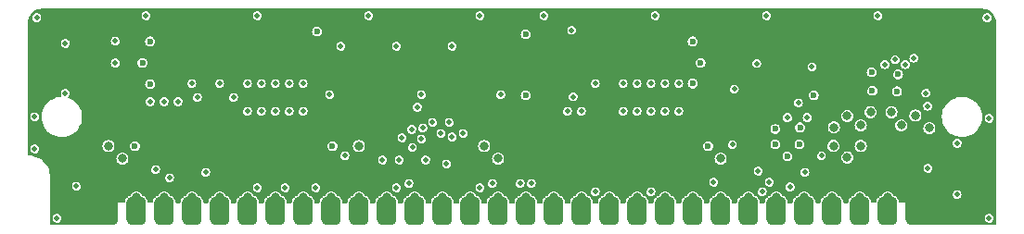
<source format=gbl>
G04 #@! TF.GenerationSoftware,KiCad,Pcbnew,(7.0.0-0)*
G04 #@! TF.CreationDate,2023-02-28T11:31:52-05:00*
G04 #@! TF.ProjectId,GW4194-SOJ-DC,47573431-3934-42d5-934f-4a2d44432e6b,1.1-SOJ-DC*
G04 #@! TF.SameCoordinates,Original*
G04 #@! TF.FileFunction,Copper,L4,Bot*
G04 #@! TF.FilePolarity,Positive*
%FSLAX46Y46*%
G04 Gerber Fmt 4.6, Leading zero omitted, Abs format (unit mm)*
G04 Created by KiCad (PCBNEW (7.0.0-0)) date 2023-02-28 11:31:52*
%MOMM*%
%LPD*%
G01*
G04 APERTURE LIST*
G04 Aperture macros list*
%AMRoundRect*
0 Rectangle with rounded corners*
0 $1 Rounding radius*
0 $2 $3 $4 $5 $6 $7 $8 $9 X,Y pos of 4 corners*
0 Add a 4 corners polygon primitive as box body*
4,1,4,$2,$3,$4,$5,$6,$7,$8,$9,$2,$3,0*
0 Add four circle primitives for the rounded corners*
1,1,$1+$1,$2,$3*
1,1,$1+$1,$4,$5*
1,1,$1+$1,$6,$7*
1,1,$1+$1,$8,$9*
0 Add four rect primitives between the rounded corners*
20,1,$1+$1,$2,$3,$4,$5,0*
20,1,$1+$1,$4,$5,$6,$7,0*
20,1,$1+$1,$6,$7,$8,$9,0*
20,1,$1+$1,$8,$9,$2,$3,0*%
G04 Aperture macros list end*
G04 #@! TA.AperFunction,ComponentPad*
%ADD10C,0.800000*%
G04 #@! TD*
G04 #@! TA.AperFunction,SMDPad,CuDef*
%ADD11RoundRect,0.444500X-0.444500X-0.825500X0.444500X-0.825500X0.444500X0.825500X-0.444500X0.825500X0*%
G04 #@! TD*
G04 #@! TA.AperFunction,ViaPad*
%ADD12C,0.508000*%
G04 #@! TD*
G04 #@! TA.AperFunction,ViaPad*
%ADD13C,0.800000*%
G04 #@! TD*
G04 #@! TA.AperFunction,ViaPad*
%ADD14C,0.600000*%
G04 #@! TD*
G04 #@! TA.AperFunction,ViaPad*
%ADD15C,1.000000*%
G04 #@! TD*
G04 APERTURE END LIST*
D10*
X83820000Y-98806000D03*
D11*
X83820000Y-100076000D03*
D10*
X86360000Y-98806000D03*
D11*
X86360000Y-100076000D03*
D10*
X88900000Y-98806000D03*
D11*
X88900000Y-100076000D03*
D10*
X91440000Y-98806000D03*
D11*
X91440000Y-100076000D03*
D10*
X93980000Y-98806000D03*
D11*
X93980000Y-100076000D03*
D10*
X96520000Y-98806000D03*
D11*
X96520000Y-100076000D03*
D10*
X99060000Y-98806000D03*
D11*
X99060000Y-100076000D03*
D10*
X101600000Y-98806000D03*
D11*
X101600000Y-100076000D03*
D10*
X104140000Y-98806000D03*
D11*
X104140000Y-100076000D03*
D10*
X106680000Y-98806000D03*
D11*
X106680000Y-100076000D03*
D10*
X109220000Y-98806000D03*
D11*
X109220000Y-100076000D03*
D10*
X111760000Y-98806000D03*
D11*
X111760000Y-100076000D03*
D10*
X114300000Y-98806000D03*
D11*
X114300000Y-100076000D03*
D10*
X116840000Y-98806000D03*
D11*
X116840000Y-100076000D03*
D10*
X119380000Y-98806000D03*
D11*
X119380000Y-100076000D03*
D10*
X121920000Y-98806000D03*
D11*
X121920000Y-100076000D03*
D10*
X124460000Y-98806000D03*
D11*
X124460000Y-100076000D03*
D10*
X127000000Y-98806000D03*
D11*
X127000000Y-100076000D03*
D10*
X129540000Y-98806000D03*
D11*
X129540000Y-100076000D03*
D10*
X132080000Y-98806000D03*
D11*
X132080000Y-100076000D03*
D10*
X134620000Y-98806000D03*
D11*
X134620000Y-100076000D03*
D10*
X137160000Y-98806000D03*
D11*
X137160000Y-100076000D03*
D10*
X139700000Y-98806000D03*
D11*
X139700000Y-100076000D03*
D10*
X142240000Y-98806000D03*
D11*
X142240000Y-100076000D03*
D10*
X144780000Y-98806000D03*
D11*
X144780000Y-100076000D03*
D10*
X147320000Y-98806000D03*
D11*
X147320000Y-100076000D03*
D10*
X149860000Y-98806000D03*
D11*
X149860000Y-100076000D03*
D10*
X152400000Y-98806000D03*
D11*
X152400000Y-100076000D03*
D10*
X154940000Y-98806000D03*
D11*
X154940000Y-100076000D03*
D10*
X157480000Y-98806000D03*
D11*
X157480000Y-100076000D03*
D12*
X77089000Y-86995000D03*
X164211000Y-86995000D03*
X164211000Y-96139000D03*
X78994000Y-94742000D03*
X159131000Y-82169000D03*
X148971000Y-82169000D03*
X92329000Y-82169000D03*
X102489000Y-82169000D03*
X138811000Y-82169000D03*
X82169000Y-82169000D03*
X112649000Y-82169000D03*
X128651000Y-82169000D03*
D13*
X155250000Y-94300000D03*
X154350000Y-95500000D03*
X153450000Y-94300000D03*
X117729000Y-91821000D03*
D14*
X102870000Y-90868500D03*
X121920000Y-90868500D03*
D12*
X140779500Y-92519500D03*
D14*
X103568500Y-92837000D03*
X87630000Y-90932000D03*
D13*
X85090000Y-91313000D03*
X158750000Y-94107000D03*
X106807000Y-92075000D03*
D14*
X137160000Y-94805500D03*
X87630000Y-94805500D03*
D13*
X105410000Y-91313000D03*
D14*
X86931500Y-92837000D03*
D13*
X139700000Y-91186000D03*
X83820000Y-92456000D03*
D14*
X121920000Y-94805500D03*
X137160000Y-90868500D03*
D13*
X119380000Y-91313000D03*
D15*
X157480000Y-95377000D03*
D12*
X146050000Y-97853500D03*
X147400000Y-96500000D03*
X158600000Y-90450000D03*
X127000000Y-90932000D03*
X112522000Y-92456000D03*
X84450000Y-86500000D03*
X91440000Y-88392000D03*
X112776000Y-95377000D03*
X110617000Y-93345000D03*
X95250000Y-89662000D03*
X112395000Y-89408000D03*
X119634000Y-89408000D03*
X92710000Y-96520000D03*
X111252000Y-97536000D03*
X117729000Y-97917000D03*
X118872000Y-97536000D03*
X139065000Y-97409000D03*
X89408000Y-97028000D03*
X88138000Y-96266000D03*
X114173000Y-92964000D03*
X114935000Y-91948000D03*
X114681000Y-95758000D03*
X144145000Y-97409000D03*
X143129000Y-96393000D03*
X88900000Y-90043000D03*
X87630000Y-90043000D03*
X90170000Y-90043000D03*
X91948000Y-89662000D03*
X126238000Y-89598500D03*
X112395000Y-93472000D03*
X113411000Y-91948000D03*
X116205000Y-92964000D03*
X111506000Y-92583000D03*
X121412000Y-97536000D03*
X122428000Y-97536000D03*
X110363000Y-95377000D03*
X164020500Y-82359500D03*
X164211000Y-100711000D03*
X79121000Y-100711000D03*
X77089000Y-94361000D03*
X77089000Y-91440000D03*
X79883000Y-84709000D03*
X161290000Y-93853000D03*
X161290000Y-98552000D03*
X80899000Y-97790000D03*
X79883000Y-89281000D03*
X133350000Y-98298000D03*
X110109000Y-97917000D03*
X102743000Y-97917000D03*
X99949000Y-97917000D03*
X97409000Y-97917000D03*
X158623000Y-96139000D03*
X111569500Y-94234000D03*
X104013000Y-89408000D03*
X108839000Y-95377000D03*
X112014000Y-90551000D03*
X164211000Y-91567000D03*
X77279500Y-82359500D03*
X154051000Y-82169000D03*
X87249000Y-82169000D03*
X97409000Y-82169000D03*
X143891000Y-82169000D03*
X110109000Y-84963000D03*
X105029000Y-84963000D03*
X115189000Y-84963000D03*
X126111000Y-83502500D03*
X107569000Y-82169000D03*
X117729000Y-82169000D03*
X123571000Y-82169000D03*
X133731000Y-82169000D03*
X128270000Y-98298000D03*
X143510000Y-98298000D03*
X157350000Y-86050000D03*
D13*
X156200000Y-92200000D03*
D12*
X148050000Y-86850000D03*
X155650000Y-86200000D03*
X143000000Y-86550000D03*
X140950000Y-88900000D03*
D14*
X137160000Y-84518500D03*
X137160000Y-88392000D03*
D13*
X150000000Y-94100000D03*
D14*
X102870000Y-83629500D03*
D12*
X105410000Y-94996000D03*
X140779500Y-93980000D03*
D14*
X121920000Y-89471500D03*
D12*
X84450000Y-84500000D03*
D14*
X145800000Y-95050000D03*
X87630000Y-84518500D03*
D13*
X151250000Y-95150000D03*
X83820000Y-94107000D03*
X119380000Y-95250000D03*
X158750000Y-92456000D03*
X85090000Y-95250000D03*
D14*
X148200000Y-89450000D03*
X146900000Y-93950000D03*
X153550000Y-89050000D03*
X121920000Y-83883500D03*
D13*
X139700000Y-95250000D03*
D14*
X86931500Y-86487000D03*
D12*
X148900000Y-95000000D03*
D14*
X138557000Y-94107000D03*
X144700000Y-93950000D03*
D13*
X157480000Y-91313000D03*
D12*
X158450000Y-89250000D03*
D14*
X137858500Y-86487000D03*
D13*
X118110000Y-94107000D03*
D14*
X104267000Y-94107000D03*
X86233000Y-94107000D03*
D13*
X106680000Y-94107000D03*
D14*
X87630000Y-88455500D03*
X155800000Y-89100000D03*
D13*
X155300000Y-91000000D03*
X152500000Y-94100000D03*
D12*
X146800000Y-90150000D03*
X132080000Y-90932000D03*
X100330000Y-90932000D03*
X99060000Y-90932000D03*
X133350000Y-90932000D03*
X97790000Y-90932000D03*
X134620000Y-90932000D03*
X135890000Y-90932000D03*
X96520000Y-90932000D03*
X93980000Y-88392000D03*
X135890000Y-88392000D03*
X96520000Y-88392000D03*
X134620000Y-88392000D03*
X133350000Y-88392000D03*
X97790000Y-88392000D03*
X132080000Y-88392000D03*
X99060000Y-88392000D03*
X130810000Y-88392000D03*
X100330000Y-88392000D03*
X101600000Y-90932000D03*
X130810000Y-90932000D03*
X101600000Y-88392000D03*
X128270000Y-88392000D03*
X125730000Y-90932000D03*
X115189000Y-93281500D03*
D14*
X146950000Y-92400000D03*
D12*
X147600000Y-91500000D03*
X154700000Y-86650000D03*
D13*
X150050000Y-92400000D03*
D12*
X145800000Y-91500000D03*
D13*
X153400000Y-91000000D03*
D14*
X144700000Y-92550000D03*
D13*
X152500000Y-92200000D03*
D12*
X156550000Y-86650000D03*
D13*
X151250000Y-91350000D03*
D14*
X153500000Y-87350000D03*
X155900000Y-87550000D03*
G04 #@! TA.AperFunction,Conductor*
G36*
X163578947Y-81530731D02*
G01*
X163769325Y-81545715D01*
X163780967Y-81547559D01*
X163963778Y-81591448D01*
X163974997Y-81595093D01*
X164148689Y-81667038D01*
X164159202Y-81672395D01*
X164319501Y-81770627D01*
X164329048Y-81777563D01*
X164472004Y-81899660D01*
X164480339Y-81907995D01*
X164514104Y-81947528D01*
X164602436Y-82050951D01*
X164609372Y-82060498D01*
X164707604Y-82220797D01*
X164712962Y-82231312D01*
X164784906Y-82405003D01*
X164788552Y-82416225D01*
X164832439Y-82599026D01*
X164834285Y-82610681D01*
X164849268Y-82801052D01*
X164849500Y-82806952D01*
X164849500Y-101274300D01*
X164839425Y-101311900D01*
X164811900Y-101339425D01*
X164774300Y-101349500D01*
X157687348Y-101349500D01*
X157642004Y-101334291D01*
X157615001Y-101294817D01*
X157617261Y-101247044D01*
X157774164Y-100843579D01*
X157825722Y-100711000D01*
X163799028Y-100711000D01*
X163799954Y-100716847D01*
X163818264Y-100832459D01*
X163818265Y-100832464D01*
X163819191Y-100838306D01*
X163821875Y-100843574D01*
X163821877Y-100843579D01*
X163875019Y-100947874D01*
X163877708Y-100953151D01*
X163968849Y-101044292D01*
X164028099Y-101074481D01*
X164078420Y-101100122D01*
X164078421Y-101100122D01*
X164083694Y-101102809D01*
X164089539Y-101103734D01*
X164089540Y-101103735D01*
X164205153Y-101122046D01*
X164211000Y-101122972D01*
X164338306Y-101102809D01*
X164453151Y-101044292D01*
X164544292Y-100953151D01*
X164602809Y-100838306D01*
X164622972Y-100711000D01*
X164602809Y-100583694D01*
X164544292Y-100468849D01*
X164453151Y-100377708D01*
X164447874Y-100375019D01*
X164343579Y-100321877D01*
X164343574Y-100321875D01*
X164338306Y-100319191D01*
X164332464Y-100318265D01*
X164332459Y-100318264D01*
X164216847Y-100299954D01*
X164211000Y-100299028D01*
X164205153Y-100299954D01*
X164089540Y-100318264D01*
X164089533Y-100318266D01*
X164083694Y-100319191D01*
X164078426Y-100321874D01*
X164078420Y-100321877D01*
X163974125Y-100375019D01*
X163974121Y-100375021D01*
X163968849Y-100377708D01*
X163964662Y-100381894D01*
X163964659Y-100381897D01*
X163881897Y-100464659D01*
X163881894Y-100464662D01*
X163877708Y-100468849D01*
X163875021Y-100474121D01*
X163875019Y-100474125D01*
X163821877Y-100578420D01*
X163821874Y-100578426D01*
X163819191Y-100583694D01*
X163818266Y-100589533D01*
X163818264Y-100589540D01*
X163799954Y-100705153D01*
X163799028Y-100711000D01*
X157825722Y-100711000D01*
X158369000Y-99314000D01*
X158356714Y-99314020D01*
X156057223Y-99317802D01*
X156019570Y-99307768D01*
X155991995Y-99280238D01*
X155981899Y-99242602D01*
X155981899Y-99213804D01*
X155981899Y-99213802D01*
X155981899Y-99211346D01*
X155966523Y-99094547D01*
X155906328Y-98949222D01*
X155810571Y-98824429D01*
X155685778Y-98728672D01*
X155681233Y-98726789D01*
X155681229Y-98726787D01*
X155566597Y-98679306D01*
X155540453Y-98668477D01*
X155535575Y-98667834D01*
X155535565Y-98667832D01*
X155521133Y-98665932D01*
X155485171Y-98651035D01*
X155461475Y-98620154D01*
X155433244Y-98552000D01*
X160878028Y-98552000D01*
X160878954Y-98557847D01*
X160897264Y-98673459D01*
X160897265Y-98673464D01*
X160898191Y-98679306D01*
X160900875Y-98684574D01*
X160900877Y-98684579D01*
X160923344Y-98728672D01*
X160956708Y-98794151D01*
X161047849Y-98885292D01*
X161107099Y-98915481D01*
X161157420Y-98941122D01*
X161157421Y-98941122D01*
X161162694Y-98943809D01*
X161168539Y-98944734D01*
X161168540Y-98944735D01*
X161284153Y-98963046D01*
X161290000Y-98963972D01*
X161417306Y-98943809D01*
X161532151Y-98885292D01*
X161623292Y-98794151D01*
X161681809Y-98679306D01*
X161701972Y-98552000D01*
X161681809Y-98424694D01*
X161675171Y-98411667D01*
X161625980Y-98315125D01*
X161623292Y-98309849D01*
X161532151Y-98218708D01*
X161526874Y-98216019D01*
X161422579Y-98162877D01*
X161422574Y-98162875D01*
X161417306Y-98160191D01*
X161411464Y-98159265D01*
X161411459Y-98159264D01*
X161295847Y-98140954D01*
X161290000Y-98140028D01*
X161284153Y-98140954D01*
X161168540Y-98159264D01*
X161168533Y-98159266D01*
X161162694Y-98160191D01*
X161157426Y-98162874D01*
X161157420Y-98162877D01*
X161053125Y-98216019D01*
X161053121Y-98216021D01*
X161047849Y-98218708D01*
X161043662Y-98222894D01*
X161043659Y-98222897D01*
X160960897Y-98305659D01*
X160960894Y-98305662D01*
X160956708Y-98309849D01*
X160954021Y-98315121D01*
X160954019Y-98315125D01*
X160900877Y-98419420D01*
X160900874Y-98419426D01*
X160898191Y-98424694D01*
X160897266Y-98430533D01*
X160897264Y-98430540D01*
X160882581Y-98523254D01*
X160878028Y-98552000D01*
X155433244Y-98552000D01*
X155424841Y-98531714D01*
X155422957Y-98527165D01*
X155334333Y-98411667D01*
X155218836Y-98323043D01*
X155214291Y-98321160D01*
X155214287Y-98321158D01*
X155088889Y-98269217D01*
X155084336Y-98267331D01*
X155079451Y-98266687D01*
X155079448Y-98266687D01*
X154944884Y-98248972D01*
X154940000Y-98248329D01*
X154935116Y-98248972D01*
X154800551Y-98266687D01*
X154800546Y-98266688D01*
X154795664Y-98267331D01*
X154791112Y-98269216D01*
X154791110Y-98269217D01*
X154665713Y-98321158D01*
X154665706Y-98321162D01*
X154661165Y-98323043D01*
X154657260Y-98326038D01*
X154657257Y-98326041D01*
X154549573Y-98408669D01*
X154549569Y-98408672D01*
X154545667Y-98411667D01*
X154542672Y-98415569D01*
X154542669Y-98415573D01*
X154460043Y-98523254D01*
X154460039Y-98523259D01*
X154457043Y-98527165D01*
X154455159Y-98531714D01*
X154455157Y-98531718D01*
X154418524Y-98620155D01*
X154394829Y-98651036D01*
X154358868Y-98665932D01*
X154344439Y-98667832D01*
X154344431Y-98667833D01*
X154339547Y-98668477D01*
X154334996Y-98670361D01*
X154334992Y-98670363D01*
X154198770Y-98726787D01*
X154198762Y-98726791D01*
X154194222Y-98728672D01*
X154190317Y-98731667D01*
X154190314Y-98731670D01*
X154073335Y-98821431D01*
X154073331Y-98821434D01*
X154069429Y-98824429D01*
X154066434Y-98828331D01*
X154066431Y-98828335D01*
X153976670Y-98945314D01*
X153976667Y-98945317D01*
X153973672Y-98949222D01*
X153971791Y-98953762D01*
X153971787Y-98953770D01*
X153915361Y-99089998D01*
X153913477Y-99094547D01*
X153912835Y-99099423D01*
X153912834Y-99099427D01*
X153898420Y-99208911D01*
X153898100Y-99211345D01*
X153898100Y-99213802D01*
X153898100Y-99246276D01*
X153888046Y-99283840D01*
X153860571Y-99311360D01*
X153823024Y-99321476D01*
X153517223Y-99321979D01*
X153479570Y-99311945D01*
X153451995Y-99284415D01*
X153441899Y-99246779D01*
X153441899Y-99213804D01*
X153441899Y-99213802D01*
X153441899Y-99211346D01*
X153426523Y-99094547D01*
X153366328Y-98949222D01*
X153270571Y-98824429D01*
X153145778Y-98728672D01*
X153141233Y-98726789D01*
X153141229Y-98726787D01*
X153026597Y-98679306D01*
X153000453Y-98668477D01*
X152995575Y-98667834D01*
X152995565Y-98667832D01*
X152981133Y-98665932D01*
X152945171Y-98651035D01*
X152921475Y-98620154D01*
X152884841Y-98531714D01*
X152882957Y-98527165D01*
X152794333Y-98411667D01*
X152678836Y-98323043D01*
X152674291Y-98321160D01*
X152674287Y-98321158D01*
X152548889Y-98269217D01*
X152544336Y-98267331D01*
X152539451Y-98266687D01*
X152539448Y-98266687D01*
X152404884Y-98248972D01*
X152400000Y-98248329D01*
X152395116Y-98248972D01*
X152260551Y-98266687D01*
X152260546Y-98266688D01*
X152255664Y-98267331D01*
X152251112Y-98269216D01*
X152251110Y-98269217D01*
X152125713Y-98321158D01*
X152125706Y-98321162D01*
X152121165Y-98323043D01*
X152117260Y-98326038D01*
X152117257Y-98326041D01*
X152009573Y-98408669D01*
X152009569Y-98408672D01*
X152005667Y-98411667D01*
X152002672Y-98415569D01*
X152002669Y-98415573D01*
X151920043Y-98523254D01*
X151920039Y-98523259D01*
X151917043Y-98527165D01*
X151915159Y-98531714D01*
X151915157Y-98531718D01*
X151878524Y-98620155D01*
X151854829Y-98651036D01*
X151818868Y-98665932D01*
X151804439Y-98667832D01*
X151804431Y-98667833D01*
X151799547Y-98668477D01*
X151794996Y-98670361D01*
X151794992Y-98670363D01*
X151658770Y-98726787D01*
X151658762Y-98726791D01*
X151654222Y-98728672D01*
X151650317Y-98731667D01*
X151650314Y-98731670D01*
X151533335Y-98821431D01*
X151533331Y-98821434D01*
X151529429Y-98824429D01*
X151526434Y-98828331D01*
X151526431Y-98828335D01*
X151436670Y-98945314D01*
X151436667Y-98945317D01*
X151433672Y-98949222D01*
X151431791Y-98953762D01*
X151431787Y-98953770D01*
X151375361Y-99089998D01*
X151373477Y-99094547D01*
X151372835Y-99099423D01*
X151372834Y-99099427D01*
X151358420Y-99208911D01*
X151358100Y-99211345D01*
X151358100Y-99213802D01*
X151358100Y-99250454D01*
X151348046Y-99288018D01*
X151320571Y-99315538D01*
X151283024Y-99325654D01*
X150977223Y-99326157D01*
X150939570Y-99316123D01*
X150911995Y-99288593D01*
X150901899Y-99250957D01*
X150901899Y-99213804D01*
X150901899Y-99213802D01*
X150901899Y-99211346D01*
X150886523Y-99094547D01*
X150826328Y-98949222D01*
X150730571Y-98824429D01*
X150605778Y-98728672D01*
X150601233Y-98726789D01*
X150601229Y-98726787D01*
X150486597Y-98679306D01*
X150460453Y-98668477D01*
X150455575Y-98667834D01*
X150455565Y-98667832D01*
X150441133Y-98665932D01*
X150405171Y-98651035D01*
X150381475Y-98620154D01*
X150344841Y-98531714D01*
X150342957Y-98527165D01*
X150254333Y-98411667D01*
X150138836Y-98323043D01*
X150134291Y-98321160D01*
X150134287Y-98321158D01*
X150008889Y-98269217D01*
X150004336Y-98267331D01*
X149999451Y-98266687D01*
X149999448Y-98266687D01*
X149864884Y-98248972D01*
X149860000Y-98248329D01*
X149855116Y-98248972D01*
X149720551Y-98266687D01*
X149720546Y-98266688D01*
X149715664Y-98267331D01*
X149711112Y-98269216D01*
X149711110Y-98269217D01*
X149585713Y-98321158D01*
X149585706Y-98321162D01*
X149581165Y-98323043D01*
X149577260Y-98326038D01*
X149577257Y-98326041D01*
X149469573Y-98408669D01*
X149469569Y-98408672D01*
X149465667Y-98411667D01*
X149462672Y-98415569D01*
X149462669Y-98415573D01*
X149380043Y-98523254D01*
X149380039Y-98523259D01*
X149377043Y-98527165D01*
X149375159Y-98531714D01*
X149375157Y-98531718D01*
X149338524Y-98620155D01*
X149314829Y-98651036D01*
X149278868Y-98665932D01*
X149264439Y-98667832D01*
X149264431Y-98667833D01*
X149259547Y-98668477D01*
X149254996Y-98670361D01*
X149254992Y-98670363D01*
X149118770Y-98726787D01*
X149118762Y-98726791D01*
X149114222Y-98728672D01*
X149110317Y-98731667D01*
X149110314Y-98731670D01*
X148993335Y-98821431D01*
X148993331Y-98821434D01*
X148989429Y-98824429D01*
X148986434Y-98828331D01*
X148986431Y-98828335D01*
X148896670Y-98945314D01*
X148896667Y-98945317D01*
X148893672Y-98949222D01*
X148891791Y-98953762D01*
X148891787Y-98953770D01*
X148835361Y-99089998D01*
X148833477Y-99094547D01*
X148832835Y-99099423D01*
X148832834Y-99099427D01*
X148818420Y-99208911D01*
X148818100Y-99211345D01*
X148818100Y-99213802D01*
X148818100Y-99254632D01*
X148808046Y-99292196D01*
X148780571Y-99319716D01*
X148743025Y-99329831D01*
X148438201Y-99330333D01*
X148437223Y-99330335D01*
X148399570Y-99320301D01*
X148371995Y-99292771D01*
X148361899Y-99255135D01*
X148361899Y-99213804D01*
X148361899Y-99213802D01*
X148361899Y-99211346D01*
X148346523Y-99094547D01*
X148286328Y-98949222D01*
X148190571Y-98824429D01*
X148065778Y-98728672D01*
X148061233Y-98726789D01*
X148061229Y-98726787D01*
X147946597Y-98679306D01*
X147920453Y-98668477D01*
X147915575Y-98667834D01*
X147915565Y-98667832D01*
X147901133Y-98665932D01*
X147865171Y-98651035D01*
X147841475Y-98620154D01*
X147804841Y-98531714D01*
X147802957Y-98527165D01*
X147714333Y-98411667D01*
X147598836Y-98323043D01*
X147594291Y-98321160D01*
X147594287Y-98321158D01*
X147468889Y-98269217D01*
X147464336Y-98267331D01*
X147459451Y-98266687D01*
X147459448Y-98266687D01*
X147324884Y-98248972D01*
X147320000Y-98248329D01*
X147315116Y-98248972D01*
X147180551Y-98266687D01*
X147180546Y-98266688D01*
X147175664Y-98267331D01*
X147171112Y-98269216D01*
X147171110Y-98269217D01*
X147045713Y-98321158D01*
X147045706Y-98321162D01*
X147041165Y-98323043D01*
X147037260Y-98326038D01*
X147037257Y-98326041D01*
X146929573Y-98408669D01*
X146929569Y-98408672D01*
X146925667Y-98411667D01*
X146922672Y-98415569D01*
X146922669Y-98415573D01*
X146840043Y-98523254D01*
X146840039Y-98523259D01*
X146837043Y-98527165D01*
X146835159Y-98531714D01*
X146835157Y-98531718D01*
X146798524Y-98620155D01*
X146774829Y-98651036D01*
X146738868Y-98665932D01*
X146724439Y-98667832D01*
X146724431Y-98667833D01*
X146719547Y-98668477D01*
X146714996Y-98670361D01*
X146714992Y-98670363D01*
X146578770Y-98726787D01*
X146578762Y-98726791D01*
X146574222Y-98728672D01*
X146570317Y-98731667D01*
X146570314Y-98731670D01*
X146453335Y-98821431D01*
X146453331Y-98821434D01*
X146449429Y-98824429D01*
X146446434Y-98828331D01*
X146446431Y-98828335D01*
X146356670Y-98945314D01*
X146356667Y-98945317D01*
X146353672Y-98949222D01*
X146351791Y-98953762D01*
X146351787Y-98953770D01*
X146295361Y-99089998D01*
X146293477Y-99094547D01*
X146292835Y-99099423D01*
X146292834Y-99099427D01*
X146278420Y-99208911D01*
X146278100Y-99211345D01*
X146278100Y-99213802D01*
X146278100Y-99258809D01*
X146268046Y-99296373D01*
X146240571Y-99323893D01*
X146203024Y-99334009D01*
X145897223Y-99334512D01*
X145859570Y-99324478D01*
X145831995Y-99296948D01*
X145821899Y-99259312D01*
X145821899Y-99213804D01*
X145821899Y-99213802D01*
X145821899Y-99211346D01*
X145806523Y-99094547D01*
X145746328Y-98949222D01*
X145650571Y-98824429D01*
X145525778Y-98728672D01*
X145521233Y-98726789D01*
X145521229Y-98726787D01*
X145406597Y-98679306D01*
X145380453Y-98668477D01*
X145375575Y-98667834D01*
X145375565Y-98667832D01*
X145361133Y-98665932D01*
X145325171Y-98651035D01*
X145301475Y-98620154D01*
X145264841Y-98531714D01*
X145262957Y-98527165D01*
X145174333Y-98411667D01*
X145058836Y-98323043D01*
X145054291Y-98321160D01*
X145054287Y-98321158D01*
X144928889Y-98269217D01*
X144924336Y-98267331D01*
X144919451Y-98266687D01*
X144919448Y-98266687D01*
X144784884Y-98248972D01*
X144780000Y-98248329D01*
X144775116Y-98248972D01*
X144640551Y-98266687D01*
X144640546Y-98266688D01*
X144635664Y-98267331D01*
X144631112Y-98269216D01*
X144631110Y-98269217D01*
X144505713Y-98321158D01*
X144505706Y-98321162D01*
X144501165Y-98323043D01*
X144497260Y-98326038D01*
X144497257Y-98326041D01*
X144389573Y-98408669D01*
X144389569Y-98408672D01*
X144385667Y-98411667D01*
X144382672Y-98415569D01*
X144382669Y-98415573D01*
X144300043Y-98523254D01*
X144300039Y-98523259D01*
X144297043Y-98527165D01*
X144295159Y-98531714D01*
X144295157Y-98531718D01*
X144258524Y-98620155D01*
X144234829Y-98651036D01*
X144198868Y-98665932D01*
X144184439Y-98667832D01*
X144184431Y-98667833D01*
X144179547Y-98668477D01*
X144174996Y-98670361D01*
X144174992Y-98670363D01*
X144038770Y-98726787D01*
X144038762Y-98726791D01*
X144034222Y-98728672D01*
X144030317Y-98731667D01*
X144030314Y-98731670D01*
X143913335Y-98821431D01*
X143913331Y-98821434D01*
X143909429Y-98824429D01*
X143906434Y-98828331D01*
X143906431Y-98828335D01*
X143816670Y-98945314D01*
X143816667Y-98945317D01*
X143813672Y-98949222D01*
X143811791Y-98953762D01*
X143811787Y-98953770D01*
X143755361Y-99089998D01*
X143753477Y-99094547D01*
X143752835Y-99099423D01*
X143752834Y-99099427D01*
X143738420Y-99208911D01*
X143738100Y-99211345D01*
X143738100Y-99213802D01*
X143738100Y-99262987D01*
X143728046Y-99300551D01*
X143700571Y-99328071D01*
X143663025Y-99338186D01*
X143358201Y-99338688D01*
X143357223Y-99338690D01*
X143319570Y-99328656D01*
X143291995Y-99301126D01*
X143281899Y-99263490D01*
X143281899Y-99213804D01*
X143281899Y-99213802D01*
X143281899Y-99211346D01*
X143266523Y-99094547D01*
X143206328Y-98949222D01*
X143110571Y-98824429D01*
X142985778Y-98728672D01*
X142981233Y-98726789D01*
X142981229Y-98726787D01*
X142866597Y-98679306D01*
X142840453Y-98668477D01*
X142835575Y-98667834D01*
X142835565Y-98667832D01*
X142821133Y-98665932D01*
X142785171Y-98651035D01*
X142761475Y-98620154D01*
X142724841Y-98531714D01*
X142722957Y-98527165D01*
X142634333Y-98411667D01*
X142518836Y-98323043D01*
X142514291Y-98321160D01*
X142514287Y-98321158D01*
X142458378Y-98298000D01*
X143098028Y-98298000D01*
X143098954Y-98303847D01*
X143117264Y-98419459D01*
X143117265Y-98419464D01*
X143118191Y-98425306D01*
X143120875Y-98430574D01*
X143120877Y-98430579D01*
X143168098Y-98523254D01*
X143176708Y-98540151D01*
X143267849Y-98631292D01*
X143324713Y-98660266D01*
X143377420Y-98687122D01*
X143377421Y-98687122D01*
X143382694Y-98689809D01*
X143388539Y-98690734D01*
X143388540Y-98690735D01*
X143504153Y-98709046D01*
X143510000Y-98709972D01*
X143637306Y-98689809D01*
X143752151Y-98631292D01*
X143843292Y-98540151D01*
X143901809Y-98425306D01*
X143921972Y-98298000D01*
X143916820Y-98265472D01*
X143902735Y-98176540D01*
X143902734Y-98176539D01*
X143901809Y-98170694D01*
X143896457Y-98160191D01*
X143863572Y-98095651D01*
X143843292Y-98055849D01*
X143752151Y-97964708D01*
X143746874Y-97962019D01*
X143642579Y-97908877D01*
X143642574Y-97908875D01*
X143637306Y-97906191D01*
X143631464Y-97905265D01*
X143631459Y-97905264D01*
X143515847Y-97886954D01*
X143510000Y-97886028D01*
X143504153Y-97886954D01*
X143388540Y-97905264D01*
X143388533Y-97905266D01*
X143382694Y-97906191D01*
X143377426Y-97908874D01*
X143377420Y-97908877D01*
X143273125Y-97962019D01*
X143273121Y-97962021D01*
X143267849Y-97964708D01*
X143263662Y-97968894D01*
X143263659Y-97968897D01*
X143180897Y-98051659D01*
X143180894Y-98051662D01*
X143176708Y-98055849D01*
X143174021Y-98061121D01*
X143174019Y-98061125D01*
X143120877Y-98165420D01*
X143120874Y-98165426D01*
X143118191Y-98170694D01*
X143117266Y-98176533D01*
X143117264Y-98176540D01*
X143098954Y-98292153D01*
X143098028Y-98298000D01*
X142458378Y-98298000D01*
X142388889Y-98269217D01*
X142384336Y-98267331D01*
X142379451Y-98266687D01*
X142379448Y-98266687D01*
X142244884Y-98248972D01*
X142240000Y-98248329D01*
X142235116Y-98248972D01*
X142100551Y-98266687D01*
X142100546Y-98266688D01*
X142095664Y-98267331D01*
X142091112Y-98269216D01*
X142091110Y-98269217D01*
X141965713Y-98321158D01*
X141965706Y-98321162D01*
X141961165Y-98323043D01*
X141957260Y-98326038D01*
X141957257Y-98326041D01*
X141849573Y-98408669D01*
X141849569Y-98408672D01*
X141845667Y-98411667D01*
X141842672Y-98415569D01*
X141842669Y-98415573D01*
X141760043Y-98523254D01*
X141760039Y-98523259D01*
X141757043Y-98527165D01*
X141755159Y-98531714D01*
X141755157Y-98531718D01*
X141718524Y-98620155D01*
X141694829Y-98651036D01*
X141658868Y-98665932D01*
X141644439Y-98667832D01*
X141644431Y-98667833D01*
X141639547Y-98668477D01*
X141634996Y-98670361D01*
X141634992Y-98670363D01*
X141498770Y-98726787D01*
X141498762Y-98726791D01*
X141494222Y-98728672D01*
X141490317Y-98731667D01*
X141490314Y-98731670D01*
X141373335Y-98821431D01*
X141373331Y-98821434D01*
X141369429Y-98824429D01*
X141366434Y-98828331D01*
X141366431Y-98828335D01*
X141276670Y-98945314D01*
X141276667Y-98945317D01*
X141273672Y-98949222D01*
X141271791Y-98953762D01*
X141271787Y-98953770D01*
X141215361Y-99089998D01*
X141213477Y-99094547D01*
X141212835Y-99099423D01*
X141212834Y-99099427D01*
X141198420Y-99208911D01*
X141198100Y-99211345D01*
X141198100Y-99213802D01*
X141198100Y-99267164D01*
X141188046Y-99304728D01*
X141160571Y-99332248D01*
X141123024Y-99342364D01*
X140817223Y-99342867D01*
X140779570Y-99332833D01*
X140751995Y-99305303D01*
X140741899Y-99267667D01*
X140741899Y-99213804D01*
X140741899Y-99213802D01*
X140741899Y-99211346D01*
X140726523Y-99094547D01*
X140666328Y-98949222D01*
X140570571Y-98824429D01*
X140445778Y-98728672D01*
X140441233Y-98726789D01*
X140441229Y-98726787D01*
X140326597Y-98679306D01*
X140300453Y-98668477D01*
X140295575Y-98667834D01*
X140295565Y-98667832D01*
X140281133Y-98665932D01*
X140245171Y-98651035D01*
X140221475Y-98620154D01*
X140184841Y-98531714D01*
X140182957Y-98527165D01*
X140094333Y-98411667D01*
X139978836Y-98323043D01*
X139974291Y-98321160D01*
X139974287Y-98321158D01*
X139848889Y-98269217D01*
X139844336Y-98267331D01*
X139839451Y-98266687D01*
X139839448Y-98266687D01*
X139704884Y-98248972D01*
X139700000Y-98248329D01*
X139695116Y-98248972D01*
X139560551Y-98266687D01*
X139560546Y-98266688D01*
X139555664Y-98267331D01*
X139551112Y-98269216D01*
X139551110Y-98269217D01*
X139425713Y-98321158D01*
X139425706Y-98321162D01*
X139421165Y-98323043D01*
X139417260Y-98326038D01*
X139417257Y-98326041D01*
X139309573Y-98408669D01*
X139309569Y-98408672D01*
X139305667Y-98411667D01*
X139302672Y-98415569D01*
X139302669Y-98415573D01*
X139220043Y-98523254D01*
X139220039Y-98523259D01*
X139217043Y-98527165D01*
X139215159Y-98531714D01*
X139215157Y-98531718D01*
X139178524Y-98620155D01*
X139154829Y-98651036D01*
X139118868Y-98665932D01*
X139104439Y-98667832D01*
X139104431Y-98667833D01*
X139099547Y-98668477D01*
X139094996Y-98670361D01*
X139094992Y-98670363D01*
X138958770Y-98726787D01*
X138958762Y-98726791D01*
X138954222Y-98728672D01*
X138950317Y-98731667D01*
X138950314Y-98731670D01*
X138833335Y-98821431D01*
X138833331Y-98821434D01*
X138829429Y-98824429D01*
X138826434Y-98828331D01*
X138826431Y-98828335D01*
X138736670Y-98945314D01*
X138736667Y-98945317D01*
X138733672Y-98949222D01*
X138731791Y-98953762D01*
X138731787Y-98953770D01*
X138675361Y-99089998D01*
X138673477Y-99094547D01*
X138672835Y-99099423D01*
X138672834Y-99099427D01*
X138658420Y-99208911D01*
X138658100Y-99211345D01*
X138658100Y-99213802D01*
X138658100Y-99271342D01*
X138648046Y-99308906D01*
X138620571Y-99336426D01*
X138583024Y-99346542D01*
X138277223Y-99347045D01*
X138239570Y-99337011D01*
X138211995Y-99309481D01*
X138201899Y-99271845D01*
X138201899Y-99213804D01*
X138201899Y-99213802D01*
X138201899Y-99211346D01*
X138186523Y-99094547D01*
X138126328Y-98949222D01*
X138030571Y-98824429D01*
X137905778Y-98728672D01*
X137901233Y-98726789D01*
X137901229Y-98726787D01*
X137786597Y-98679306D01*
X137760453Y-98668477D01*
X137755575Y-98667834D01*
X137755565Y-98667832D01*
X137741133Y-98665932D01*
X137705171Y-98651035D01*
X137681475Y-98620154D01*
X137644841Y-98531714D01*
X137642957Y-98527165D01*
X137554333Y-98411667D01*
X137438836Y-98323043D01*
X137434291Y-98321160D01*
X137434287Y-98321158D01*
X137308889Y-98269217D01*
X137304336Y-98267331D01*
X137299451Y-98266687D01*
X137299448Y-98266687D01*
X137164884Y-98248972D01*
X137160000Y-98248329D01*
X137155116Y-98248972D01*
X137020551Y-98266687D01*
X137020546Y-98266688D01*
X137015664Y-98267331D01*
X137011112Y-98269216D01*
X137011110Y-98269217D01*
X136885713Y-98321158D01*
X136885706Y-98321162D01*
X136881165Y-98323043D01*
X136877260Y-98326038D01*
X136877257Y-98326041D01*
X136769573Y-98408669D01*
X136769569Y-98408672D01*
X136765667Y-98411667D01*
X136762672Y-98415569D01*
X136762669Y-98415573D01*
X136680043Y-98523254D01*
X136680039Y-98523259D01*
X136677043Y-98527165D01*
X136675159Y-98531714D01*
X136675157Y-98531718D01*
X136638524Y-98620155D01*
X136614829Y-98651036D01*
X136578868Y-98665932D01*
X136564439Y-98667832D01*
X136564431Y-98667833D01*
X136559547Y-98668477D01*
X136554996Y-98670361D01*
X136554992Y-98670363D01*
X136418770Y-98726787D01*
X136418762Y-98726791D01*
X136414222Y-98728672D01*
X136410317Y-98731667D01*
X136410314Y-98731670D01*
X136293335Y-98821431D01*
X136293331Y-98821434D01*
X136289429Y-98824429D01*
X136286434Y-98828331D01*
X136286431Y-98828335D01*
X136196670Y-98945314D01*
X136196667Y-98945317D01*
X136193672Y-98949222D01*
X136191791Y-98953762D01*
X136191787Y-98953770D01*
X136135361Y-99089998D01*
X136133477Y-99094547D01*
X136132835Y-99099423D01*
X136132834Y-99099427D01*
X136118420Y-99208911D01*
X136118100Y-99211345D01*
X136118100Y-99213802D01*
X136118100Y-99275520D01*
X136108046Y-99313084D01*
X136080571Y-99340604D01*
X136043025Y-99350719D01*
X135738201Y-99351221D01*
X135737223Y-99351223D01*
X135699570Y-99341189D01*
X135671995Y-99313659D01*
X135661899Y-99276023D01*
X135661899Y-99213804D01*
X135661899Y-99213802D01*
X135661899Y-99211346D01*
X135646523Y-99094547D01*
X135586328Y-98949222D01*
X135490571Y-98824429D01*
X135365778Y-98728672D01*
X135361233Y-98726789D01*
X135361229Y-98726787D01*
X135246597Y-98679306D01*
X135220453Y-98668477D01*
X135215575Y-98667834D01*
X135215565Y-98667832D01*
X135201133Y-98665932D01*
X135165171Y-98651035D01*
X135141475Y-98620154D01*
X135104841Y-98531714D01*
X135102957Y-98527165D01*
X135014333Y-98411667D01*
X134898836Y-98323043D01*
X134894291Y-98321160D01*
X134894287Y-98321158D01*
X134768889Y-98269217D01*
X134764336Y-98267331D01*
X134759451Y-98266687D01*
X134759448Y-98266687D01*
X134624884Y-98248972D01*
X134620000Y-98248329D01*
X134615116Y-98248972D01*
X134480551Y-98266687D01*
X134480546Y-98266688D01*
X134475664Y-98267331D01*
X134471112Y-98269216D01*
X134471110Y-98269217D01*
X134345713Y-98321158D01*
X134345706Y-98321162D01*
X134341165Y-98323043D01*
X134337260Y-98326038D01*
X134337257Y-98326041D01*
X134229573Y-98408669D01*
X134229569Y-98408672D01*
X134225667Y-98411667D01*
X134222672Y-98415569D01*
X134222669Y-98415573D01*
X134140043Y-98523254D01*
X134140039Y-98523259D01*
X134137043Y-98527165D01*
X134135159Y-98531714D01*
X134135157Y-98531718D01*
X134098524Y-98620155D01*
X134074829Y-98651036D01*
X134038868Y-98665932D01*
X134024439Y-98667832D01*
X134024431Y-98667833D01*
X134019547Y-98668477D01*
X134014996Y-98670361D01*
X134014992Y-98670363D01*
X133878770Y-98726787D01*
X133878762Y-98726791D01*
X133874222Y-98728672D01*
X133870317Y-98731667D01*
X133870314Y-98731670D01*
X133753335Y-98821431D01*
X133753331Y-98821434D01*
X133749429Y-98824429D01*
X133746434Y-98828331D01*
X133746431Y-98828335D01*
X133656670Y-98945314D01*
X133656667Y-98945317D01*
X133653672Y-98949222D01*
X133651791Y-98953762D01*
X133651787Y-98953770D01*
X133595361Y-99089998D01*
X133593477Y-99094547D01*
X133592835Y-99099423D01*
X133592834Y-99099427D01*
X133578420Y-99208911D01*
X133578100Y-99211345D01*
X133578100Y-99213802D01*
X133578100Y-99279697D01*
X133568046Y-99317261D01*
X133540571Y-99344781D01*
X133503024Y-99354897D01*
X133197223Y-99355400D01*
X133159570Y-99345366D01*
X133131995Y-99317836D01*
X133121899Y-99280200D01*
X133121899Y-99213804D01*
X133121899Y-99213802D01*
X133121899Y-99211346D01*
X133106523Y-99094547D01*
X133046328Y-98949222D01*
X132950571Y-98824429D01*
X132825778Y-98728672D01*
X132821233Y-98726789D01*
X132821229Y-98726787D01*
X132706597Y-98679306D01*
X132680453Y-98668477D01*
X132675575Y-98667834D01*
X132675565Y-98667832D01*
X132661133Y-98665932D01*
X132625171Y-98651035D01*
X132601475Y-98620154D01*
X132564841Y-98531714D01*
X132562957Y-98527165D01*
X132474333Y-98411667D01*
X132358836Y-98323043D01*
X132354291Y-98321160D01*
X132354287Y-98321158D01*
X132298378Y-98298000D01*
X132938028Y-98298000D01*
X132938954Y-98303847D01*
X132957264Y-98419459D01*
X132957265Y-98419464D01*
X132958191Y-98425306D01*
X132960875Y-98430574D01*
X132960877Y-98430579D01*
X133008098Y-98523254D01*
X133016708Y-98540151D01*
X133107849Y-98631292D01*
X133164713Y-98660266D01*
X133217420Y-98687122D01*
X133217421Y-98687122D01*
X133222694Y-98689809D01*
X133228539Y-98690734D01*
X133228540Y-98690735D01*
X133344153Y-98709046D01*
X133350000Y-98709972D01*
X133477306Y-98689809D01*
X133592151Y-98631292D01*
X133683292Y-98540151D01*
X133741809Y-98425306D01*
X133761972Y-98298000D01*
X133756820Y-98265472D01*
X133742735Y-98176540D01*
X133742734Y-98176539D01*
X133741809Y-98170694D01*
X133736457Y-98160191D01*
X133703572Y-98095651D01*
X133683292Y-98055849D01*
X133592151Y-97964708D01*
X133586874Y-97962019D01*
X133482579Y-97908877D01*
X133482574Y-97908875D01*
X133477306Y-97906191D01*
X133471464Y-97905265D01*
X133471459Y-97905264D01*
X133355847Y-97886954D01*
X133350000Y-97886028D01*
X133344153Y-97886954D01*
X133228540Y-97905264D01*
X133228533Y-97905266D01*
X133222694Y-97906191D01*
X133217426Y-97908874D01*
X133217420Y-97908877D01*
X133113125Y-97962019D01*
X133113121Y-97962021D01*
X133107849Y-97964708D01*
X133103662Y-97968894D01*
X133103659Y-97968897D01*
X133020897Y-98051659D01*
X133020894Y-98051662D01*
X133016708Y-98055849D01*
X133014021Y-98061121D01*
X133014019Y-98061125D01*
X132960877Y-98165420D01*
X132960874Y-98165426D01*
X132958191Y-98170694D01*
X132957266Y-98176533D01*
X132957264Y-98176540D01*
X132938954Y-98292153D01*
X132938028Y-98298000D01*
X132298378Y-98298000D01*
X132228889Y-98269217D01*
X132224336Y-98267331D01*
X132219451Y-98266687D01*
X132219448Y-98266687D01*
X132084884Y-98248972D01*
X132080000Y-98248329D01*
X132075116Y-98248972D01*
X131940551Y-98266687D01*
X131940546Y-98266688D01*
X131935664Y-98267331D01*
X131931112Y-98269216D01*
X131931110Y-98269217D01*
X131805713Y-98321158D01*
X131805706Y-98321162D01*
X131801165Y-98323043D01*
X131797260Y-98326038D01*
X131797257Y-98326041D01*
X131689573Y-98408669D01*
X131689569Y-98408672D01*
X131685667Y-98411667D01*
X131682672Y-98415569D01*
X131682669Y-98415573D01*
X131600043Y-98523254D01*
X131600039Y-98523259D01*
X131597043Y-98527165D01*
X131595159Y-98531714D01*
X131595157Y-98531718D01*
X131558524Y-98620155D01*
X131534829Y-98651036D01*
X131498868Y-98665932D01*
X131484439Y-98667832D01*
X131484431Y-98667833D01*
X131479547Y-98668477D01*
X131474996Y-98670361D01*
X131474992Y-98670363D01*
X131338770Y-98726787D01*
X131338762Y-98726791D01*
X131334222Y-98728672D01*
X131330317Y-98731667D01*
X131330314Y-98731670D01*
X131213335Y-98821431D01*
X131213331Y-98821434D01*
X131209429Y-98824429D01*
X131206434Y-98828331D01*
X131206431Y-98828335D01*
X131116670Y-98945314D01*
X131116667Y-98945317D01*
X131113672Y-98949222D01*
X131111791Y-98953762D01*
X131111787Y-98953770D01*
X131055361Y-99089998D01*
X131053477Y-99094547D01*
X131052835Y-99099423D01*
X131052834Y-99099427D01*
X131038420Y-99208911D01*
X131038100Y-99211345D01*
X131038100Y-99213802D01*
X131038100Y-99283875D01*
X131028046Y-99321439D01*
X131000571Y-99348959D01*
X130963024Y-99359075D01*
X130657223Y-99359578D01*
X130619570Y-99349544D01*
X130591995Y-99322014D01*
X130581899Y-99284378D01*
X130581899Y-99213804D01*
X130581899Y-99213802D01*
X130581899Y-99211346D01*
X130566523Y-99094547D01*
X130506328Y-98949222D01*
X130410571Y-98824429D01*
X130285778Y-98728672D01*
X130281233Y-98726789D01*
X130281229Y-98726787D01*
X130166597Y-98679306D01*
X130140453Y-98668477D01*
X130135575Y-98667834D01*
X130135565Y-98667832D01*
X130121133Y-98665932D01*
X130085171Y-98651035D01*
X130061475Y-98620154D01*
X130024841Y-98531714D01*
X130022957Y-98527165D01*
X129934333Y-98411667D01*
X129818836Y-98323043D01*
X129814291Y-98321160D01*
X129814287Y-98321158D01*
X129688889Y-98269217D01*
X129684336Y-98267331D01*
X129679451Y-98266687D01*
X129679448Y-98266687D01*
X129544884Y-98248972D01*
X129540000Y-98248329D01*
X129535116Y-98248972D01*
X129400551Y-98266687D01*
X129400546Y-98266688D01*
X129395664Y-98267331D01*
X129391112Y-98269216D01*
X129391110Y-98269217D01*
X129265713Y-98321158D01*
X129265706Y-98321162D01*
X129261165Y-98323043D01*
X129257260Y-98326038D01*
X129257257Y-98326041D01*
X129149573Y-98408669D01*
X129149569Y-98408672D01*
X129145667Y-98411667D01*
X129142672Y-98415569D01*
X129142669Y-98415573D01*
X129060043Y-98523254D01*
X129060039Y-98523259D01*
X129057043Y-98527165D01*
X129055159Y-98531714D01*
X129055157Y-98531718D01*
X129018524Y-98620155D01*
X128994829Y-98651036D01*
X128958868Y-98665932D01*
X128944439Y-98667832D01*
X128944431Y-98667833D01*
X128939547Y-98668477D01*
X128934996Y-98670361D01*
X128934992Y-98670363D01*
X128798770Y-98726787D01*
X128798762Y-98726791D01*
X128794222Y-98728672D01*
X128790317Y-98731667D01*
X128790314Y-98731670D01*
X128673335Y-98821431D01*
X128673331Y-98821434D01*
X128669429Y-98824429D01*
X128666434Y-98828331D01*
X128666431Y-98828335D01*
X128576670Y-98945314D01*
X128576667Y-98945317D01*
X128573672Y-98949222D01*
X128571791Y-98953762D01*
X128571787Y-98953770D01*
X128515361Y-99089998D01*
X128513477Y-99094547D01*
X128512835Y-99099423D01*
X128512834Y-99099427D01*
X128498420Y-99208911D01*
X128498100Y-99211345D01*
X128498100Y-99213802D01*
X128498100Y-99288053D01*
X128488046Y-99325617D01*
X128460571Y-99353137D01*
X128423025Y-99363252D01*
X128118201Y-99363754D01*
X128117223Y-99363756D01*
X128079570Y-99353722D01*
X128051995Y-99326192D01*
X128041899Y-99288556D01*
X128041899Y-99213804D01*
X128041899Y-99213802D01*
X128041899Y-99211346D01*
X128026523Y-99094547D01*
X127966328Y-98949222D01*
X127870571Y-98824429D01*
X127745778Y-98728672D01*
X127741233Y-98726789D01*
X127741229Y-98726787D01*
X127626597Y-98679306D01*
X127600453Y-98668477D01*
X127595575Y-98667834D01*
X127595565Y-98667832D01*
X127581133Y-98665932D01*
X127545171Y-98651035D01*
X127521475Y-98620154D01*
X127484841Y-98531714D01*
X127482957Y-98527165D01*
X127394333Y-98411667D01*
X127278836Y-98323043D01*
X127274291Y-98321160D01*
X127274287Y-98321158D01*
X127218378Y-98298000D01*
X127858028Y-98298000D01*
X127858954Y-98303847D01*
X127877264Y-98419459D01*
X127877265Y-98419464D01*
X127878191Y-98425306D01*
X127880875Y-98430574D01*
X127880877Y-98430579D01*
X127928098Y-98523254D01*
X127936708Y-98540151D01*
X128027849Y-98631292D01*
X128084713Y-98660266D01*
X128137420Y-98687122D01*
X128137421Y-98687122D01*
X128142694Y-98689809D01*
X128148539Y-98690734D01*
X128148540Y-98690735D01*
X128264153Y-98709046D01*
X128270000Y-98709972D01*
X128397306Y-98689809D01*
X128512151Y-98631292D01*
X128603292Y-98540151D01*
X128661809Y-98425306D01*
X128681972Y-98298000D01*
X128676820Y-98265472D01*
X128662735Y-98176540D01*
X128662734Y-98176539D01*
X128661809Y-98170694D01*
X128656457Y-98160191D01*
X128623572Y-98095651D01*
X128603292Y-98055849D01*
X128512151Y-97964708D01*
X128506874Y-97962019D01*
X128402579Y-97908877D01*
X128402574Y-97908875D01*
X128397306Y-97906191D01*
X128391464Y-97905265D01*
X128391459Y-97905264D01*
X128275847Y-97886954D01*
X128270000Y-97886028D01*
X128264153Y-97886954D01*
X128148540Y-97905264D01*
X128148533Y-97905266D01*
X128142694Y-97906191D01*
X128137426Y-97908874D01*
X128137420Y-97908877D01*
X128033125Y-97962019D01*
X128033121Y-97962021D01*
X128027849Y-97964708D01*
X128023662Y-97968894D01*
X128023659Y-97968897D01*
X127940897Y-98051659D01*
X127940894Y-98051662D01*
X127936708Y-98055849D01*
X127934021Y-98061121D01*
X127934019Y-98061125D01*
X127880877Y-98165420D01*
X127880874Y-98165426D01*
X127878191Y-98170694D01*
X127877266Y-98176533D01*
X127877264Y-98176540D01*
X127858954Y-98292153D01*
X127858028Y-98298000D01*
X127218378Y-98298000D01*
X127148889Y-98269217D01*
X127144336Y-98267331D01*
X127139451Y-98266687D01*
X127139448Y-98266687D01*
X127004884Y-98248972D01*
X127000000Y-98248329D01*
X126995116Y-98248972D01*
X126860551Y-98266687D01*
X126860546Y-98266688D01*
X126855664Y-98267331D01*
X126851112Y-98269216D01*
X126851110Y-98269217D01*
X126725713Y-98321158D01*
X126725706Y-98321162D01*
X126721165Y-98323043D01*
X126717260Y-98326038D01*
X126717257Y-98326041D01*
X126609573Y-98408669D01*
X126609569Y-98408672D01*
X126605667Y-98411667D01*
X126602672Y-98415569D01*
X126602669Y-98415573D01*
X126520043Y-98523254D01*
X126520039Y-98523259D01*
X126517043Y-98527165D01*
X126515159Y-98531714D01*
X126515157Y-98531718D01*
X126478524Y-98620155D01*
X126454829Y-98651036D01*
X126418868Y-98665932D01*
X126404439Y-98667832D01*
X126404431Y-98667833D01*
X126399547Y-98668477D01*
X126394996Y-98670361D01*
X126394992Y-98670363D01*
X126258770Y-98726787D01*
X126258762Y-98726791D01*
X126254222Y-98728672D01*
X126250317Y-98731667D01*
X126250314Y-98731670D01*
X126133335Y-98821431D01*
X126133331Y-98821434D01*
X126129429Y-98824429D01*
X126126434Y-98828331D01*
X126126431Y-98828335D01*
X126036670Y-98945314D01*
X126036667Y-98945317D01*
X126033672Y-98949222D01*
X126031791Y-98953762D01*
X126031787Y-98953770D01*
X125975361Y-99089998D01*
X125973477Y-99094547D01*
X125972835Y-99099423D01*
X125972834Y-99099427D01*
X125958420Y-99208911D01*
X125958100Y-99211345D01*
X125958100Y-99213802D01*
X125958100Y-99292230D01*
X125948046Y-99329794D01*
X125920571Y-99357314D01*
X125883024Y-99367430D01*
X125577223Y-99367933D01*
X125539570Y-99357899D01*
X125511995Y-99330369D01*
X125501899Y-99292733D01*
X125501899Y-99213804D01*
X125501899Y-99213802D01*
X125501899Y-99211346D01*
X125486523Y-99094547D01*
X125426328Y-98949222D01*
X125330571Y-98824429D01*
X125205778Y-98728672D01*
X125201233Y-98726789D01*
X125201229Y-98726787D01*
X125086597Y-98679306D01*
X125060453Y-98668477D01*
X125055575Y-98667834D01*
X125055565Y-98667832D01*
X125041133Y-98665932D01*
X125005171Y-98651035D01*
X124981475Y-98620154D01*
X124944841Y-98531714D01*
X124942957Y-98527165D01*
X124854333Y-98411667D01*
X124738836Y-98323043D01*
X124734291Y-98321160D01*
X124734287Y-98321158D01*
X124608889Y-98269217D01*
X124604336Y-98267331D01*
X124599451Y-98266687D01*
X124599448Y-98266687D01*
X124464884Y-98248972D01*
X124460000Y-98248329D01*
X124455116Y-98248972D01*
X124320551Y-98266687D01*
X124320546Y-98266688D01*
X124315664Y-98267331D01*
X124311112Y-98269216D01*
X124311110Y-98269217D01*
X124185713Y-98321158D01*
X124185706Y-98321162D01*
X124181165Y-98323043D01*
X124177260Y-98326038D01*
X124177257Y-98326041D01*
X124069573Y-98408669D01*
X124069569Y-98408672D01*
X124065667Y-98411667D01*
X124062672Y-98415569D01*
X124062669Y-98415573D01*
X123980043Y-98523254D01*
X123980039Y-98523259D01*
X123977043Y-98527165D01*
X123975159Y-98531714D01*
X123975157Y-98531718D01*
X123938524Y-98620155D01*
X123914829Y-98651036D01*
X123878868Y-98665932D01*
X123864439Y-98667832D01*
X123864431Y-98667833D01*
X123859547Y-98668477D01*
X123854996Y-98670361D01*
X123854992Y-98670363D01*
X123718770Y-98726787D01*
X123718762Y-98726791D01*
X123714222Y-98728672D01*
X123710317Y-98731667D01*
X123710314Y-98731670D01*
X123593335Y-98821431D01*
X123593331Y-98821434D01*
X123589429Y-98824429D01*
X123586434Y-98828331D01*
X123586431Y-98828335D01*
X123496670Y-98945314D01*
X123496667Y-98945317D01*
X123493672Y-98949222D01*
X123491791Y-98953762D01*
X123491787Y-98953770D01*
X123435361Y-99089998D01*
X123433477Y-99094547D01*
X123432835Y-99099423D01*
X123432834Y-99099427D01*
X123418420Y-99208911D01*
X123418100Y-99211345D01*
X123418100Y-99213802D01*
X123418100Y-99296408D01*
X123408046Y-99333972D01*
X123380571Y-99361492D01*
X123343024Y-99371608D01*
X123037223Y-99372111D01*
X122999570Y-99362077D01*
X122971995Y-99334547D01*
X122961899Y-99296911D01*
X122961899Y-99213804D01*
X122961899Y-99213802D01*
X122961899Y-99211346D01*
X122946523Y-99094547D01*
X122886328Y-98949222D01*
X122790571Y-98824429D01*
X122665778Y-98728672D01*
X122661233Y-98726789D01*
X122661229Y-98726787D01*
X122546597Y-98679306D01*
X122520453Y-98668477D01*
X122515575Y-98667834D01*
X122515565Y-98667832D01*
X122501133Y-98665932D01*
X122465171Y-98651035D01*
X122441475Y-98620154D01*
X122404841Y-98531714D01*
X122402957Y-98527165D01*
X122314333Y-98411667D01*
X122198836Y-98323043D01*
X122194291Y-98321160D01*
X122194287Y-98321158D01*
X122068889Y-98269217D01*
X122064336Y-98267331D01*
X122059451Y-98266687D01*
X122059448Y-98266687D01*
X121924884Y-98248972D01*
X121920000Y-98248329D01*
X121915116Y-98248972D01*
X121780551Y-98266687D01*
X121780546Y-98266688D01*
X121775664Y-98267331D01*
X121771112Y-98269216D01*
X121771110Y-98269217D01*
X121645713Y-98321158D01*
X121645706Y-98321162D01*
X121641165Y-98323043D01*
X121637260Y-98326038D01*
X121637257Y-98326041D01*
X121529573Y-98408669D01*
X121529569Y-98408672D01*
X121525667Y-98411667D01*
X121522672Y-98415569D01*
X121522669Y-98415573D01*
X121440043Y-98523254D01*
X121440039Y-98523259D01*
X121437043Y-98527165D01*
X121435159Y-98531714D01*
X121435157Y-98531718D01*
X121398524Y-98620155D01*
X121374829Y-98651036D01*
X121338868Y-98665932D01*
X121324439Y-98667832D01*
X121324431Y-98667833D01*
X121319547Y-98668477D01*
X121314996Y-98670361D01*
X121314992Y-98670363D01*
X121178770Y-98726787D01*
X121178762Y-98726791D01*
X121174222Y-98728672D01*
X121170317Y-98731667D01*
X121170314Y-98731670D01*
X121053335Y-98821431D01*
X121053331Y-98821434D01*
X121049429Y-98824429D01*
X121046434Y-98828331D01*
X121046431Y-98828335D01*
X120956670Y-98945314D01*
X120956667Y-98945317D01*
X120953672Y-98949222D01*
X120951791Y-98953762D01*
X120951787Y-98953770D01*
X120895361Y-99089998D01*
X120893477Y-99094547D01*
X120892835Y-99099423D01*
X120892834Y-99099427D01*
X120878420Y-99208911D01*
X120878100Y-99211345D01*
X120878100Y-99213802D01*
X120878100Y-99300585D01*
X120868046Y-99338149D01*
X120840571Y-99365669D01*
X120803024Y-99375785D01*
X120497223Y-99376288D01*
X120459570Y-99366254D01*
X120431995Y-99338724D01*
X120421899Y-99301088D01*
X120421899Y-99213804D01*
X120421899Y-99213802D01*
X120421899Y-99211346D01*
X120406523Y-99094547D01*
X120346328Y-98949222D01*
X120250571Y-98824429D01*
X120125778Y-98728672D01*
X120121233Y-98726789D01*
X120121229Y-98726787D01*
X120006597Y-98679306D01*
X119980453Y-98668477D01*
X119975575Y-98667834D01*
X119975565Y-98667832D01*
X119961133Y-98665932D01*
X119925171Y-98651035D01*
X119901475Y-98620154D01*
X119864841Y-98531714D01*
X119862957Y-98527165D01*
X119774333Y-98411667D01*
X119658836Y-98323043D01*
X119654291Y-98321160D01*
X119654287Y-98321158D01*
X119528889Y-98269217D01*
X119524336Y-98267331D01*
X119519451Y-98266687D01*
X119519448Y-98266687D01*
X119384884Y-98248972D01*
X119380000Y-98248329D01*
X119375116Y-98248972D01*
X119240551Y-98266687D01*
X119240546Y-98266688D01*
X119235664Y-98267331D01*
X119231112Y-98269216D01*
X119231110Y-98269217D01*
X119105713Y-98321158D01*
X119105706Y-98321162D01*
X119101165Y-98323043D01*
X119097260Y-98326038D01*
X119097257Y-98326041D01*
X118989573Y-98408669D01*
X118989569Y-98408672D01*
X118985667Y-98411667D01*
X118982672Y-98415569D01*
X118982669Y-98415573D01*
X118900043Y-98523254D01*
X118900039Y-98523259D01*
X118897043Y-98527165D01*
X118895159Y-98531714D01*
X118895157Y-98531718D01*
X118858524Y-98620155D01*
X118834829Y-98651036D01*
X118798868Y-98665932D01*
X118784439Y-98667832D01*
X118784431Y-98667833D01*
X118779547Y-98668477D01*
X118774996Y-98670361D01*
X118774992Y-98670363D01*
X118638770Y-98726787D01*
X118638762Y-98726791D01*
X118634222Y-98728672D01*
X118630317Y-98731667D01*
X118630314Y-98731670D01*
X118513335Y-98821431D01*
X118513331Y-98821434D01*
X118509429Y-98824429D01*
X118506434Y-98828331D01*
X118506431Y-98828335D01*
X118416670Y-98945314D01*
X118416667Y-98945317D01*
X118413672Y-98949222D01*
X118411791Y-98953762D01*
X118411787Y-98953770D01*
X118355361Y-99089998D01*
X118353477Y-99094547D01*
X118352835Y-99099423D01*
X118352834Y-99099427D01*
X118338420Y-99208911D01*
X118338100Y-99211345D01*
X118338100Y-99213802D01*
X118338100Y-99299716D01*
X118328004Y-99337353D01*
X118300425Y-99364884D01*
X118262770Y-99374916D01*
X117956969Y-99374389D01*
X117919424Y-99364271D01*
X117891952Y-99336752D01*
X117881899Y-99299189D01*
X117881899Y-99213804D01*
X117881899Y-99213802D01*
X117881899Y-99211346D01*
X117866523Y-99094547D01*
X117806328Y-98949222D01*
X117710571Y-98824429D01*
X117585778Y-98728672D01*
X117581233Y-98726789D01*
X117581229Y-98726787D01*
X117466597Y-98679306D01*
X117440453Y-98668477D01*
X117435575Y-98667834D01*
X117435565Y-98667832D01*
X117421133Y-98665932D01*
X117385171Y-98651035D01*
X117361475Y-98620154D01*
X117324841Y-98531714D01*
X117322957Y-98527165D01*
X117234333Y-98411667D01*
X117118836Y-98323043D01*
X117114291Y-98321160D01*
X117114287Y-98321158D01*
X116988889Y-98269217D01*
X116984336Y-98267331D01*
X116979451Y-98266687D01*
X116979448Y-98266687D01*
X116844884Y-98248972D01*
X116840000Y-98248329D01*
X116835116Y-98248972D01*
X116700551Y-98266687D01*
X116700546Y-98266688D01*
X116695664Y-98267331D01*
X116691112Y-98269216D01*
X116691110Y-98269217D01*
X116565713Y-98321158D01*
X116565706Y-98321162D01*
X116561165Y-98323043D01*
X116557260Y-98326038D01*
X116557257Y-98326041D01*
X116449573Y-98408669D01*
X116449569Y-98408672D01*
X116445667Y-98411667D01*
X116442672Y-98415569D01*
X116442669Y-98415573D01*
X116360043Y-98523254D01*
X116360039Y-98523259D01*
X116357043Y-98527165D01*
X116355159Y-98531714D01*
X116355157Y-98531718D01*
X116318524Y-98620155D01*
X116294829Y-98651036D01*
X116258868Y-98665932D01*
X116244439Y-98667832D01*
X116244431Y-98667833D01*
X116239547Y-98668477D01*
X116234996Y-98670361D01*
X116234992Y-98670363D01*
X116098770Y-98726787D01*
X116098762Y-98726791D01*
X116094222Y-98728672D01*
X116090317Y-98731667D01*
X116090314Y-98731670D01*
X115973335Y-98821431D01*
X115973331Y-98821434D01*
X115969429Y-98824429D01*
X115966434Y-98828331D01*
X115966431Y-98828335D01*
X115876670Y-98945314D01*
X115876667Y-98945317D01*
X115873672Y-98949222D01*
X115871791Y-98953762D01*
X115871787Y-98953770D01*
X115815361Y-99089998D01*
X115813477Y-99094547D01*
X115812835Y-99099423D01*
X115812834Y-99099427D01*
X115798420Y-99208911D01*
X115798100Y-99211345D01*
X115798100Y-99213802D01*
X115798100Y-99295337D01*
X115788004Y-99332974D01*
X115760425Y-99360505D01*
X115722770Y-99370537D01*
X115696300Y-99370491D01*
X115416967Y-99370009D01*
X115379424Y-99359892D01*
X115351952Y-99332373D01*
X115341899Y-99294810D01*
X115341899Y-99213804D01*
X115341899Y-99213802D01*
X115341899Y-99211346D01*
X115326523Y-99094547D01*
X115266328Y-98949222D01*
X115170571Y-98824429D01*
X115045778Y-98728672D01*
X115041233Y-98726789D01*
X115041229Y-98726787D01*
X114926597Y-98679306D01*
X114900453Y-98668477D01*
X114895575Y-98667834D01*
X114895565Y-98667832D01*
X114881133Y-98665932D01*
X114845171Y-98651035D01*
X114821475Y-98620154D01*
X114784841Y-98531714D01*
X114782957Y-98527165D01*
X114694333Y-98411667D01*
X114578836Y-98323043D01*
X114574291Y-98321160D01*
X114574287Y-98321158D01*
X114448889Y-98269217D01*
X114444336Y-98267331D01*
X114439451Y-98266687D01*
X114439448Y-98266687D01*
X114304884Y-98248972D01*
X114300000Y-98248329D01*
X114295116Y-98248972D01*
X114160551Y-98266687D01*
X114160546Y-98266688D01*
X114155664Y-98267331D01*
X114151112Y-98269216D01*
X114151110Y-98269217D01*
X114025713Y-98321158D01*
X114025706Y-98321162D01*
X114021165Y-98323043D01*
X114017260Y-98326038D01*
X114017257Y-98326041D01*
X113909573Y-98408669D01*
X113909569Y-98408672D01*
X113905667Y-98411667D01*
X113902672Y-98415569D01*
X113902669Y-98415573D01*
X113820043Y-98523254D01*
X113820039Y-98523259D01*
X113817043Y-98527165D01*
X113815159Y-98531714D01*
X113815157Y-98531718D01*
X113778524Y-98620155D01*
X113754829Y-98651036D01*
X113718868Y-98665932D01*
X113704439Y-98667832D01*
X113704431Y-98667833D01*
X113699547Y-98668477D01*
X113694996Y-98670361D01*
X113694992Y-98670363D01*
X113558770Y-98726787D01*
X113558762Y-98726791D01*
X113554222Y-98728672D01*
X113550317Y-98731667D01*
X113550314Y-98731670D01*
X113433335Y-98821431D01*
X113433331Y-98821434D01*
X113429429Y-98824429D01*
X113426434Y-98828331D01*
X113426431Y-98828335D01*
X113336670Y-98945314D01*
X113336667Y-98945317D01*
X113333672Y-98949222D01*
X113331791Y-98953762D01*
X113331787Y-98953770D01*
X113275361Y-99089998D01*
X113273477Y-99094547D01*
X113272835Y-99099423D01*
X113272834Y-99099427D01*
X113258420Y-99208911D01*
X113258100Y-99211345D01*
X113258100Y-99213802D01*
X113258100Y-99290958D01*
X113248004Y-99328595D01*
X113220425Y-99356126D01*
X113182770Y-99366158D01*
X113156300Y-99366112D01*
X112876967Y-99365630D01*
X112839424Y-99355513D01*
X112811952Y-99327994D01*
X112801899Y-99290431D01*
X112801899Y-99213804D01*
X112801899Y-99213802D01*
X112801899Y-99211346D01*
X112786523Y-99094547D01*
X112726328Y-98949222D01*
X112630571Y-98824429D01*
X112505778Y-98728672D01*
X112501233Y-98726789D01*
X112501229Y-98726787D01*
X112386597Y-98679306D01*
X112360453Y-98668477D01*
X112355575Y-98667834D01*
X112355565Y-98667832D01*
X112341133Y-98665932D01*
X112305171Y-98651035D01*
X112281475Y-98620154D01*
X112244841Y-98531714D01*
X112242957Y-98527165D01*
X112154333Y-98411667D01*
X112038836Y-98323043D01*
X112034291Y-98321160D01*
X112034287Y-98321158D01*
X111908889Y-98269217D01*
X111904336Y-98267331D01*
X111899451Y-98266687D01*
X111899448Y-98266687D01*
X111764884Y-98248972D01*
X111760000Y-98248329D01*
X111755116Y-98248972D01*
X111620551Y-98266687D01*
X111620546Y-98266688D01*
X111615664Y-98267331D01*
X111611112Y-98269216D01*
X111611110Y-98269217D01*
X111485713Y-98321158D01*
X111485706Y-98321162D01*
X111481165Y-98323043D01*
X111477260Y-98326038D01*
X111477257Y-98326041D01*
X111369573Y-98408669D01*
X111369569Y-98408672D01*
X111365667Y-98411667D01*
X111362672Y-98415569D01*
X111362669Y-98415573D01*
X111280043Y-98523254D01*
X111280039Y-98523259D01*
X111277043Y-98527165D01*
X111275159Y-98531714D01*
X111275157Y-98531718D01*
X111238524Y-98620155D01*
X111214829Y-98651036D01*
X111178868Y-98665932D01*
X111164439Y-98667832D01*
X111164431Y-98667833D01*
X111159547Y-98668477D01*
X111154996Y-98670361D01*
X111154992Y-98670363D01*
X111018770Y-98726787D01*
X111018762Y-98726791D01*
X111014222Y-98728672D01*
X111010317Y-98731667D01*
X111010314Y-98731670D01*
X110893335Y-98821431D01*
X110893331Y-98821434D01*
X110889429Y-98824429D01*
X110886434Y-98828331D01*
X110886431Y-98828335D01*
X110796670Y-98945314D01*
X110796667Y-98945317D01*
X110793672Y-98949222D01*
X110791791Y-98953762D01*
X110791787Y-98953770D01*
X110735361Y-99089998D01*
X110733477Y-99094547D01*
X110732835Y-99099423D01*
X110732834Y-99099427D01*
X110718420Y-99208911D01*
X110718100Y-99211345D01*
X110718100Y-99213802D01*
X110718100Y-99286578D01*
X110708004Y-99324215D01*
X110680425Y-99351746D01*
X110642770Y-99361778D01*
X110336969Y-99361251D01*
X110299424Y-99351133D01*
X110271952Y-99323614D01*
X110261899Y-99286051D01*
X110261899Y-99213804D01*
X110261899Y-99213802D01*
X110261899Y-99211346D01*
X110246523Y-99094547D01*
X110186328Y-98949222D01*
X110090571Y-98824429D01*
X109965778Y-98728672D01*
X109961233Y-98726789D01*
X109961229Y-98726787D01*
X109846597Y-98679306D01*
X109820453Y-98668477D01*
X109815575Y-98667834D01*
X109815565Y-98667832D01*
X109801133Y-98665932D01*
X109765171Y-98651035D01*
X109741475Y-98620154D01*
X109704841Y-98531714D01*
X109702957Y-98527165D01*
X109614333Y-98411667D01*
X109498836Y-98323043D01*
X109494291Y-98321160D01*
X109494287Y-98321158D01*
X109368889Y-98269217D01*
X109364336Y-98267331D01*
X109359451Y-98266687D01*
X109359448Y-98266687D01*
X109224884Y-98248972D01*
X109220000Y-98248329D01*
X109215116Y-98248972D01*
X109080551Y-98266687D01*
X109080546Y-98266688D01*
X109075664Y-98267331D01*
X109071112Y-98269216D01*
X109071110Y-98269217D01*
X108945713Y-98321158D01*
X108945706Y-98321162D01*
X108941165Y-98323043D01*
X108937260Y-98326038D01*
X108937257Y-98326041D01*
X108829573Y-98408669D01*
X108829569Y-98408672D01*
X108825667Y-98411667D01*
X108822672Y-98415569D01*
X108822669Y-98415573D01*
X108740043Y-98523254D01*
X108740039Y-98523259D01*
X108737043Y-98527165D01*
X108735159Y-98531714D01*
X108735157Y-98531718D01*
X108698524Y-98620155D01*
X108674829Y-98651036D01*
X108638868Y-98665932D01*
X108624439Y-98667832D01*
X108624431Y-98667833D01*
X108619547Y-98668477D01*
X108614996Y-98670361D01*
X108614992Y-98670363D01*
X108478770Y-98726787D01*
X108478762Y-98726791D01*
X108474222Y-98728672D01*
X108470317Y-98731667D01*
X108470314Y-98731670D01*
X108353335Y-98821431D01*
X108353331Y-98821434D01*
X108349429Y-98824429D01*
X108346434Y-98828331D01*
X108346431Y-98828335D01*
X108256670Y-98945314D01*
X108256667Y-98945317D01*
X108253672Y-98949222D01*
X108251791Y-98953762D01*
X108251787Y-98953770D01*
X108195361Y-99089998D01*
X108193477Y-99094547D01*
X108192835Y-99099423D01*
X108192834Y-99099427D01*
X108178420Y-99208911D01*
X108178100Y-99211345D01*
X108178100Y-99213802D01*
X108178100Y-99282199D01*
X108168004Y-99319836D01*
X108140425Y-99347367D01*
X108102770Y-99357399D01*
X108076300Y-99357353D01*
X107796967Y-99356871D01*
X107759424Y-99346754D01*
X107731952Y-99319235D01*
X107721899Y-99281672D01*
X107721899Y-99213804D01*
X107721899Y-99213802D01*
X107721899Y-99211346D01*
X107706523Y-99094547D01*
X107646328Y-98949222D01*
X107550571Y-98824429D01*
X107425778Y-98728672D01*
X107421233Y-98726789D01*
X107421229Y-98726787D01*
X107306597Y-98679306D01*
X107280453Y-98668477D01*
X107275575Y-98667834D01*
X107275565Y-98667832D01*
X107261133Y-98665932D01*
X107225171Y-98651035D01*
X107201475Y-98620154D01*
X107164841Y-98531714D01*
X107162957Y-98527165D01*
X107074333Y-98411667D01*
X106958836Y-98323043D01*
X106954291Y-98321160D01*
X106954287Y-98321158D01*
X106828889Y-98269217D01*
X106824336Y-98267331D01*
X106819451Y-98266687D01*
X106819448Y-98266687D01*
X106684884Y-98248972D01*
X106680000Y-98248329D01*
X106675116Y-98248972D01*
X106540551Y-98266687D01*
X106540546Y-98266688D01*
X106535664Y-98267331D01*
X106531112Y-98269216D01*
X106531110Y-98269217D01*
X106405713Y-98321158D01*
X106405706Y-98321162D01*
X106401165Y-98323043D01*
X106397260Y-98326038D01*
X106397257Y-98326041D01*
X106289573Y-98408669D01*
X106289569Y-98408672D01*
X106285667Y-98411667D01*
X106282672Y-98415569D01*
X106282669Y-98415573D01*
X106200043Y-98523254D01*
X106200039Y-98523259D01*
X106197043Y-98527165D01*
X106195159Y-98531714D01*
X106195157Y-98531718D01*
X106158524Y-98620155D01*
X106134829Y-98651036D01*
X106098868Y-98665932D01*
X106084439Y-98667832D01*
X106084431Y-98667833D01*
X106079547Y-98668477D01*
X106074996Y-98670361D01*
X106074992Y-98670363D01*
X105938770Y-98726787D01*
X105938762Y-98726791D01*
X105934222Y-98728672D01*
X105930317Y-98731667D01*
X105930314Y-98731670D01*
X105813335Y-98821431D01*
X105813331Y-98821434D01*
X105809429Y-98824429D01*
X105806434Y-98828331D01*
X105806431Y-98828335D01*
X105716670Y-98945314D01*
X105716667Y-98945317D01*
X105713672Y-98949222D01*
X105711791Y-98953762D01*
X105711787Y-98953770D01*
X105655361Y-99089998D01*
X105653477Y-99094547D01*
X105652835Y-99099423D01*
X105652834Y-99099427D01*
X105638420Y-99208911D01*
X105638100Y-99211345D01*
X105638100Y-99213802D01*
X105638100Y-99277820D01*
X105628004Y-99315457D01*
X105600425Y-99342988D01*
X105562770Y-99353020D01*
X105536300Y-99352974D01*
X105256967Y-99352492D01*
X105219424Y-99342375D01*
X105191952Y-99314856D01*
X105181899Y-99277293D01*
X105181899Y-99213804D01*
X105181899Y-99213802D01*
X105181899Y-99211346D01*
X105166523Y-99094547D01*
X105106328Y-98949222D01*
X105010571Y-98824429D01*
X104885778Y-98728672D01*
X104881233Y-98726789D01*
X104881229Y-98726787D01*
X104766597Y-98679306D01*
X104740453Y-98668477D01*
X104735575Y-98667834D01*
X104735565Y-98667832D01*
X104721133Y-98665932D01*
X104685171Y-98651035D01*
X104661475Y-98620154D01*
X104624841Y-98531714D01*
X104622957Y-98527165D01*
X104534333Y-98411667D01*
X104418836Y-98323043D01*
X104414291Y-98321160D01*
X104414287Y-98321158D01*
X104288889Y-98269217D01*
X104284336Y-98267331D01*
X104279451Y-98266687D01*
X104279448Y-98266687D01*
X104144884Y-98248972D01*
X104140000Y-98248329D01*
X104135116Y-98248972D01*
X104000551Y-98266687D01*
X104000546Y-98266688D01*
X103995664Y-98267331D01*
X103991112Y-98269216D01*
X103991110Y-98269217D01*
X103865713Y-98321158D01*
X103865706Y-98321162D01*
X103861165Y-98323043D01*
X103857260Y-98326038D01*
X103857257Y-98326041D01*
X103749573Y-98408669D01*
X103749569Y-98408672D01*
X103745667Y-98411667D01*
X103742672Y-98415569D01*
X103742669Y-98415573D01*
X103660043Y-98523254D01*
X103660039Y-98523259D01*
X103657043Y-98527165D01*
X103655159Y-98531714D01*
X103655157Y-98531718D01*
X103618524Y-98620155D01*
X103594829Y-98651036D01*
X103558868Y-98665932D01*
X103544439Y-98667832D01*
X103544431Y-98667833D01*
X103539547Y-98668477D01*
X103534996Y-98670361D01*
X103534992Y-98670363D01*
X103398770Y-98726787D01*
X103398762Y-98726791D01*
X103394222Y-98728672D01*
X103390317Y-98731667D01*
X103390314Y-98731670D01*
X103273335Y-98821431D01*
X103273331Y-98821434D01*
X103269429Y-98824429D01*
X103266434Y-98828331D01*
X103266431Y-98828335D01*
X103176670Y-98945314D01*
X103176667Y-98945317D01*
X103173672Y-98949222D01*
X103171791Y-98953762D01*
X103171787Y-98953770D01*
X103115361Y-99089998D01*
X103113477Y-99094547D01*
X103112835Y-99099423D01*
X103112834Y-99099427D01*
X103098420Y-99208911D01*
X103098100Y-99211345D01*
X103098100Y-99213802D01*
X103098100Y-99273440D01*
X103088004Y-99311077D01*
X103060425Y-99338608D01*
X103022770Y-99348640D01*
X102716969Y-99348113D01*
X102679424Y-99337995D01*
X102651952Y-99310476D01*
X102641899Y-99272913D01*
X102641899Y-99213804D01*
X102641899Y-99213802D01*
X102641899Y-99211346D01*
X102626523Y-99094547D01*
X102566328Y-98949222D01*
X102470571Y-98824429D01*
X102345778Y-98728672D01*
X102341233Y-98726789D01*
X102341229Y-98726787D01*
X102226597Y-98679306D01*
X102200453Y-98668477D01*
X102195575Y-98667834D01*
X102195565Y-98667832D01*
X102181133Y-98665932D01*
X102145171Y-98651035D01*
X102121475Y-98620154D01*
X102084841Y-98531714D01*
X102082957Y-98527165D01*
X101994333Y-98411667D01*
X101878836Y-98323043D01*
X101874291Y-98321160D01*
X101874287Y-98321158D01*
X101748889Y-98269217D01*
X101744336Y-98267331D01*
X101739451Y-98266687D01*
X101739448Y-98266687D01*
X101604884Y-98248972D01*
X101600000Y-98248329D01*
X101595116Y-98248972D01*
X101460551Y-98266687D01*
X101460546Y-98266688D01*
X101455664Y-98267331D01*
X101451112Y-98269216D01*
X101451110Y-98269217D01*
X101325713Y-98321158D01*
X101325706Y-98321162D01*
X101321165Y-98323043D01*
X101317260Y-98326038D01*
X101317257Y-98326041D01*
X101209573Y-98408669D01*
X101209569Y-98408672D01*
X101205667Y-98411667D01*
X101202672Y-98415569D01*
X101202669Y-98415573D01*
X101120043Y-98523254D01*
X101120039Y-98523259D01*
X101117043Y-98527165D01*
X101115159Y-98531714D01*
X101115157Y-98531718D01*
X101078524Y-98620155D01*
X101054829Y-98651036D01*
X101018868Y-98665932D01*
X101004439Y-98667832D01*
X101004431Y-98667833D01*
X100999547Y-98668477D01*
X100994996Y-98670361D01*
X100994992Y-98670363D01*
X100858770Y-98726787D01*
X100858762Y-98726791D01*
X100854222Y-98728672D01*
X100850317Y-98731667D01*
X100850314Y-98731670D01*
X100733335Y-98821431D01*
X100733331Y-98821434D01*
X100729429Y-98824429D01*
X100726434Y-98828331D01*
X100726431Y-98828335D01*
X100636670Y-98945314D01*
X100636667Y-98945317D01*
X100633672Y-98949222D01*
X100631791Y-98953762D01*
X100631787Y-98953770D01*
X100575361Y-99089998D01*
X100573477Y-99094547D01*
X100572835Y-99099423D01*
X100572834Y-99099427D01*
X100558420Y-99208911D01*
X100558100Y-99211345D01*
X100558100Y-99213802D01*
X100558100Y-99269061D01*
X100548004Y-99306698D01*
X100520425Y-99334229D01*
X100482770Y-99344261D01*
X100456300Y-99344215D01*
X100176967Y-99343733D01*
X100139424Y-99333616D01*
X100111952Y-99306097D01*
X100101899Y-99268534D01*
X100101899Y-99213804D01*
X100101899Y-99213802D01*
X100101899Y-99211346D01*
X100086523Y-99094547D01*
X100026328Y-98949222D01*
X99930571Y-98824429D01*
X99805778Y-98728672D01*
X99801233Y-98726789D01*
X99801229Y-98726787D01*
X99686597Y-98679306D01*
X99660453Y-98668477D01*
X99655575Y-98667834D01*
X99655565Y-98667832D01*
X99641133Y-98665932D01*
X99605171Y-98651035D01*
X99581475Y-98620154D01*
X99544841Y-98531714D01*
X99542957Y-98527165D01*
X99454333Y-98411667D01*
X99338836Y-98323043D01*
X99334291Y-98321160D01*
X99334287Y-98321158D01*
X99208889Y-98269217D01*
X99204336Y-98267331D01*
X99199451Y-98266687D01*
X99199448Y-98266687D01*
X99064884Y-98248972D01*
X99060000Y-98248329D01*
X99055116Y-98248972D01*
X98920551Y-98266687D01*
X98920546Y-98266688D01*
X98915664Y-98267331D01*
X98911112Y-98269216D01*
X98911110Y-98269217D01*
X98785713Y-98321158D01*
X98785706Y-98321162D01*
X98781165Y-98323043D01*
X98777260Y-98326038D01*
X98777257Y-98326041D01*
X98669573Y-98408669D01*
X98669569Y-98408672D01*
X98665667Y-98411667D01*
X98662672Y-98415569D01*
X98662669Y-98415573D01*
X98580043Y-98523254D01*
X98580039Y-98523259D01*
X98577043Y-98527165D01*
X98575159Y-98531714D01*
X98575157Y-98531718D01*
X98538524Y-98620155D01*
X98514829Y-98651036D01*
X98478868Y-98665932D01*
X98464439Y-98667832D01*
X98464431Y-98667833D01*
X98459547Y-98668477D01*
X98454996Y-98670361D01*
X98454992Y-98670363D01*
X98318770Y-98726787D01*
X98318762Y-98726791D01*
X98314222Y-98728672D01*
X98310317Y-98731667D01*
X98310314Y-98731670D01*
X98193335Y-98821431D01*
X98193331Y-98821434D01*
X98189429Y-98824429D01*
X98186434Y-98828331D01*
X98186431Y-98828335D01*
X98096670Y-98945314D01*
X98096667Y-98945317D01*
X98093672Y-98949222D01*
X98091791Y-98953762D01*
X98091787Y-98953770D01*
X98035361Y-99089998D01*
X98033477Y-99094547D01*
X98032835Y-99099423D01*
X98032834Y-99099427D01*
X98018420Y-99208911D01*
X98018100Y-99211345D01*
X98018100Y-99213802D01*
X98018100Y-99264682D01*
X98008004Y-99302319D01*
X97980425Y-99329850D01*
X97942770Y-99339882D01*
X97916300Y-99339836D01*
X97636967Y-99339354D01*
X97599424Y-99329237D01*
X97571952Y-99301718D01*
X97561899Y-99264155D01*
X97561899Y-99213804D01*
X97561899Y-99213802D01*
X97561899Y-99211346D01*
X97546523Y-99094547D01*
X97486328Y-98949222D01*
X97390571Y-98824429D01*
X97265778Y-98728672D01*
X97261233Y-98726789D01*
X97261229Y-98726787D01*
X97146597Y-98679306D01*
X97120453Y-98668477D01*
X97115575Y-98667834D01*
X97115565Y-98667832D01*
X97101133Y-98665932D01*
X97065171Y-98651035D01*
X97041475Y-98620154D01*
X97004841Y-98531714D01*
X97002957Y-98527165D01*
X96914333Y-98411667D01*
X96798836Y-98323043D01*
X96794291Y-98321160D01*
X96794287Y-98321158D01*
X96668889Y-98269217D01*
X96664336Y-98267331D01*
X96659451Y-98266687D01*
X96659448Y-98266687D01*
X96524884Y-98248972D01*
X96520000Y-98248329D01*
X96515116Y-98248972D01*
X96380551Y-98266687D01*
X96380546Y-98266688D01*
X96375664Y-98267331D01*
X96371112Y-98269216D01*
X96371110Y-98269217D01*
X96245713Y-98321158D01*
X96245706Y-98321162D01*
X96241165Y-98323043D01*
X96237260Y-98326038D01*
X96237257Y-98326041D01*
X96129573Y-98408669D01*
X96129569Y-98408672D01*
X96125667Y-98411667D01*
X96122672Y-98415569D01*
X96122669Y-98415573D01*
X96040043Y-98523254D01*
X96040039Y-98523259D01*
X96037043Y-98527165D01*
X96035159Y-98531714D01*
X96035157Y-98531718D01*
X95998524Y-98620155D01*
X95974829Y-98651036D01*
X95938868Y-98665932D01*
X95924439Y-98667832D01*
X95924431Y-98667833D01*
X95919547Y-98668477D01*
X95914996Y-98670361D01*
X95914992Y-98670363D01*
X95778770Y-98726787D01*
X95778762Y-98726791D01*
X95774222Y-98728672D01*
X95770317Y-98731667D01*
X95770314Y-98731670D01*
X95653335Y-98821431D01*
X95653331Y-98821434D01*
X95649429Y-98824429D01*
X95646434Y-98828331D01*
X95646431Y-98828335D01*
X95556670Y-98945314D01*
X95556667Y-98945317D01*
X95553672Y-98949222D01*
X95551791Y-98953762D01*
X95551787Y-98953770D01*
X95495361Y-99089998D01*
X95493477Y-99094547D01*
X95492835Y-99099423D01*
X95492834Y-99099427D01*
X95478420Y-99208911D01*
X95478100Y-99211345D01*
X95478100Y-99213802D01*
X95478100Y-99260302D01*
X95468004Y-99297939D01*
X95440425Y-99325470D01*
X95402770Y-99335502D01*
X95096969Y-99334975D01*
X95059424Y-99324857D01*
X95031952Y-99297338D01*
X95021899Y-99259775D01*
X95021899Y-99213804D01*
X95021899Y-99213802D01*
X95021899Y-99211346D01*
X95006523Y-99094547D01*
X94946328Y-98949222D01*
X94850571Y-98824429D01*
X94725778Y-98728672D01*
X94721233Y-98726789D01*
X94721229Y-98726787D01*
X94606597Y-98679306D01*
X94580453Y-98668477D01*
X94575575Y-98667834D01*
X94575565Y-98667832D01*
X94561133Y-98665932D01*
X94525171Y-98651035D01*
X94501475Y-98620154D01*
X94464841Y-98531714D01*
X94462957Y-98527165D01*
X94374333Y-98411667D01*
X94258836Y-98323043D01*
X94254291Y-98321160D01*
X94254287Y-98321158D01*
X94128889Y-98269217D01*
X94124336Y-98267331D01*
X94119451Y-98266687D01*
X94119448Y-98266687D01*
X93984884Y-98248972D01*
X93980000Y-98248329D01*
X93975116Y-98248972D01*
X93840551Y-98266687D01*
X93840546Y-98266688D01*
X93835664Y-98267331D01*
X93831112Y-98269216D01*
X93831110Y-98269217D01*
X93705713Y-98321158D01*
X93705706Y-98321162D01*
X93701165Y-98323043D01*
X93697260Y-98326038D01*
X93697257Y-98326041D01*
X93589573Y-98408669D01*
X93589569Y-98408672D01*
X93585667Y-98411667D01*
X93582672Y-98415569D01*
X93582669Y-98415573D01*
X93500043Y-98523254D01*
X93500039Y-98523259D01*
X93497043Y-98527165D01*
X93495159Y-98531714D01*
X93495157Y-98531718D01*
X93458524Y-98620155D01*
X93434829Y-98651036D01*
X93398868Y-98665932D01*
X93384439Y-98667832D01*
X93384431Y-98667833D01*
X93379547Y-98668477D01*
X93374996Y-98670361D01*
X93374992Y-98670363D01*
X93238770Y-98726787D01*
X93238762Y-98726791D01*
X93234222Y-98728672D01*
X93230317Y-98731667D01*
X93230314Y-98731670D01*
X93113335Y-98821431D01*
X93113331Y-98821434D01*
X93109429Y-98824429D01*
X93106434Y-98828331D01*
X93106431Y-98828335D01*
X93016670Y-98945314D01*
X93016667Y-98945317D01*
X93013672Y-98949222D01*
X93011791Y-98953762D01*
X93011787Y-98953770D01*
X92955361Y-99089998D01*
X92953477Y-99094547D01*
X92952835Y-99099423D01*
X92952834Y-99099427D01*
X92938420Y-99208911D01*
X92938100Y-99211345D01*
X92938100Y-99213802D01*
X92938100Y-99255923D01*
X92928004Y-99293560D01*
X92900425Y-99321091D01*
X92862770Y-99331123D01*
X92556969Y-99330596D01*
X92519424Y-99320478D01*
X92491952Y-99292959D01*
X92481899Y-99255396D01*
X92481899Y-99213804D01*
X92481899Y-99213802D01*
X92481899Y-99211346D01*
X92466523Y-99094547D01*
X92406328Y-98949222D01*
X92310571Y-98824429D01*
X92185778Y-98728672D01*
X92181233Y-98726789D01*
X92181229Y-98726787D01*
X92066597Y-98679306D01*
X92040453Y-98668477D01*
X92035575Y-98667834D01*
X92035565Y-98667832D01*
X92021133Y-98665932D01*
X91985171Y-98651035D01*
X91961475Y-98620154D01*
X91924841Y-98531714D01*
X91922957Y-98527165D01*
X91834333Y-98411667D01*
X91718836Y-98323043D01*
X91714291Y-98321160D01*
X91714287Y-98321158D01*
X91588889Y-98269217D01*
X91584336Y-98267331D01*
X91579451Y-98266687D01*
X91579448Y-98266687D01*
X91444884Y-98248972D01*
X91440000Y-98248329D01*
X91435116Y-98248972D01*
X91300551Y-98266687D01*
X91300546Y-98266688D01*
X91295664Y-98267331D01*
X91291112Y-98269216D01*
X91291110Y-98269217D01*
X91165713Y-98321158D01*
X91165706Y-98321162D01*
X91161165Y-98323043D01*
X91157260Y-98326038D01*
X91157257Y-98326041D01*
X91049573Y-98408669D01*
X91049569Y-98408672D01*
X91045667Y-98411667D01*
X91042672Y-98415569D01*
X91042669Y-98415573D01*
X90960043Y-98523254D01*
X90960039Y-98523259D01*
X90957043Y-98527165D01*
X90955159Y-98531714D01*
X90955157Y-98531718D01*
X90918524Y-98620155D01*
X90894829Y-98651036D01*
X90858868Y-98665932D01*
X90844439Y-98667832D01*
X90844431Y-98667833D01*
X90839547Y-98668477D01*
X90834996Y-98670361D01*
X90834992Y-98670363D01*
X90698770Y-98726787D01*
X90698762Y-98726791D01*
X90694222Y-98728672D01*
X90690317Y-98731667D01*
X90690314Y-98731670D01*
X90573335Y-98821431D01*
X90573331Y-98821434D01*
X90569429Y-98824429D01*
X90566434Y-98828331D01*
X90566431Y-98828335D01*
X90476670Y-98945314D01*
X90476667Y-98945317D01*
X90473672Y-98949222D01*
X90471791Y-98953762D01*
X90471787Y-98953770D01*
X90415361Y-99089998D01*
X90413477Y-99094547D01*
X90412835Y-99099423D01*
X90412834Y-99099427D01*
X90398420Y-99208911D01*
X90398100Y-99211345D01*
X90398100Y-99213802D01*
X90398100Y-99251544D01*
X90388004Y-99289181D01*
X90360425Y-99316712D01*
X90322770Y-99326744D01*
X90296300Y-99326698D01*
X90016967Y-99326216D01*
X89979424Y-99316099D01*
X89951952Y-99288580D01*
X89941899Y-99251017D01*
X89941899Y-99213804D01*
X89941899Y-99213802D01*
X89941899Y-99211346D01*
X89926523Y-99094547D01*
X89866328Y-98949222D01*
X89770571Y-98824429D01*
X89645778Y-98728672D01*
X89641233Y-98726789D01*
X89641229Y-98726787D01*
X89526597Y-98679306D01*
X89500453Y-98668477D01*
X89495575Y-98667834D01*
X89495565Y-98667832D01*
X89481133Y-98665932D01*
X89445171Y-98651035D01*
X89421475Y-98620154D01*
X89384841Y-98531714D01*
X89382957Y-98527165D01*
X89294333Y-98411667D01*
X89178836Y-98323043D01*
X89174291Y-98321160D01*
X89174287Y-98321158D01*
X89048889Y-98269217D01*
X89044336Y-98267331D01*
X89039451Y-98266687D01*
X89039448Y-98266687D01*
X88904884Y-98248972D01*
X88900000Y-98248329D01*
X88895116Y-98248972D01*
X88760551Y-98266687D01*
X88760546Y-98266688D01*
X88755664Y-98267331D01*
X88751112Y-98269216D01*
X88751110Y-98269217D01*
X88625713Y-98321158D01*
X88625706Y-98321162D01*
X88621165Y-98323043D01*
X88617260Y-98326038D01*
X88617257Y-98326041D01*
X88509573Y-98408669D01*
X88509569Y-98408672D01*
X88505667Y-98411667D01*
X88502672Y-98415569D01*
X88502669Y-98415573D01*
X88420043Y-98523254D01*
X88420039Y-98523259D01*
X88417043Y-98527165D01*
X88415159Y-98531714D01*
X88415157Y-98531718D01*
X88378524Y-98620155D01*
X88354829Y-98651036D01*
X88318868Y-98665932D01*
X88304439Y-98667832D01*
X88304431Y-98667833D01*
X88299547Y-98668477D01*
X88294996Y-98670361D01*
X88294992Y-98670363D01*
X88158770Y-98726787D01*
X88158762Y-98726791D01*
X88154222Y-98728672D01*
X88150317Y-98731667D01*
X88150314Y-98731670D01*
X88033335Y-98821431D01*
X88033331Y-98821434D01*
X88029429Y-98824429D01*
X88026434Y-98828331D01*
X88026431Y-98828335D01*
X87936670Y-98945314D01*
X87936667Y-98945317D01*
X87933672Y-98949222D01*
X87931791Y-98953762D01*
X87931787Y-98953770D01*
X87875361Y-99089998D01*
X87873477Y-99094547D01*
X87872835Y-99099423D01*
X87872834Y-99099427D01*
X87858420Y-99208911D01*
X87858100Y-99211345D01*
X87858100Y-99213802D01*
X87858100Y-99247165D01*
X87848004Y-99284802D01*
X87820425Y-99312333D01*
X87782770Y-99322365D01*
X87756300Y-99322319D01*
X87476967Y-99321837D01*
X87439424Y-99311720D01*
X87411952Y-99284201D01*
X87401899Y-99246638D01*
X87401899Y-99213804D01*
X87401899Y-99213802D01*
X87401899Y-99211346D01*
X87386523Y-99094547D01*
X87326328Y-98949222D01*
X87230571Y-98824429D01*
X87105778Y-98728672D01*
X87101233Y-98726789D01*
X87101229Y-98726787D01*
X86986597Y-98679306D01*
X86960453Y-98668477D01*
X86955575Y-98667834D01*
X86955565Y-98667832D01*
X86941133Y-98665932D01*
X86905171Y-98651035D01*
X86881475Y-98620154D01*
X86844841Y-98531714D01*
X86842957Y-98527165D01*
X86754333Y-98411667D01*
X86638836Y-98323043D01*
X86634291Y-98321160D01*
X86634287Y-98321158D01*
X86508889Y-98269217D01*
X86504336Y-98267331D01*
X86499451Y-98266687D01*
X86499448Y-98266687D01*
X86364884Y-98248972D01*
X86360000Y-98248329D01*
X86355116Y-98248972D01*
X86220551Y-98266687D01*
X86220546Y-98266688D01*
X86215664Y-98267331D01*
X86211112Y-98269216D01*
X86211110Y-98269217D01*
X86085713Y-98321158D01*
X86085706Y-98321162D01*
X86081165Y-98323043D01*
X86077260Y-98326038D01*
X86077257Y-98326041D01*
X85969573Y-98408669D01*
X85969569Y-98408672D01*
X85965667Y-98411667D01*
X85962672Y-98415569D01*
X85962669Y-98415573D01*
X85880043Y-98523254D01*
X85880039Y-98523259D01*
X85877043Y-98527165D01*
X85875159Y-98531714D01*
X85875157Y-98531718D01*
X85838524Y-98620155D01*
X85814829Y-98651036D01*
X85778868Y-98665932D01*
X85764439Y-98667832D01*
X85764431Y-98667833D01*
X85759547Y-98668477D01*
X85754996Y-98670361D01*
X85754992Y-98670363D01*
X85618770Y-98726787D01*
X85618762Y-98726791D01*
X85614222Y-98728672D01*
X85610317Y-98731667D01*
X85610314Y-98731670D01*
X85493335Y-98821431D01*
X85493331Y-98821434D01*
X85489429Y-98824429D01*
X85486434Y-98828331D01*
X85486431Y-98828335D01*
X85396670Y-98945314D01*
X85396667Y-98945317D01*
X85393672Y-98949222D01*
X85391791Y-98953762D01*
X85391787Y-98953770D01*
X85335361Y-99089998D01*
X85333477Y-99094547D01*
X85332835Y-99099423D01*
X85332834Y-99099427D01*
X85318420Y-99208911D01*
X85318100Y-99211345D01*
X85318100Y-99213802D01*
X85318100Y-99242785D01*
X85308003Y-99280422D01*
X85280425Y-99307953D01*
X85242770Y-99317985D01*
X82943286Y-99314021D01*
X82931000Y-99314000D01*
X82935451Y-99325447D01*
X82935452Y-99325450D01*
X83682739Y-101247044D01*
X83684999Y-101294817D01*
X83657996Y-101334291D01*
X83612652Y-101349500D01*
X78557700Y-101349500D01*
X78520100Y-101339425D01*
X78492575Y-101311900D01*
X78482500Y-101274300D01*
X78482500Y-100711000D01*
X78709028Y-100711000D01*
X78709954Y-100716847D01*
X78728264Y-100832459D01*
X78728265Y-100832464D01*
X78729191Y-100838306D01*
X78731875Y-100843574D01*
X78731877Y-100843579D01*
X78785019Y-100947874D01*
X78787708Y-100953151D01*
X78878849Y-101044292D01*
X78938099Y-101074481D01*
X78988420Y-101100122D01*
X78988421Y-101100122D01*
X78993694Y-101102809D01*
X78999539Y-101103734D01*
X78999540Y-101103735D01*
X79115153Y-101122046D01*
X79121000Y-101122972D01*
X79248306Y-101102809D01*
X79363151Y-101044292D01*
X79454292Y-100953151D01*
X79512809Y-100838306D01*
X79532972Y-100711000D01*
X79512809Y-100583694D01*
X79454292Y-100468849D01*
X79363151Y-100377708D01*
X79357874Y-100375019D01*
X79253579Y-100321877D01*
X79253574Y-100321875D01*
X79248306Y-100319191D01*
X79242464Y-100318265D01*
X79242459Y-100318264D01*
X79126847Y-100299954D01*
X79121000Y-100299028D01*
X79115153Y-100299954D01*
X78999540Y-100318264D01*
X78999533Y-100318266D01*
X78993694Y-100319191D01*
X78988426Y-100321874D01*
X78988420Y-100321877D01*
X78884125Y-100375019D01*
X78884121Y-100375021D01*
X78878849Y-100377708D01*
X78874662Y-100381894D01*
X78874659Y-100381897D01*
X78791897Y-100464659D01*
X78791894Y-100464662D01*
X78787708Y-100468849D01*
X78785021Y-100474121D01*
X78785019Y-100474125D01*
X78731877Y-100578420D01*
X78731874Y-100578426D01*
X78729191Y-100583694D01*
X78728266Y-100589533D01*
X78728264Y-100589540D01*
X78709954Y-100705153D01*
X78709028Y-100711000D01*
X78482500Y-100711000D01*
X78482500Y-97790000D01*
X80487028Y-97790000D01*
X80487954Y-97795847D01*
X80506264Y-97911459D01*
X80506265Y-97911464D01*
X80507191Y-97917306D01*
X80509875Y-97922574D01*
X80509877Y-97922579D01*
X80539546Y-97980806D01*
X80565708Y-98032151D01*
X80656849Y-98123292D01*
X80716099Y-98153481D01*
X80766420Y-98179122D01*
X80766421Y-98179122D01*
X80771694Y-98181809D01*
X80777539Y-98182734D01*
X80777540Y-98182735D01*
X80893153Y-98201046D01*
X80899000Y-98201972D01*
X81026306Y-98181809D01*
X81141151Y-98123292D01*
X81232292Y-98032151D01*
X81290809Y-97917306D01*
X81290857Y-97917000D01*
X96997028Y-97917000D01*
X96997954Y-97922847D01*
X97016264Y-98038459D01*
X97016265Y-98038464D01*
X97017191Y-98044306D01*
X97019875Y-98049574D01*
X97019877Y-98049579D01*
X97058806Y-98125980D01*
X97075708Y-98159151D01*
X97166849Y-98250292D01*
X97194824Y-98264546D01*
X97276420Y-98306122D01*
X97276421Y-98306122D01*
X97281694Y-98308809D01*
X97287539Y-98309734D01*
X97287540Y-98309735D01*
X97403153Y-98328046D01*
X97409000Y-98328972D01*
X97536306Y-98308809D01*
X97651151Y-98250292D01*
X97742292Y-98159151D01*
X97800809Y-98044306D01*
X97820972Y-97917000D01*
X99537028Y-97917000D01*
X99537954Y-97922847D01*
X99556264Y-98038459D01*
X99556265Y-98038464D01*
X99557191Y-98044306D01*
X99559875Y-98049574D01*
X99559877Y-98049579D01*
X99598806Y-98125980D01*
X99615708Y-98159151D01*
X99706849Y-98250292D01*
X99734824Y-98264546D01*
X99816420Y-98306122D01*
X99816421Y-98306122D01*
X99821694Y-98308809D01*
X99827539Y-98309734D01*
X99827540Y-98309735D01*
X99943153Y-98328046D01*
X99949000Y-98328972D01*
X100076306Y-98308809D01*
X100191151Y-98250292D01*
X100282292Y-98159151D01*
X100340809Y-98044306D01*
X100360972Y-97917000D01*
X102331028Y-97917000D01*
X102331954Y-97922847D01*
X102350264Y-98038459D01*
X102350265Y-98038464D01*
X102351191Y-98044306D01*
X102353875Y-98049574D01*
X102353877Y-98049579D01*
X102392806Y-98125980D01*
X102409708Y-98159151D01*
X102500849Y-98250292D01*
X102528824Y-98264546D01*
X102610420Y-98306122D01*
X102610421Y-98306122D01*
X102615694Y-98308809D01*
X102621539Y-98309734D01*
X102621540Y-98309735D01*
X102737153Y-98328046D01*
X102743000Y-98328972D01*
X102870306Y-98308809D01*
X102985151Y-98250292D01*
X103076292Y-98159151D01*
X103134809Y-98044306D01*
X103154972Y-97917000D01*
X109697028Y-97917000D01*
X109697954Y-97922847D01*
X109716264Y-98038459D01*
X109716265Y-98038464D01*
X109717191Y-98044306D01*
X109719875Y-98049574D01*
X109719877Y-98049579D01*
X109758806Y-98125980D01*
X109775708Y-98159151D01*
X109866849Y-98250292D01*
X109894824Y-98264546D01*
X109976420Y-98306122D01*
X109976421Y-98306122D01*
X109981694Y-98308809D01*
X109987539Y-98309734D01*
X109987540Y-98309735D01*
X110103153Y-98328046D01*
X110109000Y-98328972D01*
X110236306Y-98308809D01*
X110351151Y-98250292D01*
X110442292Y-98159151D01*
X110500809Y-98044306D01*
X110520972Y-97917000D01*
X110520046Y-97911153D01*
X110501735Y-97795540D01*
X110501734Y-97795539D01*
X110500809Y-97789694D01*
X110494927Y-97778151D01*
X110468454Y-97726194D01*
X110442292Y-97674849D01*
X110351151Y-97583708D01*
X110345874Y-97581019D01*
X110257521Y-97536000D01*
X110840028Y-97536000D01*
X110840954Y-97541847D01*
X110859264Y-97657459D01*
X110859265Y-97657464D01*
X110860191Y-97663306D01*
X110862875Y-97668574D01*
X110862877Y-97668579D01*
X110901806Y-97744980D01*
X110918708Y-97778151D01*
X111009849Y-97869292D01*
X111069099Y-97899481D01*
X111119420Y-97925122D01*
X111119421Y-97925122D01*
X111124694Y-97927809D01*
X111130539Y-97928734D01*
X111130540Y-97928735D01*
X111246153Y-97947046D01*
X111252000Y-97947972D01*
X111379306Y-97927809D01*
X111400520Y-97917000D01*
X117317028Y-97917000D01*
X117317954Y-97922847D01*
X117336264Y-98038459D01*
X117336265Y-98038464D01*
X117337191Y-98044306D01*
X117339875Y-98049574D01*
X117339877Y-98049579D01*
X117378806Y-98125980D01*
X117395708Y-98159151D01*
X117486849Y-98250292D01*
X117514824Y-98264546D01*
X117596420Y-98306122D01*
X117596421Y-98306122D01*
X117601694Y-98308809D01*
X117607539Y-98309734D01*
X117607540Y-98309735D01*
X117723153Y-98328046D01*
X117729000Y-98328972D01*
X117856306Y-98308809D01*
X117971151Y-98250292D01*
X118062292Y-98159151D01*
X118120809Y-98044306D01*
X118140972Y-97917000D01*
X118140046Y-97911153D01*
X118121735Y-97795540D01*
X118121734Y-97795539D01*
X118120809Y-97789694D01*
X118114927Y-97778151D01*
X118088454Y-97726194D01*
X118062292Y-97674849D01*
X117971151Y-97583708D01*
X117965874Y-97581019D01*
X117877521Y-97536000D01*
X118460028Y-97536000D01*
X118460954Y-97541847D01*
X118479264Y-97657459D01*
X118479265Y-97657464D01*
X118480191Y-97663306D01*
X118482875Y-97668574D01*
X118482877Y-97668579D01*
X118521806Y-97744980D01*
X118538708Y-97778151D01*
X118629849Y-97869292D01*
X118689099Y-97899481D01*
X118739420Y-97925122D01*
X118739421Y-97925122D01*
X118744694Y-97927809D01*
X118750539Y-97928734D01*
X118750540Y-97928735D01*
X118866153Y-97947046D01*
X118872000Y-97947972D01*
X118999306Y-97927809D01*
X119114151Y-97869292D01*
X119205292Y-97778151D01*
X119263809Y-97663306D01*
X119283972Y-97536000D01*
X121000028Y-97536000D01*
X121000954Y-97541847D01*
X121019264Y-97657459D01*
X121019265Y-97657464D01*
X121020191Y-97663306D01*
X121022875Y-97668574D01*
X121022877Y-97668579D01*
X121061806Y-97744980D01*
X121078708Y-97778151D01*
X121169849Y-97869292D01*
X121229099Y-97899481D01*
X121279420Y-97925122D01*
X121279421Y-97925122D01*
X121284694Y-97927809D01*
X121290539Y-97928734D01*
X121290540Y-97928735D01*
X121406153Y-97947046D01*
X121412000Y-97947972D01*
X121539306Y-97927809D01*
X121654151Y-97869292D01*
X121745292Y-97778151D01*
X121803809Y-97663306D01*
X121823972Y-97536000D01*
X122016028Y-97536000D01*
X122016954Y-97541847D01*
X122035264Y-97657459D01*
X122035265Y-97657464D01*
X122036191Y-97663306D01*
X122038875Y-97668574D01*
X122038877Y-97668579D01*
X122077806Y-97744980D01*
X122094708Y-97778151D01*
X122185849Y-97869292D01*
X122245099Y-97899481D01*
X122295420Y-97925122D01*
X122295421Y-97925122D01*
X122300694Y-97927809D01*
X122306539Y-97928734D01*
X122306540Y-97928735D01*
X122422153Y-97947046D01*
X122428000Y-97947972D01*
X122555306Y-97927809D01*
X122670151Y-97869292D01*
X122685943Y-97853500D01*
X145638028Y-97853500D01*
X145638954Y-97859347D01*
X145657264Y-97974959D01*
X145657265Y-97974964D01*
X145658191Y-97980806D01*
X145660875Y-97986074D01*
X145660877Y-97986079D01*
X145699116Y-98061125D01*
X145716708Y-98095651D01*
X145807849Y-98186792D01*
X145835824Y-98201046D01*
X145917420Y-98242622D01*
X145917421Y-98242622D01*
X145922694Y-98245309D01*
X145928539Y-98246234D01*
X145928540Y-98246235D01*
X146044153Y-98264546D01*
X146050000Y-98265472D01*
X146177306Y-98245309D01*
X146292151Y-98186792D01*
X146383292Y-98095651D01*
X146441809Y-97980806D01*
X146453774Y-97905264D01*
X146461046Y-97859347D01*
X146461972Y-97853500D01*
X146456820Y-97820972D01*
X146442735Y-97732040D01*
X146442734Y-97732039D01*
X146441809Y-97726194D01*
X146418335Y-97680125D01*
X146406786Y-97657459D01*
X146383292Y-97611349D01*
X146292151Y-97520208D01*
X146286874Y-97517519D01*
X146182579Y-97464377D01*
X146182574Y-97464375D01*
X146177306Y-97461691D01*
X146171464Y-97460765D01*
X146171459Y-97460764D01*
X146055847Y-97442454D01*
X146050000Y-97441528D01*
X146044153Y-97442454D01*
X145928540Y-97460764D01*
X145928533Y-97460766D01*
X145922694Y-97461691D01*
X145917426Y-97464374D01*
X145917420Y-97464377D01*
X145813125Y-97517519D01*
X145813121Y-97517521D01*
X145807849Y-97520208D01*
X145803662Y-97524394D01*
X145803659Y-97524397D01*
X145720897Y-97607159D01*
X145720894Y-97607162D01*
X145716708Y-97611349D01*
X145714021Y-97616621D01*
X145714019Y-97616625D01*
X145660877Y-97720920D01*
X145660874Y-97720926D01*
X145658191Y-97726194D01*
X145657266Y-97732033D01*
X145657264Y-97732040D01*
X145643180Y-97820972D01*
X145638028Y-97853500D01*
X122685943Y-97853500D01*
X122761292Y-97778151D01*
X122819809Y-97663306D01*
X122839972Y-97536000D01*
X122839046Y-97530153D01*
X122820735Y-97414540D01*
X122820734Y-97414539D01*
X122819857Y-97409000D01*
X138653028Y-97409000D01*
X138653954Y-97414847D01*
X138672264Y-97530459D01*
X138672265Y-97530464D01*
X138673191Y-97536306D01*
X138675875Y-97541574D01*
X138675877Y-97541579D01*
X138714116Y-97616625D01*
X138731708Y-97651151D01*
X138822849Y-97742292D01*
X138882099Y-97772481D01*
X138932420Y-97798122D01*
X138932421Y-97798122D01*
X138937694Y-97800809D01*
X138943539Y-97801734D01*
X138943540Y-97801735D01*
X139059153Y-97820046D01*
X139065000Y-97820972D01*
X139192306Y-97800809D01*
X139307151Y-97742292D01*
X139398292Y-97651151D01*
X139456809Y-97536306D01*
X139469842Y-97454019D01*
X139476046Y-97414847D01*
X139476972Y-97409000D01*
X143733028Y-97409000D01*
X143733954Y-97414847D01*
X143752264Y-97530459D01*
X143752265Y-97530464D01*
X143753191Y-97536306D01*
X143755875Y-97541574D01*
X143755877Y-97541579D01*
X143794116Y-97616625D01*
X143811708Y-97651151D01*
X143902849Y-97742292D01*
X143962099Y-97772481D01*
X144012420Y-97798122D01*
X144012421Y-97798122D01*
X144017694Y-97800809D01*
X144023539Y-97801734D01*
X144023540Y-97801735D01*
X144139153Y-97820046D01*
X144145000Y-97820972D01*
X144272306Y-97800809D01*
X144387151Y-97742292D01*
X144478292Y-97651151D01*
X144536809Y-97536306D01*
X144549842Y-97454019D01*
X144556046Y-97414847D01*
X144556972Y-97409000D01*
X144556046Y-97403153D01*
X144537735Y-97287540D01*
X144537734Y-97287539D01*
X144536809Y-97281694D01*
X144530927Y-97270151D01*
X144480980Y-97172125D01*
X144478292Y-97166849D01*
X144387151Y-97075708D01*
X144381874Y-97073019D01*
X144277579Y-97019877D01*
X144277574Y-97019875D01*
X144272306Y-97017191D01*
X144266464Y-97016265D01*
X144266459Y-97016264D01*
X144150847Y-96997954D01*
X144145000Y-96997028D01*
X144139153Y-96997954D01*
X144023540Y-97016264D01*
X144023533Y-97016266D01*
X144017694Y-97017191D01*
X144012426Y-97019874D01*
X144012420Y-97019877D01*
X143908125Y-97073019D01*
X143908121Y-97073021D01*
X143902849Y-97075708D01*
X143898662Y-97079894D01*
X143898659Y-97079897D01*
X143815897Y-97162659D01*
X143815894Y-97162662D01*
X143811708Y-97166849D01*
X143809021Y-97172121D01*
X143809019Y-97172125D01*
X143755877Y-97276420D01*
X143755874Y-97276426D01*
X143753191Y-97281694D01*
X143752266Y-97287533D01*
X143752264Y-97287540D01*
X143733954Y-97403153D01*
X143733028Y-97409000D01*
X139476972Y-97409000D01*
X139476046Y-97403153D01*
X139457735Y-97287540D01*
X139457734Y-97287539D01*
X139456809Y-97281694D01*
X139450927Y-97270151D01*
X139400980Y-97172125D01*
X139398292Y-97166849D01*
X139307151Y-97075708D01*
X139301874Y-97073019D01*
X139197579Y-97019877D01*
X139197574Y-97019875D01*
X139192306Y-97017191D01*
X139186464Y-97016265D01*
X139186459Y-97016264D01*
X139070847Y-96997954D01*
X139065000Y-96997028D01*
X139059153Y-96997954D01*
X138943540Y-97016264D01*
X138943533Y-97016266D01*
X138937694Y-97017191D01*
X138932426Y-97019874D01*
X138932420Y-97019877D01*
X138828125Y-97073019D01*
X138828121Y-97073021D01*
X138822849Y-97075708D01*
X138818662Y-97079894D01*
X138818659Y-97079897D01*
X138735897Y-97162659D01*
X138735894Y-97162662D01*
X138731708Y-97166849D01*
X138729021Y-97172121D01*
X138729019Y-97172125D01*
X138675877Y-97276420D01*
X138675874Y-97276426D01*
X138673191Y-97281694D01*
X138672266Y-97287533D01*
X138672264Y-97287540D01*
X138653954Y-97403153D01*
X138653028Y-97409000D01*
X122819857Y-97409000D01*
X122819809Y-97408694D01*
X122814457Y-97398191D01*
X122763980Y-97299125D01*
X122761292Y-97293849D01*
X122670151Y-97202708D01*
X122664874Y-97200019D01*
X122560579Y-97146877D01*
X122560574Y-97146875D01*
X122555306Y-97144191D01*
X122549464Y-97143265D01*
X122549459Y-97143264D01*
X122433847Y-97124954D01*
X122428000Y-97124028D01*
X122422153Y-97124954D01*
X122306540Y-97143264D01*
X122306533Y-97143266D01*
X122300694Y-97144191D01*
X122295426Y-97146874D01*
X122295420Y-97146877D01*
X122191125Y-97200019D01*
X122191121Y-97200021D01*
X122185849Y-97202708D01*
X122181662Y-97206894D01*
X122181659Y-97206897D01*
X122098897Y-97289659D01*
X122098894Y-97289662D01*
X122094708Y-97293849D01*
X122092021Y-97299121D01*
X122092019Y-97299125D01*
X122038877Y-97403420D01*
X122038874Y-97403426D01*
X122036191Y-97408694D01*
X122035266Y-97414533D01*
X122035264Y-97414540D01*
X122016954Y-97530153D01*
X122016028Y-97536000D01*
X121823972Y-97536000D01*
X121823046Y-97530153D01*
X121804735Y-97414540D01*
X121804734Y-97414539D01*
X121803809Y-97408694D01*
X121798457Y-97398191D01*
X121747980Y-97299125D01*
X121745292Y-97293849D01*
X121654151Y-97202708D01*
X121648874Y-97200019D01*
X121544579Y-97146877D01*
X121544574Y-97146875D01*
X121539306Y-97144191D01*
X121533464Y-97143265D01*
X121533459Y-97143264D01*
X121417847Y-97124954D01*
X121412000Y-97124028D01*
X121406153Y-97124954D01*
X121290540Y-97143264D01*
X121290533Y-97143266D01*
X121284694Y-97144191D01*
X121279426Y-97146874D01*
X121279420Y-97146877D01*
X121175125Y-97200019D01*
X121175121Y-97200021D01*
X121169849Y-97202708D01*
X121165662Y-97206894D01*
X121165659Y-97206897D01*
X121082897Y-97289659D01*
X121082894Y-97289662D01*
X121078708Y-97293849D01*
X121076021Y-97299121D01*
X121076019Y-97299125D01*
X121022877Y-97403420D01*
X121022874Y-97403426D01*
X121020191Y-97408694D01*
X121019266Y-97414533D01*
X121019264Y-97414540D01*
X121000954Y-97530153D01*
X121000028Y-97536000D01*
X119283972Y-97536000D01*
X119283046Y-97530153D01*
X119264735Y-97414540D01*
X119264734Y-97414539D01*
X119263809Y-97408694D01*
X119258457Y-97398191D01*
X119207980Y-97299125D01*
X119205292Y-97293849D01*
X119114151Y-97202708D01*
X119108874Y-97200019D01*
X119004579Y-97146877D01*
X119004574Y-97146875D01*
X118999306Y-97144191D01*
X118993464Y-97143265D01*
X118993459Y-97143264D01*
X118877847Y-97124954D01*
X118872000Y-97124028D01*
X118866153Y-97124954D01*
X118750540Y-97143264D01*
X118750533Y-97143266D01*
X118744694Y-97144191D01*
X118739426Y-97146874D01*
X118739420Y-97146877D01*
X118635125Y-97200019D01*
X118635121Y-97200021D01*
X118629849Y-97202708D01*
X118625662Y-97206894D01*
X118625659Y-97206897D01*
X118542897Y-97289659D01*
X118542894Y-97289662D01*
X118538708Y-97293849D01*
X118536021Y-97299121D01*
X118536019Y-97299125D01*
X118482877Y-97403420D01*
X118482874Y-97403426D01*
X118480191Y-97408694D01*
X118479266Y-97414533D01*
X118479264Y-97414540D01*
X118460954Y-97530153D01*
X118460028Y-97536000D01*
X117877521Y-97536000D01*
X117861579Y-97527877D01*
X117861574Y-97527875D01*
X117856306Y-97525191D01*
X117850464Y-97524265D01*
X117850459Y-97524264D01*
X117734847Y-97505954D01*
X117729000Y-97505028D01*
X117723153Y-97505954D01*
X117607540Y-97524264D01*
X117607533Y-97524266D01*
X117601694Y-97525191D01*
X117596426Y-97527874D01*
X117596420Y-97527877D01*
X117492125Y-97581019D01*
X117492121Y-97581021D01*
X117486849Y-97583708D01*
X117482662Y-97587894D01*
X117482659Y-97587897D01*
X117399897Y-97670659D01*
X117399894Y-97670662D01*
X117395708Y-97674849D01*
X117393021Y-97680121D01*
X117393019Y-97680125D01*
X117339877Y-97784420D01*
X117339874Y-97784426D01*
X117337191Y-97789694D01*
X117336266Y-97795533D01*
X117336264Y-97795540D01*
X117317954Y-97911153D01*
X117317028Y-97917000D01*
X111400520Y-97917000D01*
X111494151Y-97869292D01*
X111585292Y-97778151D01*
X111643809Y-97663306D01*
X111663972Y-97536000D01*
X111663046Y-97530153D01*
X111644735Y-97414540D01*
X111644734Y-97414539D01*
X111643809Y-97408694D01*
X111638457Y-97398191D01*
X111587980Y-97299125D01*
X111585292Y-97293849D01*
X111494151Y-97202708D01*
X111488874Y-97200019D01*
X111384579Y-97146877D01*
X111384574Y-97146875D01*
X111379306Y-97144191D01*
X111373464Y-97143265D01*
X111373459Y-97143264D01*
X111257847Y-97124954D01*
X111252000Y-97124028D01*
X111246153Y-97124954D01*
X111130540Y-97143264D01*
X111130533Y-97143266D01*
X111124694Y-97144191D01*
X111119426Y-97146874D01*
X111119420Y-97146877D01*
X111015125Y-97200019D01*
X111015121Y-97200021D01*
X111009849Y-97202708D01*
X111005662Y-97206894D01*
X111005659Y-97206897D01*
X110922897Y-97289659D01*
X110922894Y-97289662D01*
X110918708Y-97293849D01*
X110916021Y-97299121D01*
X110916019Y-97299125D01*
X110862877Y-97403420D01*
X110862874Y-97403426D01*
X110860191Y-97408694D01*
X110859266Y-97414533D01*
X110859264Y-97414540D01*
X110840954Y-97530153D01*
X110840028Y-97536000D01*
X110257521Y-97536000D01*
X110241579Y-97527877D01*
X110241574Y-97527875D01*
X110236306Y-97525191D01*
X110230464Y-97524265D01*
X110230459Y-97524264D01*
X110114847Y-97505954D01*
X110109000Y-97505028D01*
X110103153Y-97505954D01*
X109987540Y-97524264D01*
X109987533Y-97524266D01*
X109981694Y-97525191D01*
X109976426Y-97527874D01*
X109976420Y-97527877D01*
X109872125Y-97581019D01*
X109872121Y-97581021D01*
X109866849Y-97583708D01*
X109862662Y-97587894D01*
X109862659Y-97587897D01*
X109779897Y-97670659D01*
X109779894Y-97670662D01*
X109775708Y-97674849D01*
X109773021Y-97680121D01*
X109773019Y-97680125D01*
X109719877Y-97784420D01*
X109719874Y-97784426D01*
X109717191Y-97789694D01*
X109716266Y-97795533D01*
X109716264Y-97795540D01*
X109697954Y-97911153D01*
X109697028Y-97917000D01*
X103154972Y-97917000D01*
X103154046Y-97911153D01*
X103135735Y-97795540D01*
X103135734Y-97795539D01*
X103134809Y-97789694D01*
X103128927Y-97778151D01*
X103102454Y-97726194D01*
X103076292Y-97674849D01*
X102985151Y-97583708D01*
X102979874Y-97581019D01*
X102875579Y-97527877D01*
X102875574Y-97527875D01*
X102870306Y-97525191D01*
X102864464Y-97524265D01*
X102864459Y-97524264D01*
X102748847Y-97505954D01*
X102743000Y-97505028D01*
X102737153Y-97505954D01*
X102621540Y-97524264D01*
X102621533Y-97524266D01*
X102615694Y-97525191D01*
X102610426Y-97527874D01*
X102610420Y-97527877D01*
X102506125Y-97581019D01*
X102506121Y-97581021D01*
X102500849Y-97583708D01*
X102496662Y-97587894D01*
X102496659Y-97587897D01*
X102413897Y-97670659D01*
X102413894Y-97670662D01*
X102409708Y-97674849D01*
X102407021Y-97680121D01*
X102407019Y-97680125D01*
X102353877Y-97784420D01*
X102353874Y-97784426D01*
X102351191Y-97789694D01*
X102350266Y-97795533D01*
X102350264Y-97795540D01*
X102331954Y-97911153D01*
X102331028Y-97917000D01*
X100360972Y-97917000D01*
X100360046Y-97911153D01*
X100341735Y-97795540D01*
X100341734Y-97795539D01*
X100340809Y-97789694D01*
X100334927Y-97778151D01*
X100308454Y-97726194D01*
X100282292Y-97674849D01*
X100191151Y-97583708D01*
X100185874Y-97581019D01*
X100081579Y-97527877D01*
X100081574Y-97527875D01*
X100076306Y-97525191D01*
X100070464Y-97524265D01*
X100070459Y-97524264D01*
X99954847Y-97505954D01*
X99949000Y-97505028D01*
X99943153Y-97505954D01*
X99827540Y-97524264D01*
X99827533Y-97524266D01*
X99821694Y-97525191D01*
X99816426Y-97527874D01*
X99816420Y-97527877D01*
X99712125Y-97581019D01*
X99712121Y-97581021D01*
X99706849Y-97583708D01*
X99702662Y-97587894D01*
X99702659Y-97587897D01*
X99619897Y-97670659D01*
X99619894Y-97670662D01*
X99615708Y-97674849D01*
X99613021Y-97680121D01*
X99613019Y-97680125D01*
X99559877Y-97784420D01*
X99559874Y-97784426D01*
X99557191Y-97789694D01*
X99556266Y-97795533D01*
X99556264Y-97795540D01*
X99537954Y-97911153D01*
X99537028Y-97917000D01*
X97820972Y-97917000D01*
X97820046Y-97911153D01*
X97801735Y-97795540D01*
X97801734Y-97795539D01*
X97800809Y-97789694D01*
X97794927Y-97778151D01*
X97768454Y-97726194D01*
X97742292Y-97674849D01*
X97651151Y-97583708D01*
X97645874Y-97581019D01*
X97541579Y-97527877D01*
X97541574Y-97527875D01*
X97536306Y-97525191D01*
X97530464Y-97524265D01*
X97530459Y-97524264D01*
X97414847Y-97505954D01*
X97409000Y-97505028D01*
X97403153Y-97505954D01*
X97287540Y-97524264D01*
X97287533Y-97524266D01*
X97281694Y-97525191D01*
X97276426Y-97527874D01*
X97276420Y-97527877D01*
X97172125Y-97581019D01*
X97172121Y-97581021D01*
X97166849Y-97583708D01*
X97162662Y-97587894D01*
X97162659Y-97587897D01*
X97079897Y-97670659D01*
X97079894Y-97670662D01*
X97075708Y-97674849D01*
X97073021Y-97680121D01*
X97073019Y-97680125D01*
X97019877Y-97784420D01*
X97019874Y-97784426D01*
X97017191Y-97789694D01*
X97016266Y-97795533D01*
X97016264Y-97795540D01*
X96997954Y-97911153D01*
X96997028Y-97917000D01*
X81290857Y-97917000D01*
X81310972Y-97790000D01*
X81290809Y-97662694D01*
X81284927Y-97651151D01*
X81234980Y-97553125D01*
X81232292Y-97547849D01*
X81141151Y-97456708D01*
X81135874Y-97454019D01*
X81031579Y-97400877D01*
X81031574Y-97400875D01*
X81026306Y-97398191D01*
X81020464Y-97397265D01*
X81020459Y-97397264D01*
X80904847Y-97378954D01*
X80899000Y-97378028D01*
X80893153Y-97378954D01*
X80777540Y-97397264D01*
X80777533Y-97397266D01*
X80771694Y-97398191D01*
X80766426Y-97400874D01*
X80766420Y-97400877D01*
X80662125Y-97454019D01*
X80662121Y-97454021D01*
X80656849Y-97456708D01*
X80652662Y-97460894D01*
X80652659Y-97460897D01*
X80569897Y-97543659D01*
X80569894Y-97543662D01*
X80565708Y-97547849D01*
X80563021Y-97553121D01*
X80563019Y-97553125D01*
X80509877Y-97657420D01*
X80509874Y-97657426D01*
X80507191Y-97662694D01*
X80506266Y-97668533D01*
X80506264Y-97668540D01*
X80494584Y-97742292D01*
X80487028Y-97790000D01*
X78482500Y-97790000D01*
X78482500Y-97028000D01*
X88996028Y-97028000D01*
X88996954Y-97033847D01*
X89015264Y-97149459D01*
X89015265Y-97149464D01*
X89016191Y-97155306D01*
X89018875Y-97160574D01*
X89018877Y-97160579D01*
X89042478Y-97206897D01*
X89074708Y-97270151D01*
X89165849Y-97361292D01*
X89225099Y-97391481D01*
X89275420Y-97417122D01*
X89275421Y-97417122D01*
X89280694Y-97419809D01*
X89286539Y-97420734D01*
X89286540Y-97420735D01*
X89402153Y-97439046D01*
X89408000Y-97439972D01*
X89535306Y-97419809D01*
X89650151Y-97361292D01*
X89741292Y-97270151D01*
X89799809Y-97155306D01*
X89819972Y-97028000D01*
X89819046Y-97022153D01*
X89800735Y-96906540D01*
X89800734Y-96906539D01*
X89799809Y-96900694D01*
X89741292Y-96785849D01*
X89650151Y-96694708D01*
X89644874Y-96692019D01*
X89540579Y-96638877D01*
X89540574Y-96638875D01*
X89535306Y-96636191D01*
X89529464Y-96635265D01*
X89529459Y-96635264D01*
X89413847Y-96616954D01*
X89408000Y-96616028D01*
X89402153Y-96616954D01*
X89286540Y-96635264D01*
X89286533Y-96635266D01*
X89280694Y-96636191D01*
X89275426Y-96638874D01*
X89275420Y-96638877D01*
X89171125Y-96692019D01*
X89171121Y-96692021D01*
X89165849Y-96694708D01*
X89161662Y-96698894D01*
X89161659Y-96698897D01*
X89078897Y-96781659D01*
X89078894Y-96781662D01*
X89074708Y-96785849D01*
X89072021Y-96791121D01*
X89072019Y-96791125D01*
X89018877Y-96895420D01*
X89018874Y-96895426D01*
X89016191Y-96900694D01*
X89015266Y-96906533D01*
X89015264Y-96906540D01*
X88996954Y-97022153D01*
X88996028Y-97028000D01*
X78482500Y-97028000D01*
X78482500Y-96719489D01*
X78482500Y-96717031D01*
X78451052Y-96478155D01*
X78394205Y-96266000D01*
X87726028Y-96266000D01*
X87726954Y-96271847D01*
X87745264Y-96387459D01*
X87745265Y-96387464D01*
X87746191Y-96393306D01*
X87748875Y-96398574D01*
X87748877Y-96398579D01*
X87800555Y-96500000D01*
X87804708Y-96508151D01*
X87895849Y-96599292D01*
X87939354Y-96621459D01*
X88005420Y-96655122D01*
X88005421Y-96655122D01*
X88010694Y-96657809D01*
X88016539Y-96658734D01*
X88016540Y-96658735D01*
X88132153Y-96677046D01*
X88138000Y-96677972D01*
X88265306Y-96657809D01*
X88380151Y-96599292D01*
X88459443Y-96520000D01*
X92298028Y-96520000D01*
X92298954Y-96525847D01*
X92317264Y-96641459D01*
X92317265Y-96641464D01*
X92318191Y-96647306D01*
X92320875Y-96652574D01*
X92320877Y-96652579D01*
X92366517Y-96742151D01*
X92376708Y-96762151D01*
X92467849Y-96853292D01*
X92527099Y-96883481D01*
X92577420Y-96909122D01*
X92577421Y-96909122D01*
X92582694Y-96911809D01*
X92588539Y-96912734D01*
X92588540Y-96912735D01*
X92704153Y-96931046D01*
X92710000Y-96931972D01*
X92837306Y-96911809D01*
X92952151Y-96853292D01*
X93043292Y-96762151D01*
X93101809Y-96647306D01*
X93121972Y-96520000D01*
X93115730Y-96480588D01*
X93102735Y-96398540D01*
X93102734Y-96398539D01*
X93101857Y-96393000D01*
X142717028Y-96393000D01*
X142717954Y-96398847D01*
X142736264Y-96514459D01*
X142736265Y-96514464D01*
X142737191Y-96520306D01*
X142739875Y-96525574D01*
X142739877Y-96525579D01*
X142791711Y-96627306D01*
X142795708Y-96635151D01*
X142886849Y-96726292D01*
X142917974Y-96742151D01*
X142996420Y-96782122D01*
X142996421Y-96782122D01*
X143001694Y-96784809D01*
X143007539Y-96785734D01*
X143007540Y-96785735D01*
X143123153Y-96804046D01*
X143129000Y-96804972D01*
X143256306Y-96784809D01*
X143371151Y-96726292D01*
X143462292Y-96635151D01*
X143520809Y-96520306D01*
X143524025Y-96500000D01*
X146988028Y-96500000D01*
X146988954Y-96505847D01*
X147007264Y-96621459D01*
X147007265Y-96621464D01*
X147008191Y-96627306D01*
X147010875Y-96632574D01*
X147010877Y-96632579D01*
X147055161Y-96719489D01*
X147066708Y-96742151D01*
X147157849Y-96833292D01*
X147166108Y-96837500D01*
X147267420Y-96889122D01*
X147267421Y-96889122D01*
X147272694Y-96891809D01*
X147278539Y-96892734D01*
X147278540Y-96892735D01*
X147394153Y-96911046D01*
X147400000Y-96911972D01*
X147417995Y-96909122D01*
X147463652Y-96901890D01*
X147527306Y-96891809D01*
X147642151Y-96833292D01*
X147733292Y-96742151D01*
X147791809Y-96627306D01*
X147811972Y-96500000D01*
X147811046Y-96494153D01*
X147792735Y-96378540D01*
X147792734Y-96378539D01*
X147791809Y-96372694D01*
X147733292Y-96257849D01*
X147642151Y-96166708D01*
X147621381Y-96156125D01*
X147587772Y-96139000D01*
X158211028Y-96139000D01*
X158211954Y-96144847D01*
X158230264Y-96260459D01*
X158230265Y-96260464D01*
X158231191Y-96266306D01*
X158233875Y-96271574D01*
X158233877Y-96271579D01*
X158285399Y-96372694D01*
X158289708Y-96381151D01*
X158380849Y-96472292D01*
X158392356Y-96478155D01*
X158490420Y-96528122D01*
X158490421Y-96528122D01*
X158495694Y-96530809D01*
X158501539Y-96531734D01*
X158501540Y-96531735D01*
X158617153Y-96550046D01*
X158623000Y-96550972D01*
X158750306Y-96530809D01*
X158865151Y-96472292D01*
X158956292Y-96381151D01*
X159014809Y-96266306D01*
X159034972Y-96139000D01*
X159034046Y-96133153D01*
X159015735Y-96017540D01*
X159015734Y-96017539D01*
X159014809Y-96011694D01*
X159009457Y-96001191D01*
X158958980Y-95902125D01*
X158956292Y-95896849D01*
X158865151Y-95805708D01*
X158859874Y-95803019D01*
X158755579Y-95749877D01*
X158755574Y-95749875D01*
X158750306Y-95747191D01*
X158744464Y-95746265D01*
X158744459Y-95746264D01*
X158628847Y-95727954D01*
X158623000Y-95727028D01*
X158617153Y-95727954D01*
X158501540Y-95746264D01*
X158501533Y-95746266D01*
X158495694Y-95747191D01*
X158490426Y-95749874D01*
X158490420Y-95749877D01*
X158386125Y-95803019D01*
X158386121Y-95803021D01*
X158380849Y-95805708D01*
X158376662Y-95809894D01*
X158376659Y-95809897D01*
X158293897Y-95892659D01*
X158293894Y-95892662D01*
X158289708Y-95896849D01*
X158287021Y-95902121D01*
X158287019Y-95902125D01*
X158233877Y-96006420D01*
X158233874Y-96006426D01*
X158231191Y-96011694D01*
X158230266Y-96017533D01*
X158230264Y-96017540D01*
X158211954Y-96133153D01*
X158211028Y-96139000D01*
X147587772Y-96139000D01*
X147532579Y-96110877D01*
X147532574Y-96110875D01*
X147527306Y-96108191D01*
X147521464Y-96107265D01*
X147521459Y-96107264D01*
X147405847Y-96088954D01*
X147400000Y-96088028D01*
X147394153Y-96088954D01*
X147278540Y-96107264D01*
X147278533Y-96107266D01*
X147272694Y-96108191D01*
X147267426Y-96110874D01*
X147267420Y-96110877D01*
X147163125Y-96164019D01*
X147163121Y-96164021D01*
X147157849Y-96166708D01*
X147153662Y-96170894D01*
X147153659Y-96170897D01*
X147070897Y-96253659D01*
X147070894Y-96253662D01*
X147066708Y-96257849D01*
X147064021Y-96263121D01*
X147064019Y-96263125D01*
X147010877Y-96367420D01*
X147010874Y-96367426D01*
X147008191Y-96372694D01*
X147007266Y-96378533D01*
X147007264Y-96378540D01*
X146988954Y-96494153D01*
X146988028Y-96500000D01*
X143524025Y-96500000D01*
X143540972Y-96393000D01*
X143520809Y-96265694D01*
X143510482Y-96245427D01*
X143471564Y-96169046D01*
X143462292Y-96150849D01*
X143371151Y-96059708D01*
X143365874Y-96057019D01*
X143261579Y-96003877D01*
X143261574Y-96003875D01*
X143256306Y-96001191D01*
X143250464Y-96000265D01*
X143250459Y-96000264D01*
X143134847Y-95981954D01*
X143129000Y-95981028D01*
X143123153Y-95981954D01*
X143007540Y-96000264D01*
X143007533Y-96000266D01*
X143001694Y-96001191D01*
X142996426Y-96003874D01*
X142996420Y-96003877D01*
X142892125Y-96057019D01*
X142892121Y-96057021D01*
X142886849Y-96059708D01*
X142882662Y-96063894D01*
X142882659Y-96063897D01*
X142799897Y-96146659D01*
X142799894Y-96146662D01*
X142795708Y-96150849D01*
X142793021Y-96156121D01*
X142793019Y-96156125D01*
X142739877Y-96260420D01*
X142739874Y-96260426D01*
X142737191Y-96265694D01*
X142736266Y-96271533D01*
X142736264Y-96271540D01*
X142721079Y-96367420D01*
X142717028Y-96393000D01*
X93101857Y-96393000D01*
X93101809Y-96392694D01*
X93095927Y-96381151D01*
X93045980Y-96283125D01*
X93043292Y-96277849D01*
X92952151Y-96186708D01*
X92946874Y-96184019D01*
X92842579Y-96130877D01*
X92842574Y-96130875D01*
X92837306Y-96128191D01*
X92831464Y-96127265D01*
X92831459Y-96127264D01*
X92715847Y-96108954D01*
X92710000Y-96108028D01*
X92704153Y-96108954D01*
X92588540Y-96127264D01*
X92588533Y-96127266D01*
X92582694Y-96128191D01*
X92577426Y-96130874D01*
X92577420Y-96130877D01*
X92473125Y-96184019D01*
X92473121Y-96184021D01*
X92467849Y-96186708D01*
X92463662Y-96190894D01*
X92463659Y-96190897D01*
X92380897Y-96273659D01*
X92380894Y-96273662D01*
X92376708Y-96277849D01*
X92374021Y-96283121D01*
X92374019Y-96283125D01*
X92320877Y-96387420D01*
X92320874Y-96387426D01*
X92318191Y-96392694D01*
X92317266Y-96398533D01*
X92317264Y-96398540D01*
X92299905Y-96508151D01*
X92298028Y-96520000D01*
X88459443Y-96520000D01*
X88471292Y-96508151D01*
X88529809Y-96393306D01*
X88549972Y-96266000D01*
X88531716Y-96150735D01*
X88530735Y-96144540D01*
X88530734Y-96144539D01*
X88529809Y-96138694D01*
X88524457Y-96128191D01*
X88473980Y-96029125D01*
X88471292Y-96023849D01*
X88380151Y-95932708D01*
X88374874Y-95930019D01*
X88270579Y-95876877D01*
X88270574Y-95876875D01*
X88265306Y-95874191D01*
X88259464Y-95873265D01*
X88259459Y-95873264D01*
X88143847Y-95854954D01*
X88138000Y-95854028D01*
X88132153Y-95854954D01*
X88016540Y-95873264D01*
X88016533Y-95873266D01*
X88010694Y-95874191D01*
X88005426Y-95876874D01*
X88005420Y-95876877D01*
X87901125Y-95930019D01*
X87901121Y-95930021D01*
X87895849Y-95932708D01*
X87891662Y-95936894D01*
X87891659Y-95936897D01*
X87808897Y-96019659D01*
X87808894Y-96019662D01*
X87804708Y-96023849D01*
X87802021Y-96029121D01*
X87802019Y-96029125D01*
X87748877Y-96133420D01*
X87748874Y-96133426D01*
X87746191Y-96138694D01*
X87745266Y-96144533D01*
X87745264Y-96144540D01*
X87727319Y-96257849D01*
X87726028Y-96266000D01*
X78394205Y-96266000D01*
X78388692Y-96245427D01*
X78296489Y-96022829D01*
X78176020Y-95814171D01*
X78029347Y-95623022D01*
X77858978Y-95452653D01*
X77800748Y-95407972D01*
X77669788Y-95307483D01*
X77669786Y-95307481D01*
X77667829Y-95305980D01*
X77665694Y-95304747D01*
X77665689Y-95304744D01*
X77570869Y-95250000D01*
X84532329Y-95250000D01*
X84532972Y-95254884D01*
X84550644Y-95389122D01*
X84551331Y-95394336D01*
X84553217Y-95398889D01*
X84605158Y-95524287D01*
X84605160Y-95524291D01*
X84607043Y-95528836D01*
X84610041Y-95532743D01*
X84688383Y-95634841D01*
X84695667Y-95644333D01*
X84811164Y-95732957D01*
X84945664Y-95788669D01*
X85090000Y-95807671D01*
X85234336Y-95788669D01*
X85368836Y-95732957D01*
X85484333Y-95644333D01*
X85572957Y-95528836D01*
X85628669Y-95394336D01*
X85647671Y-95250000D01*
X85628669Y-95105664D01*
X85583244Y-94996000D01*
X104998028Y-94996000D01*
X104998954Y-95001847D01*
X105017264Y-95117459D01*
X105017265Y-95117464D01*
X105018191Y-95123306D01*
X105020875Y-95128574D01*
X105020877Y-95128579D01*
X105049886Y-95185511D01*
X105076708Y-95238151D01*
X105167849Y-95329292D01*
X105218288Y-95354992D01*
X105277420Y-95385122D01*
X105277421Y-95385122D01*
X105282694Y-95387809D01*
X105288539Y-95388734D01*
X105288540Y-95388735D01*
X105404153Y-95407046D01*
X105410000Y-95407972D01*
X105537306Y-95387809D01*
X105558520Y-95377000D01*
X108427028Y-95377000D01*
X108427954Y-95382847D01*
X108446264Y-95498459D01*
X108446265Y-95498464D01*
X108447191Y-95504306D01*
X108449875Y-95509574D01*
X108449877Y-95509579D01*
X108503019Y-95613874D01*
X108505708Y-95619151D01*
X108596849Y-95710292D01*
X108641331Y-95732957D01*
X108706420Y-95766122D01*
X108706421Y-95766122D01*
X108711694Y-95768809D01*
X108717539Y-95769734D01*
X108717540Y-95769735D01*
X108833153Y-95788046D01*
X108839000Y-95788972D01*
X108852828Y-95786782D01*
X108960459Y-95769735D01*
X108960458Y-95769735D01*
X108966306Y-95768809D01*
X109081151Y-95710292D01*
X109172292Y-95619151D01*
X109230809Y-95504306D01*
X109248638Y-95391735D01*
X109250046Y-95382847D01*
X109250972Y-95377000D01*
X109951028Y-95377000D01*
X109951954Y-95382847D01*
X109970264Y-95498459D01*
X109970265Y-95498464D01*
X109971191Y-95504306D01*
X109973875Y-95509574D01*
X109973877Y-95509579D01*
X110027019Y-95613874D01*
X110029708Y-95619151D01*
X110120849Y-95710292D01*
X110165331Y-95732957D01*
X110230420Y-95766122D01*
X110230421Y-95766122D01*
X110235694Y-95768809D01*
X110241539Y-95769734D01*
X110241540Y-95769735D01*
X110357153Y-95788046D01*
X110363000Y-95788972D01*
X110376828Y-95786782D01*
X110484459Y-95769735D01*
X110484458Y-95769735D01*
X110490306Y-95768809D01*
X110605151Y-95710292D01*
X110696292Y-95619151D01*
X110754809Y-95504306D01*
X110772638Y-95391735D01*
X110774046Y-95382847D01*
X110774972Y-95377000D01*
X112364028Y-95377000D01*
X112364954Y-95382847D01*
X112383264Y-95498459D01*
X112383265Y-95498464D01*
X112384191Y-95504306D01*
X112386875Y-95509574D01*
X112386877Y-95509579D01*
X112440019Y-95613874D01*
X112442708Y-95619151D01*
X112533849Y-95710292D01*
X112578331Y-95732957D01*
X112643420Y-95766122D01*
X112643421Y-95766122D01*
X112648694Y-95768809D01*
X112654539Y-95769734D01*
X112654540Y-95769735D01*
X112770153Y-95788046D01*
X112776000Y-95788972D01*
X112789828Y-95786782D01*
X112897459Y-95769735D01*
X112897458Y-95769735D01*
X112903306Y-95768809D01*
X112924520Y-95758000D01*
X114269028Y-95758000D01*
X114269954Y-95763847D01*
X114288264Y-95879459D01*
X114288265Y-95879464D01*
X114289191Y-95885306D01*
X114291875Y-95890574D01*
X114291877Y-95890579D01*
X114315478Y-95936897D01*
X114347708Y-96000151D01*
X114438849Y-96091292D01*
X114498099Y-96121481D01*
X114548420Y-96147122D01*
X114548421Y-96147122D01*
X114553694Y-96149809D01*
X114559539Y-96150734D01*
X114559540Y-96150735D01*
X114675153Y-96169046D01*
X114681000Y-96169972D01*
X114701609Y-96166708D01*
X114768428Y-96156125D01*
X114808306Y-96149809D01*
X114923151Y-96091292D01*
X115014292Y-96000151D01*
X115072809Y-95885306D01*
X115092972Y-95758000D01*
X115092046Y-95752153D01*
X115073735Y-95636540D01*
X115073734Y-95636539D01*
X115072809Y-95630694D01*
X115069893Y-95624972D01*
X115039813Y-95565937D01*
X115014292Y-95515849D01*
X114923151Y-95424708D01*
X114917874Y-95422019D01*
X114813579Y-95368877D01*
X114813574Y-95368875D01*
X114808306Y-95366191D01*
X114802464Y-95365265D01*
X114802459Y-95365264D01*
X114686847Y-95346954D01*
X114681000Y-95346028D01*
X114675153Y-95346954D01*
X114559540Y-95365264D01*
X114559533Y-95365266D01*
X114553694Y-95366191D01*
X114548426Y-95368874D01*
X114548420Y-95368877D01*
X114444125Y-95422019D01*
X114444121Y-95422021D01*
X114438849Y-95424708D01*
X114434662Y-95428894D01*
X114434659Y-95428897D01*
X114351897Y-95511659D01*
X114351894Y-95511662D01*
X114347708Y-95515849D01*
X114345021Y-95521121D01*
X114345019Y-95521125D01*
X114291877Y-95625420D01*
X114291874Y-95625426D01*
X114289191Y-95630694D01*
X114288266Y-95636533D01*
X114288264Y-95636540D01*
X114269954Y-95752153D01*
X114269028Y-95758000D01*
X112924520Y-95758000D01*
X113018151Y-95710292D01*
X113109292Y-95619151D01*
X113167809Y-95504306D01*
X113185638Y-95391735D01*
X113187046Y-95382847D01*
X113187972Y-95377000D01*
X113187046Y-95371153D01*
X113168735Y-95255540D01*
X113168734Y-95255539D01*
X113167857Y-95250000D01*
X118822329Y-95250000D01*
X118822972Y-95254884D01*
X118840644Y-95389122D01*
X118841331Y-95394336D01*
X118843217Y-95398889D01*
X118895158Y-95524287D01*
X118895160Y-95524291D01*
X118897043Y-95528836D01*
X118900041Y-95532743D01*
X118978383Y-95634841D01*
X118985667Y-95644333D01*
X119101164Y-95732957D01*
X119235664Y-95788669D01*
X119380000Y-95807671D01*
X119524336Y-95788669D01*
X119658836Y-95732957D01*
X119774333Y-95644333D01*
X119862957Y-95528836D01*
X119918669Y-95394336D01*
X119937671Y-95250000D01*
X139142329Y-95250000D01*
X139142972Y-95254884D01*
X139160644Y-95389122D01*
X139161331Y-95394336D01*
X139163217Y-95398889D01*
X139215158Y-95524287D01*
X139215160Y-95524291D01*
X139217043Y-95528836D01*
X139220041Y-95532743D01*
X139298383Y-95634841D01*
X139305667Y-95644333D01*
X139421164Y-95732957D01*
X139555664Y-95788669D01*
X139700000Y-95807671D01*
X139844336Y-95788669D01*
X139978836Y-95732957D01*
X140094333Y-95644333D01*
X140182957Y-95528836D01*
X140238669Y-95394336D01*
X140257671Y-95250000D01*
X140238669Y-95105664D01*
X140215612Y-95050000D01*
X145342443Y-95050000D01*
X145343208Y-95055321D01*
X145356820Y-95150000D01*
X145360977Y-95178909D01*
X145415079Y-95297374D01*
X145435625Y-95321086D01*
X145496842Y-95391735D01*
X145496844Y-95391736D01*
X145500364Y-95395799D01*
X145609924Y-95466208D01*
X145734883Y-95502900D01*
X145859737Y-95502900D01*
X145865117Y-95502900D01*
X145990076Y-95466208D01*
X146099636Y-95395799D01*
X146184921Y-95297374D01*
X146239023Y-95178909D01*
X146257557Y-95050000D01*
X146250368Y-95000000D01*
X148488028Y-95000000D01*
X148488954Y-95005847D01*
X148507264Y-95121459D01*
X148507265Y-95121464D01*
X148508191Y-95127306D01*
X148510875Y-95132574D01*
X148510877Y-95132579D01*
X148561981Y-95232874D01*
X148566708Y-95242151D01*
X148657849Y-95333292D01*
X148682845Y-95346028D01*
X148767420Y-95389122D01*
X148767421Y-95389122D01*
X148772694Y-95391809D01*
X148778539Y-95392734D01*
X148778540Y-95392735D01*
X148894153Y-95411046D01*
X148900000Y-95411972D01*
X148925256Y-95407972D01*
X149021459Y-95392735D01*
X149021458Y-95392735D01*
X149027306Y-95391809D01*
X149142151Y-95333292D01*
X149233292Y-95242151D01*
X149280246Y-95150000D01*
X150692329Y-95150000D01*
X150692972Y-95154884D01*
X150707614Y-95266108D01*
X150711331Y-95294336D01*
X150713217Y-95298889D01*
X150765158Y-95424287D01*
X150765160Y-95424291D01*
X150767043Y-95428836D01*
X150855667Y-95544333D01*
X150971164Y-95632957D01*
X151105664Y-95688669D01*
X151250000Y-95707671D01*
X151394336Y-95688669D01*
X151528836Y-95632957D01*
X151644333Y-95544333D01*
X151732957Y-95428836D01*
X151788669Y-95294336D01*
X151807671Y-95150000D01*
X151788669Y-95005664D01*
X151732957Y-94871165D01*
X151644333Y-94755667D01*
X151528836Y-94667043D01*
X151524291Y-94665160D01*
X151524287Y-94665158D01*
X151398889Y-94613217D01*
X151394336Y-94611331D01*
X151389451Y-94610687D01*
X151389448Y-94610687D01*
X151254884Y-94592972D01*
X151250000Y-94592329D01*
X151245116Y-94592972D01*
X151110551Y-94610687D01*
X151110546Y-94610688D01*
X151105664Y-94611331D01*
X151101112Y-94613216D01*
X151101110Y-94613217D01*
X150975713Y-94665158D01*
X150975706Y-94665162D01*
X150971165Y-94667043D01*
X150967260Y-94670038D01*
X150967257Y-94670041D01*
X150859573Y-94752669D01*
X150859569Y-94752672D01*
X150855667Y-94755667D01*
X150852672Y-94759569D01*
X150852669Y-94759573D01*
X150770041Y-94867257D01*
X150770038Y-94867260D01*
X150767043Y-94871165D01*
X150765162Y-94875706D01*
X150765158Y-94875713D01*
X150713677Y-95000000D01*
X150711331Y-95005664D01*
X150710688Y-95010546D01*
X150710687Y-95010551D01*
X150696613Y-95117459D01*
X150692329Y-95150000D01*
X149280246Y-95150000D01*
X149291809Y-95127306D01*
X149311972Y-95000000D01*
X149300317Y-94926410D01*
X149292735Y-94878540D01*
X149292734Y-94878539D01*
X149291809Y-94872694D01*
X149285123Y-94859573D01*
X149256107Y-94802626D01*
X149233292Y-94757849D01*
X149142151Y-94666708D01*
X149134301Y-94662708D01*
X149032579Y-94610877D01*
X149032574Y-94610875D01*
X149027306Y-94608191D01*
X149021464Y-94607265D01*
X149021459Y-94607264D01*
X148905847Y-94588954D01*
X148900000Y-94588028D01*
X148894153Y-94588954D01*
X148778540Y-94607264D01*
X148778533Y-94607266D01*
X148772694Y-94608191D01*
X148767426Y-94610874D01*
X148767420Y-94610877D01*
X148663125Y-94664019D01*
X148663121Y-94664021D01*
X148657849Y-94666708D01*
X148653662Y-94670894D01*
X148653659Y-94670897D01*
X148570897Y-94753659D01*
X148570894Y-94753662D01*
X148566708Y-94757849D01*
X148564021Y-94763121D01*
X148564019Y-94763125D01*
X148510877Y-94867420D01*
X148510874Y-94867426D01*
X148508191Y-94872694D01*
X148507266Y-94878533D01*
X148507264Y-94878540D01*
X148488954Y-94994153D01*
X148488028Y-95000000D01*
X146250368Y-95000000D01*
X146239023Y-94921091D01*
X146184921Y-94802626D01*
X146147616Y-94759573D01*
X146103157Y-94708264D01*
X146103155Y-94708262D01*
X146099636Y-94704201D01*
X146088400Y-94696980D01*
X145994600Y-94636699D01*
X145994598Y-94636698D01*
X145990076Y-94633792D01*
X145984915Y-94632276D01*
X145984914Y-94632276D01*
X145870278Y-94598615D01*
X145870275Y-94598614D01*
X145865117Y-94597100D01*
X145734883Y-94597100D01*
X145729725Y-94598614D01*
X145729721Y-94598615D01*
X145615085Y-94632276D01*
X145615081Y-94632277D01*
X145609924Y-94633792D01*
X145605404Y-94636696D01*
X145605399Y-94636699D01*
X145504886Y-94701294D01*
X145504881Y-94701297D01*
X145500364Y-94704201D01*
X145496847Y-94708259D01*
X145496842Y-94708264D01*
X145418598Y-94798564D01*
X145418595Y-94798567D01*
X145415079Y-94802626D01*
X145412846Y-94807513D01*
X145412846Y-94807515D01*
X145363210Y-94916201D01*
X145360977Y-94921091D01*
X145360212Y-94926408D01*
X145360212Y-94926410D01*
X145350472Y-94994153D01*
X145342443Y-95050000D01*
X140215612Y-95050000D01*
X140182957Y-94971165D01*
X140094333Y-94855667D01*
X139978836Y-94767043D01*
X139974291Y-94765160D01*
X139974287Y-94765158D01*
X139848889Y-94713217D01*
X139844336Y-94711331D01*
X139839451Y-94710687D01*
X139839448Y-94710687D01*
X139704884Y-94692972D01*
X139700000Y-94692329D01*
X139695116Y-94692972D01*
X139560551Y-94710687D01*
X139560546Y-94710688D01*
X139555664Y-94711331D01*
X139551112Y-94713216D01*
X139551110Y-94713217D01*
X139425713Y-94765158D01*
X139425706Y-94765162D01*
X139421165Y-94767043D01*
X139417260Y-94770038D01*
X139417257Y-94770041D01*
X139309573Y-94852669D01*
X139309569Y-94852672D01*
X139305667Y-94855667D01*
X139302672Y-94859569D01*
X139302669Y-94859573D01*
X139220041Y-94967257D01*
X139220038Y-94967260D01*
X139217043Y-94971165D01*
X139215162Y-94975706D01*
X139215158Y-94975713D01*
X139166449Y-95093308D01*
X139161331Y-95105664D01*
X139160688Y-95110546D01*
X139160687Y-95110551D01*
X139150819Y-95185511D01*
X139142329Y-95250000D01*
X119937671Y-95250000D01*
X119918669Y-95105664D01*
X119862957Y-94971165D01*
X119774333Y-94855667D01*
X119658836Y-94767043D01*
X119654291Y-94765160D01*
X119654287Y-94765158D01*
X119528889Y-94713217D01*
X119524336Y-94711331D01*
X119519451Y-94710687D01*
X119519448Y-94710687D01*
X119384884Y-94692972D01*
X119380000Y-94692329D01*
X119375116Y-94692972D01*
X119240551Y-94710687D01*
X119240546Y-94710688D01*
X119235664Y-94711331D01*
X119231112Y-94713216D01*
X119231110Y-94713217D01*
X119105713Y-94765158D01*
X119105706Y-94765162D01*
X119101165Y-94767043D01*
X119097260Y-94770038D01*
X119097257Y-94770041D01*
X118989573Y-94852669D01*
X118989569Y-94852672D01*
X118985667Y-94855667D01*
X118982672Y-94859569D01*
X118982669Y-94859573D01*
X118900041Y-94967257D01*
X118900038Y-94967260D01*
X118897043Y-94971165D01*
X118895162Y-94975706D01*
X118895158Y-94975713D01*
X118846449Y-95093308D01*
X118841331Y-95105664D01*
X118840688Y-95110546D01*
X118840687Y-95110551D01*
X118830819Y-95185511D01*
X118822329Y-95250000D01*
X113167857Y-95250000D01*
X113167809Y-95249694D01*
X113161927Y-95238151D01*
X113139481Y-95194099D01*
X113109292Y-95134849D01*
X113018151Y-95043708D01*
X112994355Y-95031583D01*
X112908579Y-94987877D01*
X112908574Y-94987875D01*
X112903306Y-94985191D01*
X112897464Y-94984265D01*
X112897459Y-94984264D01*
X112781847Y-94965954D01*
X112776000Y-94965028D01*
X112770153Y-94965954D01*
X112654540Y-94984264D01*
X112654533Y-94984266D01*
X112648694Y-94985191D01*
X112643426Y-94987874D01*
X112643420Y-94987877D01*
X112539125Y-95041019D01*
X112539121Y-95041021D01*
X112533849Y-95043708D01*
X112529662Y-95047894D01*
X112529659Y-95047897D01*
X112446897Y-95130659D01*
X112446894Y-95130662D01*
X112442708Y-95134849D01*
X112440021Y-95140121D01*
X112440019Y-95140125D01*
X112386877Y-95244420D01*
X112386874Y-95244426D01*
X112384191Y-95249694D01*
X112383266Y-95255533D01*
X112383264Y-95255540D01*
X112364954Y-95371153D01*
X112364028Y-95377000D01*
X110774972Y-95377000D01*
X110774046Y-95371153D01*
X110755735Y-95255540D01*
X110755734Y-95255539D01*
X110754809Y-95249694D01*
X110748927Y-95238151D01*
X110726481Y-95194099D01*
X110696292Y-95134849D01*
X110605151Y-95043708D01*
X110581355Y-95031583D01*
X110495579Y-94987877D01*
X110495574Y-94987875D01*
X110490306Y-94985191D01*
X110484464Y-94984265D01*
X110484459Y-94984264D01*
X110368847Y-94965954D01*
X110363000Y-94965028D01*
X110357153Y-94965954D01*
X110241540Y-94984264D01*
X110241533Y-94984266D01*
X110235694Y-94985191D01*
X110230426Y-94987874D01*
X110230420Y-94987877D01*
X110126125Y-95041019D01*
X110126121Y-95041021D01*
X110120849Y-95043708D01*
X110116662Y-95047894D01*
X110116659Y-95047897D01*
X110033897Y-95130659D01*
X110033894Y-95130662D01*
X110029708Y-95134849D01*
X110027021Y-95140121D01*
X110027019Y-95140125D01*
X109973877Y-95244420D01*
X109973874Y-95244426D01*
X109971191Y-95249694D01*
X109970266Y-95255533D01*
X109970264Y-95255540D01*
X109951954Y-95371153D01*
X109951028Y-95377000D01*
X109250972Y-95377000D01*
X109250046Y-95371153D01*
X109231735Y-95255540D01*
X109231734Y-95255539D01*
X109230809Y-95249694D01*
X109224927Y-95238151D01*
X109202481Y-95194099D01*
X109172292Y-95134849D01*
X109081151Y-95043708D01*
X109057355Y-95031583D01*
X108971579Y-94987877D01*
X108971574Y-94987875D01*
X108966306Y-94985191D01*
X108960464Y-94984265D01*
X108960459Y-94984264D01*
X108844847Y-94965954D01*
X108839000Y-94965028D01*
X108833153Y-94965954D01*
X108717540Y-94984264D01*
X108717533Y-94984266D01*
X108711694Y-94985191D01*
X108706426Y-94987874D01*
X108706420Y-94987877D01*
X108602125Y-95041019D01*
X108602121Y-95041021D01*
X108596849Y-95043708D01*
X108592662Y-95047894D01*
X108592659Y-95047897D01*
X108509897Y-95130659D01*
X108509894Y-95130662D01*
X108505708Y-95134849D01*
X108503021Y-95140121D01*
X108503019Y-95140125D01*
X108449877Y-95244420D01*
X108449874Y-95244426D01*
X108447191Y-95249694D01*
X108446266Y-95255533D01*
X108446264Y-95255540D01*
X108427954Y-95371153D01*
X108427028Y-95377000D01*
X105558520Y-95377000D01*
X105652151Y-95329292D01*
X105743292Y-95238151D01*
X105801809Y-95123306D01*
X105821972Y-94996000D01*
X105820931Y-94989425D01*
X105802735Y-94874540D01*
X105802734Y-94874539D01*
X105801809Y-94868694D01*
X105795171Y-94855667D01*
X105748018Y-94763125D01*
X105743292Y-94753849D01*
X105652151Y-94662708D01*
X105646874Y-94660019D01*
X105542579Y-94606877D01*
X105542574Y-94606875D01*
X105537306Y-94604191D01*
X105531464Y-94603265D01*
X105531459Y-94603264D01*
X105415847Y-94584954D01*
X105410000Y-94584028D01*
X105404153Y-94584954D01*
X105288540Y-94603264D01*
X105288533Y-94603266D01*
X105282694Y-94604191D01*
X105277426Y-94606874D01*
X105277420Y-94606877D01*
X105173125Y-94660019D01*
X105173121Y-94660021D01*
X105167849Y-94662708D01*
X105163662Y-94666894D01*
X105163659Y-94666897D01*
X105080897Y-94749659D01*
X105080894Y-94749662D01*
X105076708Y-94753849D01*
X105074021Y-94759121D01*
X105074019Y-94759125D01*
X105020877Y-94863420D01*
X105020874Y-94863426D01*
X105018191Y-94868694D01*
X105017266Y-94874533D01*
X105017264Y-94874540D01*
X104999069Y-94989425D01*
X104998028Y-94996000D01*
X85583244Y-94996000D01*
X85572957Y-94971165D01*
X85484333Y-94855667D01*
X85368836Y-94767043D01*
X85364291Y-94765160D01*
X85364287Y-94765158D01*
X85238889Y-94713217D01*
X85234336Y-94711331D01*
X85229451Y-94710687D01*
X85229448Y-94710687D01*
X85094884Y-94692972D01*
X85090000Y-94692329D01*
X85085116Y-94692972D01*
X84950551Y-94710687D01*
X84950546Y-94710688D01*
X84945664Y-94711331D01*
X84941112Y-94713216D01*
X84941110Y-94713217D01*
X84815713Y-94765158D01*
X84815706Y-94765162D01*
X84811165Y-94767043D01*
X84807260Y-94770038D01*
X84807257Y-94770041D01*
X84699573Y-94852669D01*
X84699569Y-94852672D01*
X84695667Y-94855667D01*
X84692672Y-94859569D01*
X84692669Y-94859573D01*
X84610041Y-94967257D01*
X84610038Y-94967260D01*
X84607043Y-94971165D01*
X84605162Y-94975706D01*
X84605158Y-94975713D01*
X84556449Y-95093308D01*
X84551331Y-95105664D01*
X84550688Y-95110546D01*
X84550687Y-95110551D01*
X84540819Y-95185511D01*
X84532329Y-95250000D01*
X77570869Y-95250000D01*
X77461298Y-95186739D01*
X77461297Y-95186738D01*
X77459171Y-95185511D01*
X77236573Y-95093308D01*
X77234211Y-95092675D01*
X77234202Y-95092672D01*
X77006215Y-95031583D01*
X77006214Y-95031582D01*
X77003845Y-95030948D01*
X77001419Y-95030628D01*
X77001411Y-95030627D01*
X76767404Y-94999820D01*
X76767395Y-94999819D01*
X76764969Y-94999500D01*
X76762511Y-94999500D01*
X76525700Y-94999500D01*
X76488100Y-94989425D01*
X76460575Y-94961900D01*
X76450500Y-94924300D01*
X76450500Y-94361000D01*
X76677028Y-94361000D01*
X76677954Y-94366847D01*
X76696264Y-94482459D01*
X76696265Y-94482464D01*
X76697191Y-94488306D01*
X76699875Y-94493574D01*
X76699877Y-94493579D01*
X76746436Y-94584954D01*
X76755708Y-94603151D01*
X76846849Y-94694292D01*
X76879026Y-94710687D01*
X76956420Y-94750122D01*
X76956421Y-94750122D01*
X76961694Y-94752809D01*
X76967539Y-94753734D01*
X76967540Y-94753735D01*
X77083153Y-94772046D01*
X77089000Y-94772972D01*
X77216306Y-94752809D01*
X77331151Y-94694292D01*
X77422292Y-94603151D01*
X77480809Y-94488306D01*
X77500972Y-94361000D01*
X77482716Y-94245735D01*
X77481735Y-94239540D01*
X77481734Y-94239539D01*
X77480809Y-94233694D01*
X77474927Y-94222151D01*
X77424980Y-94124125D01*
X77422292Y-94118849D01*
X77410443Y-94107000D01*
X83262329Y-94107000D01*
X83262972Y-94111884D01*
X83280593Y-94245735D01*
X83281331Y-94251336D01*
X83283217Y-94255889D01*
X83335158Y-94381287D01*
X83335160Y-94381291D01*
X83337043Y-94385836D01*
X83425667Y-94501333D01*
X83541164Y-94589957D01*
X83545711Y-94591840D01*
X83545712Y-94591841D01*
X83560277Y-94597874D01*
X83675664Y-94645669D01*
X83820000Y-94664671D01*
X83964336Y-94645669D01*
X84098836Y-94589957D01*
X84214333Y-94501333D01*
X84302957Y-94385836D01*
X84358669Y-94251336D01*
X84377671Y-94107000D01*
X85775443Y-94107000D01*
X85776208Y-94112321D01*
X85787733Y-94192484D01*
X85793977Y-94235909D01*
X85848079Y-94354374D01*
X85854086Y-94361306D01*
X85929842Y-94448735D01*
X85929844Y-94448736D01*
X85933364Y-94452799D01*
X86042924Y-94523208D01*
X86167883Y-94559900D01*
X86292737Y-94559900D01*
X86298117Y-94559900D01*
X86423076Y-94523208D01*
X86532636Y-94452799D01*
X86617921Y-94354374D01*
X86672023Y-94235909D01*
X86689755Y-94112579D01*
X86689792Y-94112321D01*
X86690557Y-94107000D01*
X103809443Y-94107000D01*
X103810208Y-94112321D01*
X103821733Y-94192484D01*
X103827977Y-94235909D01*
X103882079Y-94354374D01*
X103888086Y-94361306D01*
X103963842Y-94448735D01*
X103963844Y-94448736D01*
X103967364Y-94452799D01*
X104076924Y-94523208D01*
X104201883Y-94559900D01*
X104326737Y-94559900D01*
X104332117Y-94559900D01*
X104457076Y-94523208D01*
X104566636Y-94452799D01*
X104651921Y-94354374D01*
X104706023Y-94235909D01*
X104723755Y-94112579D01*
X104723792Y-94112321D01*
X104724557Y-94107000D01*
X106122329Y-94107000D01*
X106122972Y-94111884D01*
X106140593Y-94245735D01*
X106141331Y-94251336D01*
X106143217Y-94255889D01*
X106195158Y-94381287D01*
X106195160Y-94381291D01*
X106197043Y-94385836D01*
X106285667Y-94501333D01*
X106401164Y-94589957D01*
X106405711Y-94591840D01*
X106405712Y-94591841D01*
X106420277Y-94597874D01*
X106535664Y-94645669D01*
X106680000Y-94664671D01*
X106824336Y-94645669D01*
X106958836Y-94589957D01*
X107074333Y-94501333D01*
X107162957Y-94385836D01*
X107218669Y-94251336D01*
X107220951Y-94234000D01*
X111157528Y-94234000D01*
X111158454Y-94239847D01*
X111176764Y-94355459D01*
X111176765Y-94355464D01*
X111177691Y-94361306D01*
X111180375Y-94366574D01*
X111180377Y-94366579D01*
X111224309Y-94452799D01*
X111236208Y-94476151D01*
X111327349Y-94567292D01*
X111377748Y-94592972D01*
X111436920Y-94623122D01*
X111436921Y-94623122D01*
X111442194Y-94625809D01*
X111448039Y-94626734D01*
X111448040Y-94626735D01*
X111563653Y-94645046D01*
X111569500Y-94645972D01*
X111583328Y-94643782D01*
X111690959Y-94626735D01*
X111690958Y-94626735D01*
X111696806Y-94625809D01*
X111811651Y-94567292D01*
X111902792Y-94476151D01*
X111961309Y-94361306D01*
X111979114Y-94248889D01*
X111980546Y-94239847D01*
X111981472Y-94234000D01*
X111961357Y-94107000D01*
X117552329Y-94107000D01*
X117552972Y-94111884D01*
X117570593Y-94245735D01*
X117571331Y-94251336D01*
X117573217Y-94255889D01*
X117625158Y-94381287D01*
X117625160Y-94381291D01*
X117627043Y-94385836D01*
X117715667Y-94501333D01*
X117831164Y-94589957D01*
X117835711Y-94591840D01*
X117835712Y-94591841D01*
X117850277Y-94597874D01*
X117965664Y-94645669D01*
X118110000Y-94664671D01*
X118254336Y-94645669D01*
X118388836Y-94589957D01*
X118504333Y-94501333D01*
X118592957Y-94385836D01*
X118648669Y-94251336D01*
X118667671Y-94107000D01*
X138099443Y-94107000D01*
X138100208Y-94112321D01*
X138111733Y-94192484D01*
X138117977Y-94235909D01*
X138172079Y-94354374D01*
X138178086Y-94361306D01*
X138253842Y-94448735D01*
X138253844Y-94448736D01*
X138257364Y-94452799D01*
X138366924Y-94523208D01*
X138491883Y-94559900D01*
X138616737Y-94559900D01*
X138622117Y-94559900D01*
X138747076Y-94523208D01*
X138856636Y-94452799D01*
X138941921Y-94354374D01*
X138996023Y-94235909D01*
X139013755Y-94112579D01*
X139013792Y-94112321D01*
X139014557Y-94107000D01*
X138996297Y-93980000D01*
X140367528Y-93980000D01*
X140368454Y-93985847D01*
X140386764Y-94101459D01*
X140386765Y-94101464D01*
X140387691Y-94107306D01*
X140390375Y-94112574D01*
X140390377Y-94112579D01*
X140443519Y-94216874D01*
X140446208Y-94222151D01*
X140537349Y-94313292D01*
X140596599Y-94343481D01*
X140646920Y-94369122D01*
X140646921Y-94369122D01*
X140652194Y-94371809D01*
X140658039Y-94372734D01*
X140658040Y-94372735D01*
X140773653Y-94391046D01*
X140779500Y-94391972D01*
X140906806Y-94371809D01*
X141021651Y-94313292D01*
X141112792Y-94222151D01*
X141171309Y-94107306D01*
X141191472Y-93980000D01*
X141190395Y-93973201D01*
X141186720Y-93950000D01*
X144242443Y-93950000D01*
X144243208Y-93955321D01*
X144253615Y-94027708D01*
X144260977Y-94078909D01*
X144315079Y-94197374D01*
X144318598Y-94201435D01*
X144396842Y-94291735D01*
X144396844Y-94291736D01*
X144400364Y-94295799D01*
X144509924Y-94366208D01*
X144634883Y-94402900D01*
X144759737Y-94402900D01*
X144765117Y-94402900D01*
X144890076Y-94366208D01*
X144999636Y-94295799D01*
X145084921Y-94197374D01*
X145139023Y-94078909D01*
X145157557Y-93950000D01*
X146442443Y-93950000D01*
X146443208Y-93955321D01*
X146453615Y-94027708D01*
X146460977Y-94078909D01*
X146515079Y-94197374D01*
X146518598Y-94201435D01*
X146596842Y-94291735D01*
X146596844Y-94291736D01*
X146600364Y-94295799D01*
X146709924Y-94366208D01*
X146834883Y-94402900D01*
X146959737Y-94402900D01*
X146965117Y-94402900D01*
X147090076Y-94366208D01*
X147199636Y-94295799D01*
X147284921Y-94197374D01*
X147329391Y-94100000D01*
X149442329Y-94100000D01*
X149442972Y-94104884D01*
X149460221Y-94235909D01*
X149461331Y-94244336D01*
X149463217Y-94248889D01*
X149515158Y-94374287D01*
X149515160Y-94374291D01*
X149517043Y-94378836D01*
X149605667Y-94494333D01*
X149721164Y-94582957D01*
X149855664Y-94638669D01*
X150000000Y-94657671D01*
X150144336Y-94638669D01*
X150278836Y-94582957D01*
X150394333Y-94494333D01*
X150482957Y-94378836D01*
X150538669Y-94244336D01*
X150557671Y-94100000D01*
X151942329Y-94100000D01*
X151942972Y-94104884D01*
X151960221Y-94235909D01*
X151961331Y-94244336D01*
X151963217Y-94248889D01*
X152015158Y-94374287D01*
X152015160Y-94374291D01*
X152017043Y-94378836D01*
X152105667Y-94494333D01*
X152221164Y-94582957D01*
X152355664Y-94638669D01*
X152500000Y-94657671D01*
X152644336Y-94638669D01*
X152778836Y-94582957D01*
X152894333Y-94494333D01*
X152982957Y-94378836D01*
X153038669Y-94244336D01*
X153057671Y-94100000D01*
X153038669Y-93955664D01*
X152996144Y-93853000D01*
X160878028Y-93853000D01*
X160878954Y-93858847D01*
X160897264Y-93974459D01*
X160897265Y-93974464D01*
X160898191Y-93980306D01*
X160900875Y-93985574D01*
X160900877Y-93985579D01*
X160948432Y-94078909D01*
X160956708Y-94095151D01*
X161047849Y-94186292D01*
X161077569Y-94201435D01*
X161157420Y-94242122D01*
X161157421Y-94242122D01*
X161162694Y-94244809D01*
X161168539Y-94245734D01*
X161168540Y-94245735D01*
X161284153Y-94264046D01*
X161290000Y-94264972D01*
X161417306Y-94244809D01*
X161532151Y-94186292D01*
X161623292Y-94095151D01*
X161681809Y-93980306D01*
X161701972Y-93853000D01*
X161701046Y-93847153D01*
X161682735Y-93731540D01*
X161682734Y-93731539D01*
X161681809Y-93725694D01*
X161675927Y-93714151D01*
X161629054Y-93622158D01*
X161623292Y-93610849D01*
X161532151Y-93519708D01*
X161526874Y-93517019D01*
X161422579Y-93463877D01*
X161422574Y-93463875D01*
X161417306Y-93461191D01*
X161411464Y-93460265D01*
X161411459Y-93460264D01*
X161295847Y-93441954D01*
X161290000Y-93441028D01*
X161284153Y-93441954D01*
X161168540Y-93460264D01*
X161168533Y-93460266D01*
X161162694Y-93461191D01*
X161157426Y-93463874D01*
X161157420Y-93463877D01*
X161053125Y-93517019D01*
X161053121Y-93517021D01*
X161047849Y-93519708D01*
X161043662Y-93523894D01*
X161043659Y-93523897D01*
X160960897Y-93606659D01*
X160960894Y-93606662D01*
X160956708Y-93610849D01*
X160954021Y-93616121D01*
X160954019Y-93616125D01*
X160900877Y-93720420D01*
X160900874Y-93720426D01*
X160898191Y-93725694D01*
X160897266Y-93731533D01*
X160897264Y-93731540D01*
X160878954Y-93847153D01*
X160878028Y-93853000D01*
X152996144Y-93853000D01*
X152982957Y-93821165D01*
X152894333Y-93705667D01*
X152848661Y-93670622D01*
X152782743Y-93620041D01*
X152778836Y-93617043D01*
X152774291Y-93615160D01*
X152774287Y-93615158D01*
X152648889Y-93563217D01*
X152644336Y-93561331D01*
X152639451Y-93560687D01*
X152639448Y-93560687D01*
X152504884Y-93542972D01*
X152500000Y-93542329D01*
X152495116Y-93542972D01*
X152360551Y-93560687D01*
X152360546Y-93560688D01*
X152355664Y-93561331D01*
X152351112Y-93563216D01*
X152351110Y-93563217D01*
X152225713Y-93615158D01*
X152225706Y-93615162D01*
X152221165Y-93617043D01*
X152217260Y-93620038D01*
X152217257Y-93620041D01*
X152109573Y-93702669D01*
X152109569Y-93702672D01*
X152105667Y-93705667D01*
X152102672Y-93709569D01*
X152102669Y-93709573D01*
X152020041Y-93817257D01*
X152020038Y-93817260D01*
X152017043Y-93821165D01*
X152015162Y-93825706D01*
X152015158Y-93825713D01*
X151963696Y-93949954D01*
X151961331Y-93955664D01*
X151960688Y-93960546D01*
X151960687Y-93960551D01*
X151952200Y-94025019D01*
X151942329Y-94100000D01*
X150557671Y-94100000D01*
X150538669Y-93955664D01*
X150482957Y-93821165D01*
X150394333Y-93705667D01*
X150348661Y-93670622D01*
X150282743Y-93620041D01*
X150278836Y-93617043D01*
X150274291Y-93615160D01*
X150274287Y-93615158D01*
X150148889Y-93563217D01*
X150144336Y-93561331D01*
X150139451Y-93560687D01*
X150139448Y-93560687D01*
X150004884Y-93542972D01*
X150000000Y-93542329D01*
X149995116Y-93542972D01*
X149860551Y-93560687D01*
X149860546Y-93560688D01*
X149855664Y-93561331D01*
X149851112Y-93563216D01*
X149851110Y-93563217D01*
X149725713Y-93615158D01*
X149725706Y-93615162D01*
X149721165Y-93617043D01*
X149717260Y-93620038D01*
X149717257Y-93620041D01*
X149609573Y-93702669D01*
X149609569Y-93702672D01*
X149605667Y-93705667D01*
X149602672Y-93709569D01*
X149602669Y-93709573D01*
X149520041Y-93817257D01*
X149520038Y-93817260D01*
X149517043Y-93821165D01*
X149515162Y-93825706D01*
X149515158Y-93825713D01*
X149463696Y-93949954D01*
X149461331Y-93955664D01*
X149460688Y-93960546D01*
X149460687Y-93960551D01*
X149452200Y-94025019D01*
X149442329Y-94100000D01*
X147329391Y-94100000D01*
X147339023Y-94078909D01*
X147357557Y-93950000D01*
X147339023Y-93821091D01*
X147284921Y-93702626D01*
X147215196Y-93622158D01*
X147203157Y-93608264D01*
X147203155Y-93608262D01*
X147199636Y-93604201D01*
X147195113Y-93601294D01*
X147094600Y-93536699D01*
X147094598Y-93536698D01*
X147090076Y-93533792D01*
X147084915Y-93532276D01*
X147084914Y-93532276D01*
X146970278Y-93498615D01*
X146970275Y-93498614D01*
X146965117Y-93497100D01*
X146834883Y-93497100D01*
X146829725Y-93498614D01*
X146829721Y-93498615D01*
X146715085Y-93532276D01*
X146715081Y-93532277D01*
X146709924Y-93533792D01*
X146705404Y-93536696D01*
X146705399Y-93536699D01*
X146604886Y-93601294D01*
X146604881Y-93601297D01*
X146600364Y-93604201D01*
X146596847Y-93608259D01*
X146596842Y-93608264D01*
X146518598Y-93698564D01*
X146518595Y-93698567D01*
X146515079Y-93702626D01*
X146512846Y-93707513D01*
X146512846Y-93707515D01*
X146463210Y-93816201D01*
X146460977Y-93821091D01*
X146460212Y-93826408D01*
X146460212Y-93826410D01*
X146449530Y-93900708D01*
X146442443Y-93950000D01*
X145157557Y-93950000D01*
X145139023Y-93821091D01*
X145084921Y-93702626D01*
X145015196Y-93622158D01*
X145003157Y-93608264D01*
X145003155Y-93608262D01*
X144999636Y-93604201D01*
X144995113Y-93601294D01*
X144894600Y-93536699D01*
X144894598Y-93536698D01*
X144890076Y-93533792D01*
X144884915Y-93532276D01*
X144884914Y-93532276D01*
X144770278Y-93498615D01*
X144770275Y-93498614D01*
X144765117Y-93497100D01*
X144634883Y-93497100D01*
X144629725Y-93498614D01*
X144629721Y-93498615D01*
X144515085Y-93532276D01*
X144515081Y-93532277D01*
X144509924Y-93533792D01*
X144505404Y-93536696D01*
X144505399Y-93536699D01*
X144404886Y-93601294D01*
X144404881Y-93601297D01*
X144400364Y-93604201D01*
X144396847Y-93608259D01*
X144396842Y-93608264D01*
X144318598Y-93698564D01*
X144318595Y-93698567D01*
X144315079Y-93702626D01*
X144312846Y-93707513D01*
X144312846Y-93707515D01*
X144263210Y-93816201D01*
X144260977Y-93821091D01*
X144260212Y-93826408D01*
X144260212Y-93826410D01*
X144249530Y-93900708D01*
X144242443Y-93950000D01*
X141186720Y-93950000D01*
X141172235Y-93858540D01*
X141172234Y-93858539D01*
X141171309Y-93852694D01*
X141165957Y-93842191D01*
X141126761Y-93765264D01*
X141112792Y-93737849D01*
X141021651Y-93646708D01*
X140983053Y-93627041D01*
X140912079Y-93590877D01*
X140912074Y-93590875D01*
X140906806Y-93588191D01*
X140900964Y-93587265D01*
X140900959Y-93587264D01*
X140785347Y-93568954D01*
X140779500Y-93568028D01*
X140773653Y-93568954D01*
X140658040Y-93587264D01*
X140658033Y-93587266D01*
X140652194Y-93588191D01*
X140646926Y-93590874D01*
X140646920Y-93590877D01*
X140542625Y-93644019D01*
X140542621Y-93644021D01*
X140537349Y-93646708D01*
X140533162Y-93650894D01*
X140533159Y-93650897D01*
X140450397Y-93733659D01*
X140450394Y-93733662D01*
X140446208Y-93737849D01*
X140443521Y-93743121D01*
X140443519Y-93743125D01*
X140390377Y-93847420D01*
X140390374Y-93847426D01*
X140387691Y-93852694D01*
X140386766Y-93858533D01*
X140386764Y-93858540D01*
X140368605Y-93973201D01*
X140367528Y-93980000D01*
X138996297Y-93980000D01*
X138996023Y-93978091D01*
X138941921Y-93859626D01*
X138856636Y-93761201D01*
X138852113Y-93758294D01*
X138751600Y-93693699D01*
X138751598Y-93693698D01*
X138747076Y-93690792D01*
X138741915Y-93689276D01*
X138741914Y-93689276D01*
X138627278Y-93655615D01*
X138627275Y-93655614D01*
X138622117Y-93654100D01*
X138491883Y-93654100D01*
X138486725Y-93655614D01*
X138486721Y-93655615D01*
X138372085Y-93689276D01*
X138372081Y-93689277D01*
X138366924Y-93690792D01*
X138362404Y-93693696D01*
X138362399Y-93693699D01*
X138261886Y-93758294D01*
X138261881Y-93758297D01*
X138257364Y-93761201D01*
X138253847Y-93765259D01*
X138253842Y-93765264D01*
X138175598Y-93855564D01*
X138175595Y-93855567D01*
X138172079Y-93859626D01*
X138169846Y-93864513D01*
X138169846Y-93864515D01*
X138120815Y-93971877D01*
X138117977Y-93978091D01*
X138099443Y-94107000D01*
X118667671Y-94107000D01*
X118648669Y-93962664D01*
X118592957Y-93828165D01*
X118504333Y-93712667D01*
X118388836Y-93624043D01*
X118384291Y-93622160D01*
X118384287Y-93622158D01*
X118258889Y-93570217D01*
X118254336Y-93568331D01*
X118249451Y-93567687D01*
X118249448Y-93567687D01*
X118114884Y-93549972D01*
X118110000Y-93549329D01*
X118105116Y-93549972D01*
X117970551Y-93567687D01*
X117970546Y-93567688D01*
X117965664Y-93568331D01*
X117961112Y-93570216D01*
X117961110Y-93570217D01*
X117835713Y-93622158D01*
X117835706Y-93622162D01*
X117831165Y-93624043D01*
X117827260Y-93627038D01*
X117827257Y-93627041D01*
X117719573Y-93709669D01*
X117719569Y-93709672D01*
X117715667Y-93712667D01*
X117712672Y-93716569D01*
X117712669Y-93716573D01*
X117630041Y-93824257D01*
X117630038Y-93824260D01*
X117627043Y-93828165D01*
X117625162Y-93832706D01*
X117625158Y-93832713D01*
X117573217Y-93958110D01*
X117571331Y-93962664D01*
X117570688Y-93967546D01*
X117570687Y-93967551D01*
X117554584Y-94089874D01*
X117552329Y-94107000D01*
X111961357Y-94107000D01*
X111961309Y-94106694D01*
X111955427Y-94095151D01*
X111905480Y-93997125D01*
X111902792Y-93991849D01*
X111811651Y-93900708D01*
X111806374Y-93898019D01*
X111702079Y-93844877D01*
X111702074Y-93844875D01*
X111696806Y-93842191D01*
X111690964Y-93841265D01*
X111690959Y-93841264D01*
X111575347Y-93822954D01*
X111569500Y-93822028D01*
X111563653Y-93822954D01*
X111448040Y-93841264D01*
X111448033Y-93841266D01*
X111442194Y-93842191D01*
X111436926Y-93844874D01*
X111436920Y-93844877D01*
X111332625Y-93898019D01*
X111332621Y-93898021D01*
X111327349Y-93900708D01*
X111323162Y-93904894D01*
X111323159Y-93904897D01*
X111240397Y-93987659D01*
X111240394Y-93987662D01*
X111236208Y-93991849D01*
X111233521Y-93997121D01*
X111233519Y-93997125D01*
X111180377Y-94101420D01*
X111180374Y-94101426D01*
X111177691Y-94106694D01*
X111176766Y-94112533D01*
X111176764Y-94112540D01*
X111160240Y-94216874D01*
X111157528Y-94234000D01*
X107220951Y-94234000D01*
X107237671Y-94107000D01*
X107218669Y-93962664D01*
X107162957Y-93828165D01*
X107074333Y-93712667D01*
X106958836Y-93624043D01*
X106954291Y-93622160D01*
X106954287Y-93622158D01*
X106828889Y-93570217D01*
X106824336Y-93568331D01*
X106819451Y-93567687D01*
X106819448Y-93567687D01*
X106684884Y-93549972D01*
X106680000Y-93549329D01*
X106675116Y-93549972D01*
X106540551Y-93567687D01*
X106540546Y-93567688D01*
X106535664Y-93568331D01*
X106531112Y-93570216D01*
X106531110Y-93570217D01*
X106405713Y-93622158D01*
X106405706Y-93622162D01*
X106401165Y-93624043D01*
X106397260Y-93627038D01*
X106397257Y-93627041D01*
X106289573Y-93709669D01*
X106289569Y-93709672D01*
X106285667Y-93712667D01*
X106282672Y-93716569D01*
X106282669Y-93716573D01*
X106200041Y-93824257D01*
X106200038Y-93824260D01*
X106197043Y-93828165D01*
X106195162Y-93832706D01*
X106195158Y-93832713D01*
X106143217Y-93958110D01*
X106141331Y-93962664D01*
X106140688Y-93967546D01*
X106140687Y-93967551D01*
X106124584Y-94089874D01*
X106122329Y-94107000D01*
X104724557Y-94107000D01*
X104706023Y-93978091D01*
X104651921Y-93859626D01*
X104566636Y-93761201D01*
X104562113Y-93758294D01*
X104461600Y-93693699D01*
X104461598Y-93693698D01*
X104457076Y-93690792D01*
X104451915Y-93689276D01*
X104451914Y-93689276D01*
X104337278Y-93655615D01*
X104337275Y-93655614D01*
X104332117Y-93654100D01*
X104201883Y-93654100D01*
X104196725Y-93655614D01*
X104196721Y-93655615D01*
X104082085Y-93689276D01*
X104082081Y-93689277D01*
X104076924Y-93690792D01*
X104072404Y-93693696D01*
X104072399Y-93693699D01*
X103971886Y-93758294D01*
X103971881Y-93758297D01*
X103967364Y-93761201D01*
X103963847Y-93765259D01*
X103963842Y-93765264D01*
X103885598Y-93855564D01*
X103885595Y-93855567D01*
X103882079Y-93859626D01*
X103879846Y-93864513D01*
X103879846Y-93864515D01*
X103830815Y-93971877D01*
X103827977Y-93978091D01*
X103809443Y-94107000D01*
X86690557Y-94107000D01*
X86672023Y-93978091D01*
X86617921Y-93859626D01*
X86532636Y-93761201D01*
X86528113Y-93758294D01*
X86427600Y-93693699D01*
X86427598Y-93693698D01*
X86423076Y-93690792D01*
X86417915Y-93689276D01*
X86417914Y-93689276D01*
X86303278Y-93655615D01*
X86303275Y-93655614D01*
X86298117Y-93654100D01*
X86167883Y-93654100D01*
X86162725Y-93655614D01*
X86162721Y-93655615D01*
X86048085Y-93689276D01*
X86048081Y-93689277D01*
X86042924Y-93690792D01*
X86038404Y-93693696D01*
X86038399Y-93693699D01*
X85937886Y-93758294D01*
X85937881Y-93758297D01*
X85933364Y-93761201D01*
X85929847Y-93765259D01*
X85929842Y-93765264D01*
X85851598Y-93855564D01*
X85851595Y-93855567D01*
X85848079Y-93859626D01*
X85845846Y-93864513D01*
X85845846Y-93864515D01*
X85796815Y-93971877D01*
X85793977Y-93978091D01*
X85775443Y-94107000D01*
X84377671Y-94107000D01*
X84358669Y-93962664D01*
X84302957Y-93828165D01*
X84214333Y-93712667D01*
X84098836Y-93624043D01*
X84094291Y-93622160D01*
X84094287Y-93622158D01*
X83968889Y-93570217D01*
X83964336Y-93568331D01*
X83959451Y-93567687D01*
X83959448Y-93567687D01*
X83824884Y-93549972D01*
X83820000Y-93549329D01*
X83815116Y-93549972D01*
X83680551Y-93567687D01*
X83680546Y-93567688D01*
X83675664Y-93568331D01*
X83671112Y-93570216D01*
X83671110Y-93570217D01*
X83545713Y-93622158D01*
X83545706Y-93622162D01*
X83541165Y-93624043D01*
X83537260Y-93627038D01*
X83537257Y-93627041D01*
X83429573Y-93709669D01*
X83429569Y-93709672D01*
X83425667Y-93712667D01*
X83422672Y-93716569D01*
X83422669Y-93716573D01*
X83340041Y-93824257D01*
X83340038Y-93824260D01*
X83337043Y-93828165D01*
X83335162Y-93832706D01*
X83335158Y-93832713D01*
X83283217Y-93958110D01*
X83281331Y-93962664D01*
X83280688Y-93967546D01*
X83280687Y-93967551D01*
X83264584Y-94089874D01*
X83262329Y-94107000D01*
X77410443Y-94107000D01*
X77331151Y-94027708D01*
X77325874Y-94025019D01*
X77221579Y-93971877D01*
X77221574Y-93971875D01*
X77216306Y-93969191D01*
X77210464Y-93968265D01*
X77210459Y-93968264D01*
X77094847Y-93949954D01*
X77089000Y-93949028D01*
X77083153Y-93949954D01*
X76967540Y-93968264D01*
X76967533Y-93968266D01*
X76961694Y-93969191D01*
X76956426Y-93971874D01*
X76956420Y-93971877D01*
X76852125Y-94025019D01*
X76852121Y-94025021D01*
X76846849Y-94027708D01*
X76842662Y-94031894D01*
X76842659Y-94031897D01*
X76759897Y-94114659D01*
X76759894Y-94114662D01*
X76755708Y-94118849D01*
X76753021Y-94124121D01*
X76753019Y-94124125D01*
X76699877Y-94228420D01*
X76699874Y-94228426D01*
X76697191Y-94233694D01*
X76696266Y-94239533D01*
X76696264Y-94239540D01*
X76684584Y-94313292D01*
X76677028Y-94361000D01*
X76450500Y-94361000D01*
X76450500Y-93345000D01*
X110205028Y-93345000D01*
X110205954Y-93350847D01*
X110224264Y-93466459D01*
X110224265Y-93466464D01*
X110225191Y-93472306D01*
X110227875Y-93477574D01*
X110227877Y-93477579D01*
X110281019Y-93581874D01*
X110283708Y-93587151D01*
X110374849Y-93678292D01*
X110402824Y-93692546D01*
X110484420Y-93734122D01*
X110484421Y-93734122D01*
X110489694Y-93736809D01*
X110495539Y-93737734D01*
X110495540Y-93737735D01*
X110611153Y-93756046D01*
X110617000Y-93756972D01*
X110744306Y-93736809D01*
X110859151Y-93678292D01*
X110950292Y-93587151D01*
X111008809Y-93472306D01*
X111008857Y-93472000D01*
X111983028Y-93472000D01*
X111983954Y-93477847D01*
X112002264Y-93593459D01*
X112002265Y-93593464D01*
X112003191Y-93599306D01*
X112005875Y-93604574D01*
X112005877Y-93604579D01*
X112057385Y-93705667D01*
X112061708Y-93714151D01*
X112152849Y-93805292D01*
X112206665Y-93832713D01*
X112262420Y-93861122D01*
X112262421Y-93861122D01*
X112267694Y-93863809D01*
X112273539Y-93864734D01*
X112273540Y-93864735D01*
X112389153Y-93883046D01*
X112395000Y-93883972D01*
X112522306Y-93863809D01*
X112637151Y-93805292D01*
X112728292Y-93714151D01*
X112786809Y-93599306D01*
X112806972Y-93472000D01*
X112806046Y-93466153D01*
X112787735Y-93350540D01*
X112787734Y-93350539D01*
X112786809Y-93344694D01*
X112728292Y-93229849D01*
X112637151Y-93138708D01*
X112631874Y-93136019D01*
X112527579Y-93082877D01*
X112527574Y-93082875D01*
X112522306Y-93080191D01*
X112516464Y-93079265D01*
X112516459Y-93079264D01*
X112400847Y-93060954D01*
X112395000Y-93060028D01*
X112389153Y-93060954D01*
X112273540Y-93079264D01*
X112273533Y-93079266D01*
X112267694Y-93080191D01*
X112262426Y-93082874D01*
X112262420Y-93082877D01*
X112158125Y-93136019D01*
X112158121Y-93136021D01*
X112152849Y-93138708D01*
X112148662Y-93142894D01*
X112148659Y-93142897D01*
X112065897Y-93225659D01*
X112065894Y-93225662D01*
X112061708Y-93229849D01*
X112059021Y-93235121D01*
X112059019Y-93235125D01*
X112005877Y-93339420D01*
X112005874Y-93339426D01*
X112003191Y-93344694D01*
X112002266Y-93350533D01*
X112002264Y-93350540D01*
X111983954Y-93466153D01*
X111983028Y-93472000D01*
X111008857Y-93472000D01*
X111028972Y-93345000D01*
X111008809Y-93217694D01*
X111002927Y-93206151D01*
X110976454Y-93154194D01*
X110950292Y-93102849D01*
X110859151Y-93011708D01*
X110853874Y-93009019D01*
X110749579Y-92955877D01*
X110749574Y-92955875D01*
X110744306Y-92953191D01*
X110738464Y-92952265D01*
X110738459Y-92952264D01*
X110622847Y-92933954D01*
X110617000Y-92933028D01*
X110611153Y-92933954D01*
X110495540Y-92952264D01*
X110495533Y-92952266D01*
X110489694Y-92953191D01*
X110484426Y-92955874D01*
X110484420Y-92955877D01*
X110380125Y-93009019D01*
X110380121Y-93009021D01*
X110374849Y-93011708D01*
X110370662Y-93015894D01*
X110370659Y-93015897D01*
X110287897Y-93098659D01*
X110287894Y-93098662D01*
X110283708Y-93102849D01*
X110281021Y-93108121D01*
X110281019Y-93108125D01*
X110227877Y-93212420D01*
X110227874Y-93212426D01*
X110225191Y-93217694D01*
X110224266Y-93223533D01*
X110224264Y-93223540D01*
X110212584Y-93297292D01*
X110205028Y-93345000D01*
X76450500Y-93345000D01*
X76450500Y-91440000D01*
X76677028Y-91440000D01*
X76677954Y-91445847D01*
X76696264Y-91561459D01*
X76696265Y-91561464D01*
X76697191Y-91567306D01*
X76699875Y-91572574D01*
X76699877Y-91572579D01*
X76750621Y-91672168D01*
X76755708Y-91682151D01*
X76846849Y-91773292D01*
X76891331Y-91795957D01*
X76956420Y-91829122D01*
X76956421Y-91829122D01*
X76961694Y-91831809D01*
X76967539Y-91832734D01*
X76967540Y-91832735D01*
X77083153Y-91851046D01*
X77089000Y-91851972D01*
X77102828Y-91849782D01*
X77197162Y-91834841D01*
X77216306Y-91831809D01*
X77331151Y-91773292D01*
X77422292Y-91682151D01*
X77480809Y-91567306D01*
X77498226Y-91457336D01*
X77500046Y-91445847D01*
X77500972Y-91440000D01*
X77722805Y-91440000D01*
X77722997Y-91442685D01*
X77740423Y-91686340D01*
X77741561Y-91702243D01*
X77742129Y-91704855D01*
X77742131Y-91704867D01*
X77796873Y-91956512D01*
X77796876Y-91956522D01*
X77797447Y-91959147D01*
X77798387Y-91961667D01*
X77862586Y-92133792D01*
X77889326Y-92205483D01*
X77890611Y-92207836D01*
X78014040Y-92433882D01*
X78014044Y-92433888D01*
X78015326Y-92436236D01*
X78172884Y-92646709D01*
X78358791Y-92832616D01*
X78569264Y-92990174D01*
X78571615Y-92991457D01*
X78571617Y-92991459D01*
X78592570Y-93002900D01*
X78800017Y-93116174D01*
X79046353Y-93208053D01*
X79048986Y-93208625D01*
X79048987Y-93208626D01*
X79127286Y-93225659D01*
X79303257Y-93263939D01*
X79565500Y-93282695D01*
X79827743Y-93263939D01*
X80084647Y-93208053D01*
X80330983Y-93116174D01*
X80561736Y-92990174D01*
X80772209Y-92832616D01*
X80958116Y-92646709D01*
X81005808Y-92583000D01*
X111094028Y-92583000D01*
X111094954Y-92588847D01*
X111113264Y-92704459D01*
X111113265Y-92704464D01*
X111114191Y-92710306D01*
X111116875Y-92715574D01*
X111116877Y-92715579D01*
X111168151Y-92816208D01*
X111172708Y-92825151D01*
X111263849Y-92916292D01*
X111304063Y-92936782D01*
X111373420Y-92972122D01*
X111373421Y-92972122D01*
X111378694Y-92974809D01*
X111384539Y-92975734D01*
X111384540Y-92975735D01*
X111500153Y-92994046D01*
X111506000Y-92994972D01*
X111519828Y-92992782D01*
X111627459Y-92975735D01*
X111627458Y-92975735D01*
X111633306Y-92974809D01*
X111654520Y-92964000D01*
X113761028Y-92964000D01*
X113761954Y-92969847D01*
X113780264Y-93085459D01*
X113780265Y-93085464D01*
X113781191Y-93091306D01*
X113783875Y-93096574D01*
X113783877Y-93096579D01*
X113807478Y-93142897D01*
X113839708Y-93206151D01*
X113930849Y-93297292D01*
X113990099Y-93327481D01*
X114040420Y-93353122D01*
X114040421Y-93353122D01*
X114045694Y-93355809D01*
X114051539Y-93356734D01*
X114051540Y-93356735D01*
X114167153Y-93375046D01*
X114173000Y-93375972D01*
X114300306Y-93355809D01*
X114415151Y-93297292D01*
X114430943Y-93281500D01*
X114777028Y-93281500D01*
X114777954Y-93287347D01*
X114796264Y-93402959D01*
X114796265Y-93402964D01*
X114797191Y-93408806D01*
X114799875Y-93414074D01*
X114799877Y-93414079D01*
X114829390Y-93472000D01*
X114855708Y-93523651D01*
X114946849Y-93614792D01*
X114965005Y-93624043D01*
X115056420Y-93670622D01*
X115056421Y-93670622D01*
X115061694Y-93673309D01*
X115067539Y-93674234D01*
X115067540Y-93674235D01*
X115183153Y-93692546D01*
X115189000Y-93693472D01*
X115316306Y-93673309D01*
X115431151Y-93614792D01*
X115522292Y-93523651D01*
X115580809Y-93408806D01*
X115598471Y-93297292D01*
X115600046Y-93287347D01*
X115600972Y-93281500D01*
X115580809Y-93154194D01*
X115572918Y-93138708D01*
X115533300Y-93060954D01*
X115522292Y-93039349D01*
X115446943Y-92964000D01*
X115793028Y-92964000D01*
X115793954Y-92969847D01*
X115812264Y-93085459D01*
X115812265Y-93085464D01*
X115813191Y-93091306D01*
X115815875Y-93096574D01*
X115815877Y-93096579D01*
X115839478Y-93142897D01*
X115871708Y-93206151D01*
X115962849Y-93297292D01*
X116022099Y-93327481D01*
X116072420Y-93353122D01*
X116072421Y-93353122D01*
X116077694Y-93355809D01*
X116083539Y-93356734D01*
X116083540Y-93356735D01*
X116199153Y-93375046D01*
X116205000Y-93375972D01*
X116332306Y-93355809D01*
X116447151Y-93297292D01*
X116538292Y-93206151D01*
X116596809Y-93091306D01*
X116616972Y-92964000D01*
X116615868Y-92957028D01*
X116597735Y-92842540D01*
X116597734Y-92842539D01*
X116596809Y-92836694D01*
X116590927Y-92825151D01*
X116556217Y-92757028D01*
X116538292Y-92721849D01*
X116447151Y-92630708D01*
X116441874Y-92628019D01*
X116337579Y-92574877D01*
X116337574Y-92574875D01*
X116332306Y-92572191D01*
X116326464Y-92571265D01*
X116326459Y-92571264D01*
X116210847Y-92552954D01*
X116205000Y-92552028D01*
X116199153Y-92552954D01*
X116083540Y-92571264D01*
X116083533Y-92571266D01*
X116077694Y-92572191D01*
X116072426Y-92574874D01*
X116072420Y-92574877D01*
X115968125Y-92628019D01*
X115968121Y-92628021D01*
X115962849Y-92630708D01*
X115958662Y-92634894D01*
X115958659Y-92634897D01*
X115875897Y-92717659D01*
X115875894Y-92717662D01*
X115871708Y-92721849D01*
X115869021Y-92727121D01*
X115869019Y-92727125D01*
X115815877Y-92831420D01*
X115815874Y-92831426D01*
X115813191Y-92836694D01*
X115812266Y-92842533D01*
X115812264Y-92842540D01*
X115794132Y-92957028D01*
X115793028Y-92964000D01*
X115446943Y-92964000D01*
X115431151Y-92948208D01*
X115413692Y-92939312D01*
X115321579Y-92892377D01*
X115321574Y-92892375D01*
X115316306Y-92889691D01*
X115310464Y-92888765D01*
X115310459Y-92888764D01*
X115194847Y-92870454D01*
X115189000Y-92869528D01*
X115183153Y-92870454D01*
X115067540Y-92888764D01*
X115067533Y-92888766D01*
X115061694Y-92889691D01*
X115056426Y-92892374D01*
X115056420Y-92892377D01*
X114952125Y-92945519D01*
X114952121Y-92945521D01*
X114946849Y-92948208D01*
X114942662Y-92952394D01*
X114942659Y-92952397D01*
X114859897Y-93035159D01*
X114859894Y-93035162D01*
X114855708Y-93039349D01*
X114853021Y-93044621D01*
X114853019Y-93044625D01*
X114799877Y-93148920D01*
X114799874Y-93148926D01*
X114797191Y-93154194D01*
X114796266Y-93160033D01*
X114796264Y-93160040D01*
X114784373Y-93235125D01*
X114777028Y-93281500D01*
X114430943Y-93281500D01*
X114506292Y-93206151D01*
X114564809Y-93091306D01*
X114584972Y-92964000D01*
X114583868Y-92957028D01*
X114565735Y-92842540D01*
X114565734Y-92842539D01*
X114564809Y-92836694D01*
X114558927Y-92825151D01*
X114524217Y-92757028D01*
X114506292Y-92721849D01*
X114415151Y-92630708D01*
X114409874Y-92628019D01*
X114305579Y-92574877D01*
X114305574Y-92574875D01*
X114300306Y-92572191D01*
X114294464Y-92571265D01*
X114294459Y-92571264D01*
X114178847Y-92552954D01*
X114173000Y-92552028D01*
X114167153Y-92552954D01*
X114051540Y-92571264D01*
X114051533Y-92571266D01*
X114045694Y-92572191D01*
X114040426Y-92574874D01*
X114040420Y-92574877D01*
X113936125Y-92628019D01*
X113936121Y-92628021D01*
X113930849Y-92630708D01*
X113926662Y-92634894D01*
X113926659Y-92634897D01*
X113843897Y-92717659D01*
X113843894Y-92717662D01*
X113839708Y-92721849D01*
X113837021Y-92727121D01*
X113837019Y-92727125D01*
X113783877Y-92831420D01*
X113783874Y-92831426D01*
X113781191Y-92836694D01*
X113780266Y-92842533D01*
X113780264Y-92842540D01*
X113762132Y-92957028D01*
X113761028Y-92964000D01*
X111654520Y-92964000D01*
X111748151Y-92916292D01*
X111839292Y-92825151D01*
X111897809Y-92710306D01*
X111915702Y-92597330D01*
X111917046Y-92588847D01*
X111917972Y-92583000D01*
X111917046Y-92577153D01*
X111898735Y-92461540D01*
X111898734Y-92461539D01*
X111897857Y-92456000D01*
X112110028Y-92456000D01*
X112110954Y-92461847D01*
X112129264Y-92577459D01*
X112129265Y-92577464D01*
X112130191Y-92583306D01*
X112132875Y-92588574D01*
X112132877Y-92588579D01*
X112181926Y-92684841D01*
X112188708Y-92698151D01*
X112279849Y-92789292D01*
X112295711Y-92797374D01*
X112389420Y-92845122D01*
X112389421Y-92845122D01*
X112394694Y-92847809D01*
X112400539Y-92848734D01*
X112400540Y-92848735D01*
X112516153Y-92867046D01*
X112522000Y-92867972D01*
X112649306Y-92847809D01*
X112764151Y-92789292D01*
X112855292Y-92698151D01*
X112913809Y-92583306D01*
X112919084Y-92550000D01*
X144242443Y-92550000D01*
X144243208Y-92555321D01*
X144245633Y-92572191D01*
X144260977Y-92678909D01*
X144315079Y-92797374D01*
X144318598Y-92801435D01*
X144396842Y-92891735D01*
X144396844Y-92891736D01*
X144400364Y-92895799D01*
X144509924Y-92966208D01*
X144634883Y-93002900D01*
X144759737Y-93002900D01*
X144765117Y-93002900D01*
X144890076Y-92966208D01*
X144999636Y-92895799D01*
X145084921Y-92797374D01*
X145139023Y-92678909D01*
X145157557Y-92550000D01*
X145139023Y-92421091D01*
X145129391Y-92400000D01*
X146492443Y-92400000D01*
X146493208Y-92405321D01*
X146501673Y-92464201D01*
X146510977Y-92528909D01*
X146565079Y-92647374D01*
X146568598Y-92651435D01*
X146646842Y-92741735D01*
X146646844Y-92741736D01*
X146650364Y-92745799D01*
X146759924Y-92816208D01*
X146884883Y-92852900D01*
X147009737Y-92852900D01*
X147015117Y-92852900D01*
X147140076Y-92816208D01*
X147249636Y-92745799D01*
X147334921Y-92647374D01*
X147389023Y-92528909D01*
X147407557Y-92400000D01*
X149492329Y-92400000D01*
X149492972Y-92404884D01*
X149509943Y-92533798D01*
X149511331Y-92544336D01*
X149513217Y-92548889D01*
X149565158Y-92674287D01*
X149565160Y-92674291D01*
X149567043Y-92678836D01*
X149655667Y-92794333D01*
X149771164Y-92882957D01*
X149905664Y-92938669D01*
X150050000Y-92957671D01*
X150194336Y-92938669D01*
X150328836Y-92882957D01*
X150444333Y-92794333D01*
X150532957Y-92678836D01*
X150588669Y-92544336D01*
X150607671Y-92400000D01*
X150588669Y-92255664D01*
X150565612Y-92200000D01*
X151942329Y-92200000D01*
X151942972Y-92204884D01*
X151959271Y-92328694D01*
X151961331Y-92344336D01*
X151963217Y-92348889D01*
X152015158Y-92474287D01*
X152015160Y-92474291D01*
X152017043Y-92478836D01*
X152020041Y-92482743D01*
X152087965Y-92571264D01*
X152105667Y-92594333D01*
X152221164Y-92682957D01*
X152355664Y-92738669D01*
X152500000Y-92757671D01*
X152644336Y-92738669D01*
X152778836Y-92682957D01*
X152894333Y-92594333D01*
X152982957Y-92478836D01*
X153038669Y-92344336D01*
X153057671Y-92200000D01*
X155642329Y-92200000D01*
X155642972Y-92204884D01*
X155659271Y-92328694D01*
X155661331Y-92344336D01*
X155663217Y-92348889D01*
X155715158Y-92474287D01*
X155715160Y-92474291D01*
X155717043Y-92478836D01*
X155720041Y-92482743D01*
X155787965Y-92571264D01*
X155805667Y-92594333D01*
X155921164Y-92682957D01*
X156055664Y-92738669D01*
X156200000Y-92757671D01*
X156344336Y-92738669D01*
X156478836Y-92682957D01*
X156594333Y-92594333D01*
X156682957Y-92478836D01*
X156692416Y-92456000D01*
X158192329Y-92456000D01*
X158192972Y-92460884D01*
X158210540Y-92594333D01*
X158211331Y-92600336D01*
X158213217Y-92604889D01*
X158265158Y-92730287D01*
X158265160Y-92730291D01*
X158267043Y-92734836D01*
X158355667Y-92850333D01*
X158471164Y-92938957D01*
X158605664Y-92994669D01*
X158750000Y-93013671D01*
X158894336Y-92994669D01*
X159028836Y-92938957D01*
X159144333Y-92850333D01*
X159232957Y-92734836D01*
X159288669Y-92600336D01*
X159307671Y-92456000D01*
X159288669Y-92311664D01*
X159232957Y-92177165D01*
X159144333Y-92061667D01*
X159028836Y-91973043D01*
X159024291Y-91971160D01*
X159024287Y-91971158D01*
X158898889Y-91919217D01*
X158894336Y-91917331D01*
X158889451Y-91916687D01*
X158889448Y-91916687D01*
X158754884Y-91898972D01*
X158750000Y-91898329D01*
X158745116Y-91898972D01*
X158610551Y-91916687D01*
X158610546Y-91916688D01*
X158605664Y-91917331D01*
X158601112Y-91919216D01*
X158601110Y-91919217D01*
X158475713Y-91971158D01*
X158475706Y-91971162D01*
X158471165Y-91973043D01*
X158467260Y-91976038D01*
X158467257Y-91976041D01*
X158359573Y-92058669D01*
X158359569Y-92058672D01*
X158355667Y-92061667D01*
X158352672Y-92065569D01*
X158352669Y-92065573D01*
X158270041Y-92173257D01*
X158270038Y-92173260D01*
X158267043Y-92177165D01*
X158265162Y-92181706D01*
X158265158Y-92181713D01*
X158213217Y-92307110D01*
X158211331Y-92311664D01*
X158210688Y-92316546D01*
X158210687Y-92316551D01*
X158195241Y-92433882D01*
X158192329Y-92456000D01*
X156692416Y-92456000D01*
X156738669Y-92344336D01*
X156757671Y-92200000D01*
X156738669Y-92055664D01*
X156682957Y-91921165D01*
X156594333Y-91805667D01*
X156478836Y-91717043D01*
X156474291Y-91715160D01*
X156474287Y-91715158D01*
X156348889Y-91663217D01*
X156344336Y-91661331D01*
X156339451Y-91660687D01*
X156339448Y-91660687D01*
X156204884Y-91642972D01*
X156200000Y-91642329D01*
X156195116Y-91642972D01*
X156060551Y-91660687D01*
X156060546Y-91660688D01*
X156055664Y-91661331D01*
X156051112Y-91663216D01*
X156051110Y-91663217D01*
X155925713Y-91715158D01*
X155925706Y-91715162D01*
X155921165Y-91717043D01*
X155917260Y-91720038D01*
X155917257Y-91720041D01*
X155809573Y-91802669D01*
X155809569Y-91802672D01*
X155805667Y-91805667D01*
X155802672Y-91809569D01*
X155802669Y-91809573D01*
X155720041Y-91917257D01*
X155720038Y-91917260D01*
X155717043Y-91921165D01*
X155715162Y-91925706D01*
X155715158Y-91925713D01*
X155665767Y-92044954D01*
X155661331Y-92055664D01*
X155660688Y-92060546D01*
X155660687Y-92060551D01*
X155644320Y-92184874D01*
X155642329Y-92200000D01*
X153057671Y-92200000D01*
X153038669Y-92055664D01*
X152982957Y-91921165D01*
X152894333Y-91805667D01*
X152778836Y-91717043D01*
X152774291Y-91715160D01*
X152774287Y-91715158D01*
X152648889Y-91663217D01*
X152644336Y-91661331D01*
X152639451Y-91660687D01*
X152639448Y-91660687D01*
X152504884Y-91642972D01*
X152500000Y-91642329D01*
X152495116Y-91642972D01*
X152360551Y-91660687D01*
X152360546Y-91660688D01*
X152355664Y-91661331D01*
X152351112Y-91663216D01*
X152351110Y-91663217D01*
X152225713Y-91715158D01*
X152225706Y-91715162D01*
X152221165Y-91717043D01*
X152217260Y-91720038D01*
X152217257Y-91720041D01*
X152109573Y-91802669D01*
X152109569Y-91802672D01*
X152105667Y-91805667D01*
X152102672Y-91809569D01*
X152102669Y-91809573D01*
X152020041Y-91917257D01*
X152020038Y-91917260D01*
X152017043Y-91921165D01*
X152015162Y-91925706D01*
X152015158Y-91925713D01*
X151965767Y-92044954D01*
X151961331Y-92055664D01*
X151960688Y-92060546D01*
X151960687Y-92060551D01*
X151944320Y-92184874D01*
X151942329Y-92200000D01*
X150565612Y-92200000D01*
X150543706Y-92147116D01*
X150534841Y-92125713D01*
X150534840Y-92125712D01*
X150532957Y-92121165D01*
X150444333Y-92005667D01*
X150328836Y-91917043D01*
X150324291Y-91915160D01*
X150324287Y-91915158D01*
X150198889Y-91863217D01*
X150194336Y-91861331D01*
X150189451Y-91860687D01*
X150189448Y-91860687D01*
X150054884Y-91842972D01*
X150050000Y-91842329D01*
X150045116Y-91842972D01*
X149910551Y-91860687D01*
X149910546Y-91860688D01*
X149905664Y-91861331D01*
X149901112Y-91863216D01*
X149901110Y-91863217D01*
X149775713Y-91915158D01*
X149775706Y-91915162D01*
X149771165Y-91917043D01*
X149767260Y-91920038D01*
X149767257Y-91920041D01*
X149659573Y-92002669D01*
X149659569Y-92002672D01*
X149655667Y-92005667D01*
X149652672Y-92009569D01*
X149652669Y-92009573D01*
X149570041Y-92117257D01*
X149570038Y-92117260D01*
X149567043Y-92121165D01*
X149565162Y-92125706D01*
X149565158Y-92125713D01*
X149526466Y-92219125D01*
X149511331Y-92255664D01*
X149510688Y-92260546D01*
X149510687Y-92260551D01*
X149497599Y-92359972D01*
X149492329Y-92400000D01*
X147407557Y-92400000D01*
X147389023Y-92271091D01*
X147334921Y-92152626D01*
X147286808Y-92097100D01*
X147253157Y-92058264D01*
X147253155Y-92058262D01*
X147249636Y-92054201D01*
X147245113Y-92051294D01*
X147144600Y-91986699D01*
X147144598Y-91986698D01*
X147140076Y-91983792D01*
X147134915Y-91982276D01*
X147134914Y-91982276D01*
X147020278Y-91948615D01*
X147020275Y-91948614D01*
X147015117Y-91947100D01*
X146884883Y-91947100D01*
X146879725Y-91948614D01*
X146879721Y-91948615D01*
X146765085Y-91982276D01*
X146765081Y-91982277D01*
X146759924Y-91983792D01*
X146755404Y-91986696D01*
X146755399Y-91986699D01*
X146654886Y-92051294D01*
X146654881Y-92051297D01*
X146650364Y-92054201D01*
X146646847Y-92058259D01*
X146646842Y-92058264D01*
X146568598Y-92148564D01*
X146568595Y-92148567D01*
X146565079Y-92152626D01*
X146562846Y-92157513D01*
X146562846Y-92157515D01*
X146513210Y-92266201D01*
X146510977Y-92271091D01*
X146510212Y-92276408D01*
X146510212Y-92276410D01*
X146498331Y-92359046D01*
X146492443Y-92400000D01*
X145129391Y-92400000D01*
X145084921Y-92302626D01*
X145044229Y-92255664D01*
X145003157Y-92208264D01*
X145003155Y-92208262D01*
X144999636Y-92204201D01*
X144993099Y-92200000D01*
X144894600Y-92136699D01*
X144894598Y-92136698D01*
X144890076Y-92133792D01*
X144884915Y-92132276D01*
X144884914Y-92132276D01*
X144770278Y-92098615D01*
X144770275Y-92098614D01*
X144765117Y-92097100D01*
X144634883Y-92097100D01*
X144629725Y-92098614D01*
X144629721Y-92098615D01*
X144515085Y-92132276D01*
X144515081Y-92132277D01*
X144509924Y-92133792D01*
X144505404Y-92136696D01*
X144505399Y-92136699D01*
X144404886Y-92201294D01*
X144404881Y-92201297D01*
X144400364Y-92204201D01*
X144396847Y-92208259D01*
X144396842Y-92208264D01*
X144318598Y-92298564D01*
X144318595Y-92298567D01*
X144315079Y-92302626D01*
X144312846Y-92307513D01*
X144312846Y-92307515D01*
X144268179Y-92405321D01*
X144260977Y-92421091D01*
X144260212Y-92426408D01*
X144260212Y-92426410D01*
X144256760Y-92450420D01*
X144242443Y-92550000D01*
X112919084Y-92550000D01*
X112933972Y-92456000D01*
X112933046Y-92450153D01*
X112914735Y-92334540D01*
X112914734Y-92334539D01*
X112913809Y-92328694D01*
X112898886Y-92299407D01*
X112875698Y-92253897D01*
X112855292Y-92213849D01*
X112764151Y-92122708D01*
X112753453Y-92117257D01*
X112654579Y-92066877D01*
X112654574Y-92066875D01*
X112649306Y-92064191D01*
X112643464Y-92063265D01*
X112643459Y-92063264D01*
X112527847Y-92044954D01*
X112522000Y-92044028D01*
X112516153Y-92044954D01*
X112400540Y-92063264D01*
X112400533Y-92063266D01*
X112394694Y-92064191D01*
X112389426Y-92066874D01*
X112389420Y-92066877D01*
X112285125Y-92120019D01*
X112285121Y-92120021D01*
X112279849Y-92122708D01*
X112275662Y-92126894D01*
X112275659Y-92126897D01*
X112192897Y-92209659D01*
X112192894Y-92209662D01*
X112188708Y-92213849D01*
X112186021Y-92219121D01*
X112186019Y-92219125D01*
X112132877Y-92323420D01*
X112132874Y-92323426D01*
X112130191Y-92328694D01*
X112129266Y-92334533D01*
X112129264Y-92334540D01*
X112110954Y-92450153D01*
X112110028Y-92456000D01*
X111897857Y-92456000D01*
X111897809Y-92455694D01*
X111839292Y-92340849D01*
X111748151Y-92249708D01*
X111742874Y-92247019D01*
X111638579Y-92193877D01*
X111638574Y-92193875D01*
X111633306Y-92191191D01*
X111627464Y-92190265D01*
X111627459Y-92190264D01*
X111511847Y-92171954D01*
X111506000Y-92171028D01*
X111500153Y-92171954D01*
X111384540Y-92190264D01*
X111384533Y-92190266D01*
X111378694Y-92191191D01*
X111373426Y-92193874D01*
X111373420Y-92193877D01*
X111269125Y-92247019D01*
X111269121Y-92247021D01*
X111263849Y-92249708D01*
X111259662Y-92253894D01*
X111259659Y-92253897D01*
X111176897Y-92336659D01*
X111176894Y-92336662D01*
X111172708Y-92340849D01*
X111170021Y-92346121D01*
X111170019Y-92346125D01*
X111116877Y-92450420D01*
X111116874Y-92450426D01*
X111114191Y-92455694D01*
X111113266Y-92461533D01*
X111113264Y-92461540D01*
X111094954Y-92577153D01*
X111094028Y-92583000D01*
X81005808Y-92583000D01*
X81115674Y-92436236D01*
X81241674Y-92205483D01*
X81333553Y-91959147D01*
X81335978Y-91948000D01*
X112999028Y-91948000D01*
X112999954Y-91953847D01*
X113018264Y-92069459D01*
X113018265Y-92069464D01*
X113019191Y-92075306D01*
X113021875Y-92080574D01*
X113021877Y-92080579D01*
X113075019Y-92184874D01*
X113077708Y-92190151D01*
X113168849Y-92281292D01*
X113210719Y-92302626D01*
X113278420Y-92337122D01*
X113278421Y-92337122D01*
X113283694Y-92339809D01*
X113289539Y-92340734D01*
X113289540Y-92340735D01*
X113405153Y-92359046D01*
X113411000Y-92359972D01*
X113538306Y-92339809D01*
X113653151Y-92281292D01*
X113744292Y-92190151D01*
X113802809Y-92075306D01*
X113822972Y-91948000D01*
X114523028Y-91948000D01*
X114523954Y-91953847D01*
X114542264Y-92069459D01*
X114542265Y-92069464D01*
X114543191Y-92075306D01*
X114545875Y-92080574D01*
X114545877Y-92080579D01*
X114599019Y-92184874D01*
X114601708Y-92190151D01*
X114692849Y-92281292D01*
X114734719Y-92302626D01*
X114802420Y-92337122D01*
X114802421Y-92337122D01*
X114807694Y-92339809D01*
X114813539Y-92340734D01*
X114813540Y-92340735D01*
X114929153Y-92359046D01*
X114935000Y-92359972D01*
X115062306Y-92339809D01*
X115177151Y-92281292D01*
X115268292Y-92190151D01*
X115326809Y-92075306D01*
X115346972Y-91948000D01*
X115337276Y-91886782D01*
X115327735Y-91826540D01*
X115327734Y-91826539D01*
X115326809Y-91820694D01*
X115320927Y-91809151D01*
X115275523Y-91720041D01*
X115268292Y-91705849D01*
X115177151Y-91614708D01*
X115171874Y-91612019D01*
X115067579Y-91558877D01*
X115067574Y-91558875D01*
X115062306Y-91556191D01*
X115056464Y-91555265D01*
X115056459Y-91555264D01*
X114940847Y-91536954D01*
X114935000Y-91536028D01*
X114929153Y-91536954D01*
X114813540Y-91555264D01*
X114813533Y-91555266D01*
X114807694Y-91556191D01*
X114802426Y-91558874D01*
X114802420Y-91558877D01*
X114698125Y-91612019D01*
X114698121Y-91612021D01*
X114692849Y-91614708D01*
X114688662Y-91618894D01*
X114688659Y-91618897D01*
X114605897Y-91701659D01*
X114605894Y-91701662D01*
X114601708Y-91705849D01*
X114599021Y-91711121D01*
X114599019Y-91711125D01*
X114545877Y-91815420D01*
X114545874Y-91815426D01*
X114543191Y-91820694D01*
X114542266Y-91826533D01*
X114542264Y-91826540D01*
X114527456Y-91920041D01*
X114523028Y-91948000D01*
X113822972Y-91948000D01*
X113813276Y-91886782D01*
X113803735Y-91826540D01*
X113803734Y-91826539D01*
X113802809Y-91820694D01*
X113796927Y-91809151D01*
X113751523Y-91720041D01*
X113744292Y-91705849D01*
X113653151Y-91614708D01*
X113647874Y-91612019D01*
X113543579Y-91558877D01*
X113543574Y-91558875D01*
X113538306Y-91556191D01*
X113532464Y-91555265D01*
X113532459Y-91555264D01*
X113416847Y-91536954D01*
X113411000Y-91536028D01*
X113405153Y-91536954D01*
X113289540Y-91555264D01*
X113289533Y-91555266D01*
X113283694Y-91556191D01*
X113278426Y-91558874D01*
X113278420Y-91558877D01*
X113174125Y-91612019D01*
X113174121Y-91612021D01*
X113168849Y-91614708D01*
X113164662Y-91618894D01*
X113164659Y-91618897D01*
X113081897Y-91701659D01*
X113081894Y-91701662D01*
X113077708Y-91705849D01*
X113075021Y-91711121D01*
X113075019Y-91711125D01*
X113021877Y-91815420D01*
X113021874Y-91815426D01*
X113019191Y-91820694D01*
X113018266Y-91826533D01*
X113018264Y-91826540D01*
X113003456Y-91920041D01*
X112999028Y-91948000D01*
X81335978Y-91948000D01*
X81389439Y-91702243D01*
X81403904Y-91500000D01*
X145388028Y-91500000D01*
X145388954Y-91505847D01*
X145407264Y-91621459D01*
X145407265Y-91621464D01*
X145408191Y-91627306D01*
X145410875Y-91632574D01*
X145410877Y-91632579D01*
X145455442Y-91720041D01*
X145466708Y-91742151D01*
X145557849Y-91833292D01*
X145575585Y-91842329D01*
X145667420Y-91889122D01*
X145667421Y-91889122D01*
X145672694Y-91891809D01*
X145678539Y-91892734D01*
X145678540Y-91892735D01*
X145794153Y-91911046D01*
X145800000Y-91911972D01*
X145927306Y-91891809D01*
X146042151Y-91833292D01*
X146133292Y-91742151D01*
X146191809Y-91627306D01*
X146211972Y-91500000D01*
X147188028Y-91500000D01*
X147188954Y-91505847D01*
X147207264Y-91621459D01*
X147207265Y-91621464D01*
X147208191Y-91627306D01*
X147210875Y-91632574D01*
X147210877Y-91632579D01*
X147255442Y-91720041D01*
X147266708Y-91742151D01*
X147357849Y-91833292D01*
X147375585Y-91842329D01*
X147467420Y-91889122D01*
X147467421Y-91889122D01*
X147472694Y-91891809D01*
X147478539Y-91892734D01*
X147478540Y-91892735D01*
X147594153Y-91911046D01*
X147600000Y-91911972D01*
X147727306Y-91891809D01*
X147842151Y-91833292D01*
X147933292Y-91742151D01*
X147991809Y-91627306D01*
X148011972Y-91500000D01*
X147995236Y-91394333D01*
X147992735Y-91378540D01*
X147992734Y-91378539D01*
X147991809Y-91372694D01*
X147980245Y-91350000D01*
X150692329Y-91350000D01*
X150692972Y-91354884D01*
X150709832Y-91482957D01*
X150711331Y-91494336D01*
X150713217Y-91498889D01*
X150765158Y-91624287D01*
X150765160Y-91624291D01*
X150767043Y-91628836D01*
X150800293Y-91672168D01*
X150849943Y-91736874D01*
X150855667Y-91744333D01*
X150971164Y-91832957D01*
X151105664Y-91888669D01*
X151250000Y-91907671D01*
X151394336Y-91888669D01*
X151528836Y-91832957D01*
X151644333Y-91744333D01*
X151732957Y-91628836D01*
X151788669Y-91494336D01*
X151807671Y-91350000D01*
X151788669Y-91205664D01*
X151732957Y-91071165D01*
X151678351Y-91000000D01*
X152842329Y-91000000D01*
X152842972Y-91004884D01*
X152856928Y-91110897D01*
X152861331Y-91144336D01*
X152863217Y-91148889D01*
X152915158Y-91274287D01*
X152915160Y-91274291D01*
X152917043Y-91278836D01*
X153005667Y-91394333D01*
X153121164Y-91482957D01*
X153125711Y-91484840D01*
X153125712Y-91484841D01*
X153148193Y-91494153D01*
X153255664Y-91538669D01*
X153400000Y-91557671D01*
X153544336Y-91538669D01*
X153678836Y-91482957D01*
X153794333Y-91394333D01*
X153882957Y-91278836D01*
X153938669Y-91144336D01*
X153957671Y-91000000D01*
X154742329Y-91000000D01*
X154742972Y-91004884D01*
X154756928Y-91110897D01*
X154761331Y-91144336D01*
X154763217Y-91148889D01*
X154815158Y-91274287D01*
X154815160Y-91274291D01*
X154817043Y-91278836D01*
X154905667Y-91394333D01*
X155021164Y-91482957D01*
X155025711Y-91484840D01*
X155025712Y-91484841D01*
X155048193Y-91494153D01*
X155155664Y-91538669D01*
X155300000Y-91557671D01*
X155444336Y-91538669D01*
X155578836Y-91482957D01*
X155694333Y-91394333D01*
X155756742Y-91313000D01*
X156922329Y-91313000D01*
X156922972Y-91317884D01*
X156939048Y-91440000D01*
X156941331Y-91457336D01*
X156943217Y-91461889D01*
X156995158Y-91587287D01*
X156995160Y-91587291D01*
X156997043Y-91591836D01*
X157085667Y-91707333D01*
X157201164Y-91795957D01*
X157335664Y-91851669D01*
X157480000Y-91870671D01*
X157624336Y-91851669D01*
X157758836Y-91795957D01*
X157874333Y-91707333D01*
X157962957Y-91591836D01*
X158018669Y-91457336D01*
X158020951Y-91440000D01*
X159891805Y-91440000D01*
X159891997Y-91442685D01*
X159909423Y-91686340D01*
X159910561Y-91702243D01*
X159911129Y-91704855D01*
X159911131Y-91704867D01*
X159965873Y-91956512D01*
X159965876Y-91956522D01*
X159966447Y-91959147D01*
X159967387Y-91961667D01*
X160031586Y-92133792D01*
X160058326Y-92205483D01*
X160059611Y-92207836D01*
X160183040Y-92433882D01*
X160183044Y-92433888D01*
X160184326Y-92436236D01*
X160341884Y-92646709D01*
X160527791Y-92832616D01*
X160738264Y-92990174D01*
X160740615Y-92991457D01*
X160740617Y-92991459D01*
X160761570Y-93002900D01*
X160969017Y-93116174D01*
X161215353Y-93208053D01*
X161217986Y-93208625D01*
X161217987Y-93208626D01*
X161296286Y-93225659D01*
X161472257Y-93263939D01*
X161734500Y-93282695D01*
X161996743Y-93263939D01*
X162253647Y-93208053D01*
X162499983Y-93116174D01*
X162730736Y-92990174D01*
X162941209Y-92832616D01*
X163127116Y-92646709D01*
X163284674Y-92436236D01*
X163410674Y-92205483D01*
X163502553Y-91959147D01*
X163558439Y-91702243D01*
X163568112Y-91567000D01*
X163799028Y-91567000D01*
X163799954Y-91572847D01*
X163818264Y-91688459D01*
X163818265Y-91688464D01*
X163819191Y-91694306D01*
X163821875Y-91699574D01*
X163821877Y-91699579D01*
X163860806Y-91775980D01*
X163877708Y-91809151D01*
X163968849Y-91900292D01*
X164002290Y-91917331D01*
X164078420Y-91956122D01*
X164078421Y-91956122D01*
X164083694Y-91958809D01*
X164089539Y-91959734D01*
X164089540Y-91959735D01*
X164205153Y-91978046D01*
X164211000Y-91978972D01*
X164338306Y-91958809D01*
X164453151Y-91900292D01*
X164544292Y-91809151D01*
X164602809Y-91694306D01*
X164622972Y-91567000D01*
X164622046Y-91561153D01*
X164603735Y-91445540D01*
X164603734Y-91445539D01*
X164602809Y-91439694D01*
X164544292Y-91324849D01*
X164453151Y-91233708D01*
X164447874Y-91231019D01*
X164343579Y-91177877D01*
X164343574Y-91177875D01*
X164338306Y-91175191D01*
X164332464Y-91174265D01*
X164332459Y-91174264D01*
X164216847Y-91155954D01*
X164211000Y-91155028D01*
X164205153Y-91155954D01*
X164089540Y-91174264D01*
X164089533Y-91174266D01*
X164083694Y-91175191D01*
X164078426Y-91177874D01*
X164078420Y-91177877D01*
X163974125Y-91231019D01*
X163974121Y-91231021D01*
X163968849Y-91233708D01*
X163964662Y-91237894D01*
X163964659Y-91237897D01*
X163881897Y-91320659D01*
X163881894Y-91320662D01*
X163877708Y-91324849D01*
X163875021Y-91330121D01*
X163875019Y-91330125D01*
X163821877Y-91434420D01*
X163821874Y-91434426D01*
X163819191Y-91439694D01*
X163818266Y-91445533D01*
X163818264Y-91445540D01*
X163799954Y-91561153D01*
X163799028Y-91567000D01*
X163568112Y-91567000D01*
X163577195Y-91440000D01*
X163558439Y-91177757D01*
X163555450Y-91164019D01*
X163503126Y-90923487D01*
X163503125Y-90923486D01*
X163502553Y-90920853D01*
X163410674Y-90674517D01*
X163290794Y-90454972D01*
X163285959Y-90446117D01*
X163285957Y-90446115D01*
X163284674Y-90443764D01*
X163127116Y-90233291D01*
X162941209Y-90047384D01*
X162730736Y-89889826D01*
X162728388Y-89888544D01*
X162728382Y-89888540D01*
X162502336Y-89765111D01*
X162502337Y-89765111D01*
X162499983Y-89763826D01*
X162492076Y-89760877D01*
X162321819Y-89697374D01*
X162253647Y-89671947D01*
X162251022Y-89671376D01*
X162251012Y-89671373D01*
X161999367Y-89616631D01*
X161999355Y-89616629D01*
X161996743Y-89616061D01*
X161994069Y-89615869D01*
X161994064Y-89615869D01*
X161737185Y-89597497D01*
X161734500Y-89597305D01*
X161731815Y-89597497D01*
X161474935Y-89615869D01*
X161474928Y-89615869D01*
X161472257Y-89616061D01*
X161469645Y-89616628D01*
X161469632Y-89616631D01*
X161217987Y-89671373D01*
X161217973Y-89671376D01*
X161215353Y-89671947D01*
X161212835Y-89672885D01*
X161212832Y-89672887D01*
X160971528Y-89762889D01*
X160971522Y-89762891D01*
X160969017Y-89763826D01*
X160966667Y-89765109D01*
X160966663Y-89765111D01*
X160740617Y-89888540D01*
X160740604Y-89888547D01*
X160738264Y-89889826D01*
X160736122Y-89891429D01*
X160736118Y-89891432D01*
X160529942Y-90045773D01*
X160529935Y-90045778D01*
X160527791Y-90047384D01*
X160525892Y-90049282D01*
X160525885Y-90049289D01*
X160343789Y-90231385D01*
X160343782Y-90231392D01*
X160341884Y-90233291D01*
X160340278Y-90235435D01*
X160340273Y-90235442D01*
X160190336Y-90435735D01*
X160184326Y-90443764D01*
X160183047Y-90446104D01*
X160183040Y-90446117D01*
X160059611Y-90672163D01*
X160058326Y-90674517D01*
X160057391Y-90677022D01*
X160057389Y-90677028D01*
X159967387Y-90918332D01*
X159966447Y-90920853D01*
X159965876Y-90923473D01*
X159965873Y-90923487D01*
X159911131Y-91175132D01*
X159911128Y-91175145D01*
X159910561Y-91177757D01*
X159910369Y-91180428D01*
X159910369Y-91180435D01*
X159895071Y-91394333D01*
X159891805Y-91440000D01*
X158020951Y-91440000D01*
X158037671Y-91313000D01*
X158018669Y-91168664D01*
X157962957Y-91034165D01*
X157874333Y-90918667D01*
X157758836Y-90830043D01*
X157754291Y-90828160D01*
X157754287Y-90828158D01*
X157628889Y-90776217D01*
X157624336Y-90774331D01*
X157619451Y-90773687D01*
X157619448Y-90773687D01*
X157484884Y-90755972D01*
X157480000Y-90755329D01*
X157475116Y-90755972D01*
X157340551Y-90773687D01*
X157340546Y-90773688D01*
X157335664Y-90774331D01*
X157331112Y-90776216D01*
X157331110Y-90776217D01*
X157205713Y-90828158D01*
X157205706Y-90828162D01*
X157201165Y-90830043D01*
X157197260Y-90833038D01*
X157197257Y-90833041D01*
X157089573Y-90915669D01*
X157089569Y-90915672D01*
X157085667Y-90918667D01*
X157082672Y-90922569D01*
X157082669Y-90922573D01*
X157000041Y-91030257D01*
X157000038Y-91030260D01*
X156997043Y-91034165D01*
X156995162Y-91038706D01*
X156995158Y-91038713D01*
X156943255Y-91164019D01*
X156941331Y-91168664D01*
X156940688Y-91173546D01*
X156940687Y-91173551D01*
X156926827Y-91278836D01*
X156922329Y-91313000D01*
X155756742Y-91313000D01*
X155782957Y-91278836D01*
X155838669Y-91144336D01*
X155857671Y-91000000D01*
X155838669Y-90855664D01*
X155782957Y-90721165D01*
X155694333Y-90605667D01*
X155681759Y-90596019D01*
X155615470Y-90545153D01*
X155578836Y-90517043D01*
X155574291Y-90515160D01*
X155574287Y-90515158D01*
X155448889Y-90463217D01*
X155444336Y-90461331D01*
X155439451Y-90460687D01*
X155439448Y-90460687D01*
X155358269Y-90450000D01*
X158188028Y-90450000D01*
X158188954Y-90455847D01*
X158207264Y-90571459D01*
X158207265Y-90571464D01*
X158208191Y-90577306D01*
X158210875Y-90582574D01*
X158210877Y-90582579D01*
X158262340Y-90683579D01*
X158266708Y-90692151D01*
X158357849Y-90783292D01*
X158411326Y-90810540D01*
X158467420Y-90839122D01*
X158467421Y-90839122D01*
X158472694Y-90841809D01*
X158478539Y-90842734D01*
X158478540Y-90842735D01*
X158594153Y-90861046D01*
X158600000Y-90861972D01*
X158727306Y-90841809D01*
X158842151Y-90783292D01*
X158933292Y-90692151D01*
X158991809Y-90577306D01*
X159011972Y-90450000D01*
X159010757Y-90442329D01*
X158992735Y-90328540D01*
X158992734Y-90328539D01*
X158991809Y-90322694D01*
X158933292Y-90207849D01*
X158842151Y-90116708D01*
X158815248Y-90103000D01*
X158732579Y-90060877D01*
X158732574Y-90060875D01*
X158727306Y-90058191D01*
X158721464Y-90057265D01*
X158721459Y-90057264D01*
X158605847Y-90038954D01*
X158600000Y-90038028D01*
X158594153Y-90038954D01*
X158478540Y-90057264D01*
X158478533Y-90057266D01*
X158472694Y-90058191D01*
X158467426Y-90060874D01*
X158467420Y-90060877D01*
X158363125Y-90114019D01*
X158363121Y-90114021D01*
X158357849Y-90116708D01*
X158353662Y-90120894D01*
X158353659Y-90120897D01*
X158270897Y-90203659D01*
X158270894Y-90203662D01*
X158266708Y-90207849D01*
X158264021Y-90213121D01*
X158264019Y-90213125D01*
X158210877Y-90317420D01*
X158210874Y-90317426D01*
X158208191Y-90322694D01*
X158207266Y-90328533D01*
X158207264Y-90328540D01*
X158189243Y-90442329D01*
X158188028Y-90450000D01*
X155358269Y-90450000D01*
X155304884Y-90442972D01*
X155300000Y-90442329D01*
X155295116Y-90442972D01*
X155160551Y-90460687D01*
X155160546Y-90460688D01*
X155155664Y-90461331D01*
X155151112Y-90463216D01*
X155151110Y-90463217D01*
X155025713Y-90515158D01*
X155025706Y-90515162D01*
X155021165Y-90517043D01*
X155017260Y-90520038D01*
X155017257Y-90520041D01*
X154909573Y-90602669D01*
X154909569Y-90602672D01*
X154905667Y-90605667D01*
X154902672Y-90609569D01*
X154902669Y-90609573D01*
X154820041Y-90717257D01*
X154820038Y-90717260D01*
X154817043Y-90721165D01*
X154815162Y-90725706D01*
X154815158Y-90725713D01*
X154768183Y-90839122D01*
X154761331Y-90855664D01*
X154760688Y-90860546D01*
X154760687Y-90860551D01*
X154750212Y-90940122D01*
X154742329Y-91000000D01*
X153957671Y-91000000D01*
X153938669Y-90855664D01*
X153882957Y-90721165D01*
X153794333Y-90605667D01*
X153781759Y-90596019D01*
X153715470Y-90545153D01*
X153678836Y-90517043D01*
X153674291Y-90515160D01*
X153674287Y-90515158D01*
X153548889Y-90463217D01*
X153544336Y-90461331D01*
X153539451Y-90460687D01*
X153539448Y-90460687D01*
X153404884Y-90442972D01*
X153400000Y-90442329D01*
X153395116Y-90442972D01*
X153260551Y-90460687D01*
X153260546Y-90460688D01*
X153255664Y-90461331D01*
X153251112Y-90463216D01*
X153251110Y-90463217D01*
X153125713Y-90515158D01*
X153125706Y-90515162D01*
X153121165Y-90517043D01*
X153117260Y-90520038D01*
X153117257Y-90520041D01*
X153009573Y-90602669D01*
X153009569Y-90602672D01*
X153005667Y-90605667D01*
X153002672Y-90609569D01*
X153002669Y-90609573D01*
X152920041Y-90717257D01*
X152920038Y-90717260D01*
X152917043Y-90721165D01*
X152915162Y-90725706D01*
X152915158Y-90725713D01*
X152868183Y-90839122D01*
X152861331Y-90855664D01*
X152860688Y-90860546D01*
X152860687Y-90860551D01*
X152850212Y-90940122D01*
X152842329Y-91000000D01*
X151678351Y-91000000D01*
X151644333Y-90955667D01*
X151528836Y-90867043D01*
X151524291Y-90865160D01*
X151524287Y-90865158D01*
X151398889Y-90813217D01*
X151394336Y-90811331D01*
X151389451Y-90810687D01*
X151389448Y-90810687D01*
X151254884Y-90792972D01*
X151250000Y-90792329D01*
X151245116Y-90792972D01*
X151110551Y-90810687D01*
X151110546Y-90810688D01*
X151105664Y-90811331D01*
X151101112Y-90813216D01*
X151101110Y-90813217D01*
X150975713Y-90865158D01*
X150975706Y-90865162D01*
X150971165Y-90867043D01*
X150967260Y-90870038D01*
X150967257Y-90870041D01*
X150859573Y-90952669D01*
X150859569Y-90952672D01*
X150855667Y-90955667D01*
X150852672Y-90959569D01*
X150852669Y-90959573D01*
X150770041Y-91067257D01*
X150770038Y-91067260D01*
X150767043Y-91071165D01*
X150765162Y-91075706D01*
X150765158Y-91075713D01*
X150714568Y-91197849D01*
X150711331Y-91205664D01*
X150710688Y-91210546D01*
X150710687Y-91210551D01*
X150701698Y-91278836D01*
X150692329Y-91350000D01*
X147980245Y-91350000D01*
X147976702Y-91343046D01*
X147945976Y-91282743D01*
X147933292Y-91257849D01*
X147842151Y-91166708D01*
X147836874Y-91164019D01*
X147732579Y-91110877D01*
X147732574Y-91110875D01*
X147727306Y-91108191D01*
X147721464Y-91107265D01*
X147721459Y-91107264D01*
X147605847Y-91088954D01*
X147600000Y-91088028D01*
X147594153Y-91088954D01*
X147478540Y-91107264D01*
X147478533Y-91107266D01*
X147472694Y-91108191D01*
X147467426Y-91110874D01*
X147467420Y-91110877D01*
X147363125Y-91164019D01*
X147363121Y-91164021D01*
X147357849Y-91166708D01*
X147353662Y-91170894D01*
X147353659Y-91170897D01*
X147270897Y-91253659D01*
X147270894Y-91253662D01*
X147266708Y-91257849D01*
X147264021Y-91263121D01*
X147264019Y-91263125D01*
X147210877Y-91367420D01*
X147210874Y-91367426D01*
X147208191Y-91372694D01*
X147207266Y-91378533D01*
X147207264Y-91378540D01*
X147195559Y-91452448D01*
X147188028Y-91500000D01*
X146211972Y-91500000D01*
X146195236Y-91394333D01*
X146192735Y-91378540D01*
X146192734Y-91378539D01*
X146191809Y-91372694D01*
X146176702Y-91343046D01*
X146145976Y-91282743D01*
X146133292Y-91257849D01*
X146042151Y-91166708D01*
X146036874Y-91164019D01*
X145932579Y-91110877D01*
X145932574Y-91110875D01*
X145927306Y-91108191D01*
X145921464Y-91107265D01*
X145921459Y-91107264D01*
X145805847Y-91088954D01*
X145800000Y-91088028D01*
X145794153Y-91088954D01*
X145678540Y-91107264D01*
X145678533Y-91107266D01*
X145672694Y-91108191D01*
X145667426Y-91110874D01*
X145667420Y-91110877D01*
X145563125Y-91164019D01*
X145563121Y-91164021D01*
X145557849Y-91166708D01*
X145553662Y-91170894D01*
X145553659Y-91170897D01*
X145470897Y-91253659D01*
X145470894Y-91253662D01*
X145466708Y-91257849D01*
X145464021Y-91263121D01*
X145464019Y-91263125D01*
X145410877Y-91367420D01*
X145410874Y-91367426D01*
X145408191Y-91372694D01*
X145407266Y-91378533D01*
X145407264Y-91378540D01*
X145395559Y-91452448D01*
X145388028Y-91500000D01*
X81403904Y-91500000D01*
X81408195Y-91440000D01*
X81389439Y-91177757D01*
X81386450Y-91164019D01*
X81335978Y-90932000D01*
X96108028Y-90932000D01*
X96108954Y-90937847D01*
X96127264Y-91053459D01*
X96127265Y-91053464D01*
X96128191Y-91059306D01*
X96130875Y-91064574D01*
X96130877Y-91064579D01*
X96183912Y-91168664D01*
X96186708Y-91174151D01*
X96277849Y-91265292D01*
X96312098Y-91282743D01*
X96387420Y-91321122D01*
X96387421Y-91321122D01*
X96392694Y-91323809D01*
X96398539Y-91324734D01*
X96398540Y-91324735D01*
X96514153Y-91343046D01*
X96520000Y-91343972D01*
X96647306Y-91323809D01*
X96762151Y-91265292D01*
X96853292Y-91174151D01*
X96911809Y-91059306D01*
X96931972Y-90932000D01*
X97378028Y-90932000D01*
X97378954Y-90937847D01*
X97397264Y-91053459D01*
X97397265Y-91053464D01*
X97398191Y-91059306D01*
X97400875Y-91064574D01*
X97400877Y-91064579D01*
X97453912Y-91168664D01*
X97456708Y-91174151D01*
X97547849Y-91265292D01*
X97582098Y-91282743D01*
X97657420Y-91321122D01*
X97657421Y-91321122D01*
X97662694Y-91323809D01*
X97668539Y-91324734D01*
X97668540Y-91324735D01*
X97784153Y-91343046D01*
X97790000Y-91343972D01*
X97917306Y-91323809D01*
X98032151Y-91265292D01*
X98123292Y-91174151D01*
X98181809Y-91059306D01*
X98201972Y-90932000D01*
X98648028Y-90932000D01*
X98648954Y-90937847D01*
X98667264Y-91053459D01*
X98667265Y-91053464D01*
X98668191Y-91059306D01*
X98670875Y-91064574D01*
X98670877Y-91064579D01*
X98723912Y-91168664D01*
X98726708Y-91174151D01*
X98817849Y-91265292D01*
X98852098Y-91282743D01*
X98927420Y-91321122D01*
X98927421Y-91321122D01*
X98932694Y-91323809D01*
X98938539Y-91324734D01*
X98938540Y-91324735D01*
X99054153Y-91343046D01*
X99060000Y-91343972D01*
X99187306Y-91323809D01*
X99302151Y-91265292D01*
X99393292Y-91174151D01*
X99451809Y-91059306D01*
X99471972Y-90932000D01*
X99918028Y-90932000D01*
X99918954Y-90937847D01*
X99937264Y-91053459D01*
X99937265Y-91053464D01*
X99938191Y-91059306D01*
X99940875Y-91064574D01*
X99940877Y-91064579D01*
X99993912Y-91168664D01*
X99996708Y-91174151D01*
X100087849Y-91265292D01*
X100122098Y-91282743D01*
X100197420Y-91321122D01*
X100197421Y-91321122D01*
X100202694Y-91323809D01*
X100208539Y-91324734D01*
X100208540Y-91324735D01*
X100324153Y-91343046D01*
X100330000Y-91343972D01*
X100457306Y-91323809D01*
X100572151Y-91265292D01*
X100663292Y-91174151D01*
X100721809Y-91059306D01*
X100741972Y-90932000D01*
X101188028Y-90932000D01*
X101188954Y-90937847D01*
X101207264Y-91053459D01*
X101207265Y-91053464D01*
X101208191Y-91059306D01*
X101210875Y-91064574D01*
X101210877Y-91064579D01*
X101263912Y-91168664D01*
X101266708Y-91174151D01*
X101357849Y-91265292D01*
X101392098Y-91282743D01*
X101467420Y-91321122D01*
X101467421Y-91321122D01*
X101472694Y-91323809D01*
X101478539Y-91324734D01*
X101478540Y-91324735D01*
X101594153Y-91343046D01*
X101600000Y-91343972D01*
X101727306Y-91323809D01*
X101842151Y-91265292D01*
X101933292Y-91174151D01*
X101991809Y-91059306D01*
X102011972Y-90932000D01*
X102009807Y-90918332D01*
X101992735Y-90810540D01*
X101992734Y-90810539D01*
X101991809Y-90804694D01*
X101985927Y-90793151D01*
X101935980Y-90695125D01*
X101933292Y-90689849D01*
X101842151Y-90598708D01*
X101836874Y-90596019D01*
X101748521Y-90551000D01*
X111602028Y-90551000D01*
X111602954Y-90556847D01*
X111621264Y-90672459D01*
X111621265Y-90672464D01*
X111622191Y-90678306D01*
X111624875Y-90683574D01*
X111624877Y-90683579D01*
X111677054Y-90785980D01*
X111680708Y-90793151D01*
X111771849Y-90884292D01*
X111831099Y-90914481D01*
X111881420Y-90940122D01*
X111881421Y-90940122D01*
X111886694Y-90942809D01*
X111892539Y-90943734D01*
X111892540Y-90943735D01*
X112008153Y-90962046D01*
X112014000Y-90962972D01*
X112141306Y-90942809D01*
X112162520Y-90932000D01*
X125318028Y-90932000D01*
X125318954Y-90937847D01*
X125337264Y-91053459D01*
X125337265Y-91053464D01*
X125338191Y-91059306D01*
X125340875Y-91064574D01*
X125340877Y-91064579D01*
X125393912Y-91168664D01*
X125396708Y-91174151D01*
X125487849Y-91265292D01*
X125522098Y-91282743D01*
X125597420Y-91321122D01*
X125597421Y-91321122D01*
X125602694Y-91323809D01*
X125608539Y-91324734D01*
X125608540Y-91324735D01*
X125724153Y-91343046D01*
X125730000Y-91343972D01*
X125857306Y-91323809D01*
X125972151Y-91265292D01*
X126063292Y-91174151D01*
X126121809Y-91059306D01*
X126141972Y-90932000D01*
X126588028Y-90932000D01*
X126588954Y-90937847D01*
X126607264Y-91053459D01*
X126607265Y-91053464D01*
X126608191Y-91059306D01*
X126610875Y-91064574D01*
X126610877Y-91064579D01*
X126663912Y-91168664D01*
X126666708Y-91174151D01*
X126757849Y-91265292D01*
X126792098Y-91282743D01*
X126867420Y-91321122D01*
X126867421Y-91321122D01*
X126872694Y-91323809D01*
X126878539Y-91324734D01*
X126878540Y-91324735D01*
X126994153Y-91343046D01*
X127000000Y-91343972D01*
X127127306Y-91323809D01*
X127242151Y-91265292D01*
X127333292Y-91174151D01*
X127391809Y-91059306D01*
X127411972Y-90932000D01*
X130398028Y-90932000D01*
X130398954Y-90937847D01*
X130417264Y-91053459D01*
X130417265Y-91053464D01*
X130418191Y-91059306D01*
X130420875Y-91064574D01*
X130420877Y-91064579D01*
X130473912Y-91168664D01*
X130476708Y-91174151D01*
X130567849Y-91265292D01*
X130602098Y-91282743D01*
X130677420Y-91321122D01*
X130677421Y-91321122D01*
X130682694Y-91323809D01*
X130688539Y-91324734D01*
X130688540Y-91324735D01*
X130804153Y-91343046D01*
X130810000Y-91343972D01*
X130937306Y-91323809D01*
X131052151Y-91265292D01*
X131143292Y-91174151D01*
X131201809Y-91059306D01*
X131221972Y-90932000D01*
X131668028Y-90932000D01*
X131668954Y-90937847D01*
X131687264Y-91053459D01*
X131687265Y-91053464D01*
X131688191Y-91059306D01*
X131690875Y-91064574D01*
X131690877Y-91064579D01*
X131743912Y-91168664D01*
X131746708Y-91174151D01*
X131837849Y-91265292D01*
X131872098Y-91282743D01*
X131947420Y-91321122D01*
X131947421Y-91321122D01*
X131952694Y-91323809D01*
X131958539Y-91324734D01*
X131958540Y-91324735D01*
X132074153Y-91343046D01*
X132080000Y-91343972D01*
X132207306Y-91323809D01*
X132322151Y-91265292D01*
X132413292Y-91174151D01*
X132471809Y-91059306D01*
X132491972Y-90932000D01*
X132938028Y-90932000D01*
X132938954Y-90937847D01*
X132957264Y-91053459D01*
X132957265Y-91053464D01*
X132958191Y-91059306D01*
X132960875Y-91064574D01*
X132960877Y-91064579D01*
X133013912Y-91168664D01*
X133016708Y-91174151D01*
X133107849Y-91265292D01*
X133142098Y-91282743D01*
X133217420Y-91321122D01*
X133217421Y-91321122D01*
X133222694Y-91323809D01*
X133228539Y-91324734D01*
X133228540Y-91324735D01*
X133344153Y-91343046D01*
X133350000Y-91343972D01*
X133477306Y-91323809D01*
X133592151Y-91265292D01*
X133683292Y-91174151D01*
X133741809Y-91059306D01*
X133761972Y-90932000D01*
X134208028Y-90932000D01*
X134208954Y-90937847D01*
X134227264Y-91053459D01*
X134227265Y-91053464D01*
X134228191Y-91059306D01*
X134230875Y-91064574D01*
X134230877Y-91064579D01*
X134283912Y-91168664D01*
X134286708Y-91174151D01*
X134377849Y-91265292D01*
X134412098Y-91282743D01*
X134487420Y-91321122D01*
X134487421Y-91321122D01*
X134492694Y-91323809D01*
X134498539Y-91324734D01*
X134498540Y-91324735D01*
X134614153Y-91343046D01*
X134620000Y-91343972D01*
X134747306Y-91323809D01*
X134862151Y-91265292D01*
X134953292Y-91174151D01*
X135011809Y-91059306D01*
X135031972Y-90932000D01*
X135478028Y-90932000D01*
X135478954Y-90937847D01*
X135497264Y-91053459D01*
X135497265Y-91053464D01*
X135498191Y-91059306D01*
X135500875Y-91064574D01*
X135500877Y-91064579D01*
X135553912Y-91168664D01*
X135556708Y-91174151D01*
X135647849Y-91265292D01*
X135682098Y-91282743D01*
X135757420Y-91321122D01*
X135757421Y-91321122D01*
X135762694Y-91323809D01*
X135768539Y-91324734D01*
X135768540Y-91324735D01*
X135884153Y-91343046D01*
X135890000Y-91343972D01*
X136017306Y-91323809D01*
X136132151Y-91265292D01*
X136223292Y-91174151D01*
X136281809Y-91059306D01*
X136301972Y-90932000D01*
X136299807Y-90918332D01*
X136282735Y-90810540D01*
X136282734Y-90810539D01*
X136281809Y-90804694D01*
X136275927Y-90793151D01*
X136225980Y-90695125D01*
X136223292Y-90689849D01*
X136132151Y-90598708D01*
X136126874Y-90596019D01*
X136022579Y-90542877D01*
X136022574Y-90542875D01*
X136017306Y-90540191D01*
X136011464Y-90539265D01*
X136011459Y-90539264D01*
X135895847Y-90520954D01*
X135890000Y-90520028D01*
X135884153Y-90520954D01*
X135768540Y-90539264D01*
X135768533Y-90539266D01*
X135762694Y-90540191D01*
X135757426Y-90542874D01*
X135757420Y-90542877D01*
X135653125Y-90596019D01*
X135653121Y-90596021D01*
X135647849Y-90598708D01*
X135643662Y-90602894D01*
X135643659Y-90602897D01*
X135560897Y-90685659D01*
X135560894Y-90685662D01*
X135556708Y-90689849D01*
X135554021Y-90695121D01*
X135554019Y-90695125D01*
X135500877Y-90799420D01*
X135500874Y-90799426D01*
X135498191Y-90804694D01*
X135497266Y-90810533D01*
X135497264Y-90810540D01*
X135480193Y-90918332D01*
X135478028Y-90932000D01*
X135031972Y-90932000D01*
X135029807Y-90918332D01*
X135012735Y-90810540D01*
X135012734Y-90810539D01*
X135011809Y-90804694D01*
X135005927Y-90793151D01*
X134955980Y-90695125D01*
X134953292Y-90689849D01*
X134862151Y-90598708D01*
X134856874Y-90596019D01*
X134752579Y-90542877D01*
X134752574Y-90542875D01*
X134747306Y-90540191D01*
X134741464Y-90539265D01*
X134741459Y-90539264D01*
X134625847Y-90520954D01*
X134620000Y-90520028D01*
X134614153Y-90520954D01*
X134498540Y-90539264D01*
X134498533Y-90539266D01*
X134492694Y-90540191D01*
X134487426Y-90542874D01*
X134487420Y-90542877D01*
X134383125Y-90596019D01*
X134383121Y-90596021D01*
X134377849Y-90598708D01*
X134373662Y-90602894D01*
X134373659Y-90602897D01*
X134290897Y-90685659D01*
X134290894Y-90685662D01*
X134286708Y-90689849D01*
X134284021Y-90695121D01*
X134284019Y-90695125D01*
X134230877Y-90799420D01*
X134230874Y-90799426D01*
X134228191Y-90804694D01*
X134227266Y-90810533D01*
X134227264Y-90810540D01*
X134210193Y-90918332D01*
X134208028Y-90932000D01*
X133761972Y-90932000D01*
X133759807Y-90918332D01*
X133742735Y-90810540D01*
X133742734Y-90810539D01*
X133741809Y-90804694D01*
X133735927Y-90793151D01*
X133685980Y-90695125D01*
X133683292Y-90689849D01*
X133592151Y-90598708D01*
X133586874Y-90596019D01*
X133482579Y-90542877D01*
X133482574Y-90542875D01*
X133477306Y-90540191D01*
X133471464Y-90539265D01*
X133471459Y-90539264D01*
X133355847Y-90520954D01*
X133350000Y-90520028D01*
X133344153Y-90520954D01*
X133228540Y-90539264D01*
X133228533Y-90539266D01*
X133222694Y-90540191D01*
X133217426Y-90542874D01*
X133217420Y-90542877D01*
X133113125Y-90596019D01*
X133113121Y-90596021D01*
X133107849Y-90598708D01*
X133103662Y-90602894D01*
X133103659Y-90602897D01*
X133020897Y-90685659D01*
X133020894Y-90685662D01*
X133016708Y-90689849D01*
X133014021Y-90695121D01*
X133014019Y-90695125D01*
X132960877Y-90799420D01*
X132960874Y-90799426D01*
X132958191Y-90804694D01*
X132957266Y-90810533D01*
X132957264Y-90810540D01*
X132940193Y-90918332D01*
X132938028Y-90932000D01*
X132491972Y-90932000D01*
X132489807Y-90918332D01*
X132472735Y-90810540D01*
X132472734Y-90810539D01*
X132471809Y-90804694D01*
X132465927Y-90793151D01*
X132415980Y-90695125D01*
X132413292Y-90689849D01*
X132322151Y-90598708D01*
X132316874Y-90596019D01*
X132212579Y-90542877D01*
X132212574Y-90542875D01*
X132207306Y-90540191D01*
X132201464Y-90539265D01*
X132201459Y-90539264D01*
X132085847Y-90520954D01*
X132080000Y-90520028D01*
X132074153Y-90520954D01*
X131958540Y-90539264D01*
X131958533Y-90539266D01*
X131952694Y-90540191D01*
X131947426Y-90542874D01*
X131947420Y-90542877D01*
X131843125Y-90596019D01*
X131843121Y-90596021D01*
X131837849Y-
... [106846 chars truncated]
</source>
